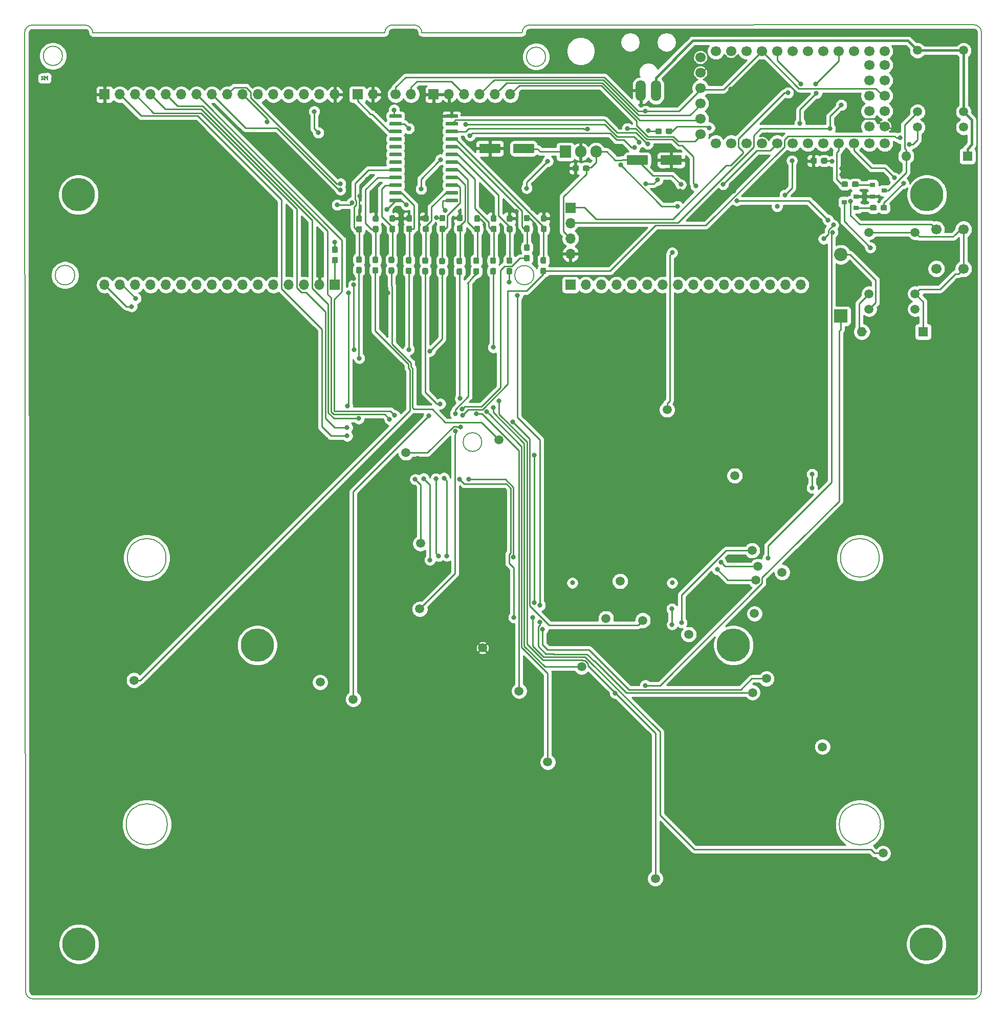
<source format=gtl>
G04 #@! TF.GenerationSoftware,KiCad,Pcbnew,(5.1.5)-3*
G04 #@! TF.CreationDate,2020-08-17T08:43:25+02:00*
G04 #@! TF.ProjectId,carecasetester,63617265-6361-4736-9574-65737465722e,rev?*
G04 #@! TF.SameCoordinates,Original*
G04 #@! TF.FileFunction,Copper,L1,Top*
G04 #@! TF.FilePolarity,Positive*
%FSLAX46Y46*%
G04 Gerber Fmt 4.6, Leading zero omitted, Abs format (unit mm)*
G04 Created by KiCad (PCBNEW (5.1.5)-3) date 2020-08-17 08:43:25*
%MOMM*%
%LPD*%
G04 APERTURE LIST*
G04 #@! TA.AperFunction,Profile*
%ADD10C,0.200000*%
G04 #@! TD*
G04 #@! TA.AperFunction,SMDPad,CuDef*
%ADD11C,0.150000*%
G04 #@! TD*
G04 #@! TA.AperFunction,ComponentPad*
%ADD12C,1.500000*%
G04 #@! TD*
G04 #@! TA.AperFunction,ComponentPad*
%ADD13C,1.700000*%
G04 #@! TD*
G04 #@! TA.AperFunction,ComponentPad*
%ADD14O,2.200000X2.200000*%
G04 #@! TD*
G04 #@! TA.AperFunction,ComponentPad*
%ADD15R,2.200000X2.200000*%
G04 #@! TD*
G04 #@! TA.AperFunction,SMDPad,CuDef*
%ADD16R,0.900000X0.800000*%
G04 #@! TD*
G04 #@! TA.AperFunction,ComponentPad*
%ADD17O,1.600000X1.600000*%
G04 #@! TD*
G04 #@! TA.AperFunction,ComponentPad*
%ADD18R,1.600000X1.600000*%
G04 #@! TD*
G04 #@! TA.AperFunction,ComponentPad*
%ADD19O,1.700000X1.700000*%
G04 #@! TD*
G04 #@! TA.AperFunction,ComponentPad*
%ADD20C,5.500000*%
G04 #@! TD*
G04 #@! TA.AperFunction,ComponentPad*
%ADD21O,1.905000X2.000000*%
G04 #@! TD*
G04 #@! TA.AperFunction,ComponentPad*
%ADD22R,1.905000X2.000000*%
G04 #@! TD*
G04 #@! TA.AperFunction,ComponentPad*
%ADD23R,1.700000X1.700000*%
G04 #@! TD*
G04 #@! TA.AperFunction,ComponentPad*
%ADD24O,1.700000X3.500000*%
G04 #@! TD*
G04 #@! TA.AperFunction,ViaPad*
%ADD25C,0.800000*%
G04 #@! TD*
G04 #@! TA.AperFunction,Conductor*
%ADD26C,0.250000*%
G04 #@! TD*
G04 #@! TA.AperFunction,Conductor*
%ADD27C,0.400000*%
G04 #@! TD*
G04 #@! TA.AperFunction,Conductor*
%ADD28C,0.254000*%
G04 #@! TD*
G04 APERTURE END LIST*
D10*
X234040000Y-9300000D02*
X160610000Y-9330000D01*
X235330000Y-10590000D02*
X235290000Y-169120000D01*
X78440000Y-170400000D02*
X234000000Y-170410000D01*
X77000000Y-10640000D02*
X77150000Y-169110000D01*
X78290000Y-9350000D02*
X87000000Y-9350000D01*
X77000000Y-10640000D02*
G75*
G02X78290000Y-9350000I1290000J0D01*
G01*
X78440000Y-170400000D02*
G75*
G02X77150000Y-169110000I0J1290000D01*
G01*
X235290000Y-169120000D02*
G75*
G02X234000000Y-170410000I-1290000J0D01*
G01*
X234040000Y-9300000D02*
G75*
G02X235330000Y-10590000I0J-1290000D01*
G01*
X137890000Y-9330000D02*
X141450000Y-9330000D01*
X136600000Y-10620000D02*
X88290000Y-10640000D01*
X136600000Y-10620000D02*
G75*
G02X137890000Y-9330000I1290000J0D01*
G01*
X87000000Y-9350000D02*
G75*
G02X88290000Y-10640000I0J-1290000D01*
G01*
X142740000Y-10620000D02*
X159320000Y-10620000D01*
X159320000Y-10620000D02*
G75*
G02X160610000Y-9330000I1290000J0D01*
G01*
X141450000Y-9330000D02*
G75*
G02X142740000Y-10620000I0J-1290000D01*
G01*
X83280000Y-14450000D02*
G75*
G03X83280000Y-14450000I-1591897J0D01*
G01*
X163220000Y-14600000D02*
G75*
G03X163220000Y-14600000I-1590000J0D01*
G01*
X161280283Y-50710000D02*
G75*
G03X161280283Y-50710000I-1592180J0D01*
G01*
X85310123Y-50710000D02*
G75*
G03X85310123Y-50710000I-1622020J0D01*
G01*
X152660000Y-78311679D02*
G75*
G03X152660000Y-78311679I-1550000J0D01*
G01*
X100610000Y-141520000D02*
G75*
G03X100610000Y-141520000I-3400000J0D01*
G01*
X218610000Y-141520000D02*
G75*
G03X218610000Y-141520000I-3400000J0D01*
G01*
X218410000Y-97450000D02*
G75*
G03X218410000Y-97450000I-3200000J0D01*
G01*
X100410000Y-97450000D02*
G75*
G03X100410000Y-97450000I-3200000J0D01*
G01*
G04 #@! TA.AperFunction,SMDPad,CuDef*
D11*
G04 #@! TO.P,REF\002A\002A,1*
G04 #@! TO.N,N/C*
G36*
X80429901Y-18260241D02*
G01*
X80434755Y-18260961D01*
X80439514Y-18262153D01*
X80444134Y-18263806D01*
X80448570Y-18265904D01*
X80452779Y-18268427D01*
X80456720Y-18271349D01*
X80460355Y-18274645D01*
X80463651Y-18278280D01*
X80466573Y-18282221D01*
X80469096Y-18286430D01*
X80471194Y-18290866D01*
X80472847Y-18295486D01*
X80474039Y-18300245D01*
X80474759Y-18305099D01*
X80475000Y-18310000D01*
X80475000Y-18410000D01*
X80474759Y-18414901D01*
X80474039Y-18419755D01*
X80472847Y-18424514D01*
X80471194Y-18429134D01*
X80469096Y-18433570D01*
X80466573Y-18437779D01*
X80463651Y-18441720D01*
X80460355Y-18445355D01*
X80456720Y-18448651D01*
X80452779Y-18451573D01*
X80448570Y-18454096D01*
X80444134Y-18456194D01*
X80439514Y-18457847D01*
X80434755Y-18459039D01*
X80429901Y-18459759D01*
X80425000Y-18460000D01*
X79775000Y-18460000D01*
X79770099Y-18459759D01*
X79765245Y-18459039D01*
X79760486Y-18457847D01*
X79755866Y-18456194D01*
X79751430Y-18454096D01*
X79747221Y-18451573D01*
X79743280Y-18448651D01*
X79739645Y-18445355D01*
X79736349Y-18441720D01*
X79733427Y-18437779D01*
X79730904Y-18433570D01*
X79728806Y-18429134D01*
X79727153Y-18424514D01*
X79725961Y-18419755D01*
X79725241Y-18414901D01*
X79725000Y-18410000D01*
X79725000Y-18310000D01*
X79725241Y-18305099D01*
X79725961Y-18300245D01*
X79727153Y-18295486D01*
X79728806Y-18290866D01*
X79730904Y-18286430D01*
X79733427Y-18282221D01*
X79736349Y-18278280D01*
X79739645Y-18274645D01*
X79743280Y-18271349D01*
X79747221Y-18268427D01*
X79751430Y-18265904D01*
X79755866Y-18263806D01*
X79760486Y-18262153D01*
X79765245Y-18260961D01*
X79770099Y-18260241D01*
X79775000Y-18260000D01*
X80425000Y-18260000D01*
X80429901Y-18260241D01*
G37*
G04 #@! TD.AperFunction*
G04 #@! TA.AperFunction,SMDPad,CuDef*
G04 #@! TO.P,REF\002A\002A,2*
G36*
X80025698Y-18014949D02*
G01*
X80030544Y-18015722D01*
X80035290Y-18016966D01*
X80039892Y-18018669D01*
X80044304Y-18020816D01*
X80048485Y-18023384D01*
X80052394Y-18026349D01*
X80128999Y-18090627D01*
X80132599Y-18093962D01*
X80135854Y-18097633D01*
X80138734Y-18101606D01*
X80141210Y-18105842D01*
X80143260Y-18110300D01*
X80144862Y-18114938D01*
X80146003Y-18119711D01*
X80146670Y-18124572D01*
X80146857Y-18129475D01*
X80146563Y-18134373D01*
X80145790Y-18139218D01*
X80144546Y-18143965D01*
X80142843Y-18148566D01*
X80140697Y-18152979D01*
X80138128Y-18157160D01*
X80135162Y-18161069D01*
X79878047Y-18467487D01*
X79874713Y-18471087D01*
X79871041Y-18474342D01*
X79867068Y-18477222D01*
X79862832Y-18479699D01*
X79858374Y-18481748D01*
X79853736Y-18483350D01*
X79848964Y-18484491D01*
X79844103Y-18485158D01*
X79839200Y-18485345D01*
X79834302Y-18485051D01*
X79829456Y-18484278D01*
X79824710Y-18483034D01*
X79820108Y-18481331D01*
X79815696Y-18479184D01*
X79811515Y-18476616D01*
X79807606Y-18473651D01*
X79731001Y-18409373D01*
X79727401Y-18406038D01*
X79724146Y-18402367D01*
X79721266Y-18398394D01*
X79718790Y-18394158D01*
X79716740Y-18389700D01*
X79715138Y-18385062D01*
X79713997Y-18380289D01*
X79713330Y-18375428D01*
X79713143Y-18370525D01*
X79713437Y-18365627D01*
X79714210Y-18360782D01*
X79715454Y-18356035D01*
X79717157Y-18351434D01*
X79719303Y-18347021D01*
X79721872Y-18342840D01*
X79724838Y-18338931D01*
X79981953Y-18032513D01*
X79985287Y-18028913D01*
X79988959Y-18025658D01*
X79992932Y-18022778D01*
X79997168Y-18020301D01*
X80001626Y-18018252D01*
X80006264Y-18016650D01*
X80011036Y-18015509D01*
X80015897Y-18014842D01*
X80020800Y-18014655D01*
X80025698Y-18014949D01*
G37*
G04 #@! TD.AperFunction*
G04 #@! TA.AperFunction,SMDPad,CuDef*
G04 #@! TO.P,REF\002A\002A,1*
G36*
X80419901Y-17830241D02*
G01*
X80424755Y-17830961D01*
X80429514Y-17832153D01*
X80434134Y-17833806D01*
X80438570Y-17835904D01*
X80442779Y-17838427D01*
X80446720Y-17841349D01*
X80450355Y-17844645D01*
X80453651Y-17848280D01*
X80456573Y-17852221D01*
X80459096Y-17856430D01*
X80461194Y-17860866D01*
X80462847Y-17865486D01*
X80464039Y-17870245D01*
X80464759Y-17875099D01*
X80465000Y-17880000D01*
X80465000Y-17980000D01*
X80464759Y-17984901D01*
X80464039Y-17989755D01*
X80462847Y-17994514D01*
X80461194Y-17999134D01*
X80459096Y-18003570D01*
X80456573Y-18007779D01*
X80453651Y-18011720D01*
X80450355Y-18015355D01*
X80446720Y-18018651D01*
X80442779Y-18021573D01*
X80438570Y-18024096D01*
X80434134Y-18026194D01*
X80429514Y-18027847D01*
X80424755Y-18029039D01*
X80419901Y-18029759D01*
X80415000Y-18030000D01*
X79765000Y-18030000D01*
X79760099Y-18029759D01*
X79755245Y-18029039D01*
X79750486Y-18027847D01*
X79745866Y-18026194D01*
X79741430Y-18024096D01*
X79737221Y-18021573D01*
X79733280Y-18018651D01*
X79729645Y-18015355D01*
X79726349Y-18011720D01*
X79723427Y-18007779D01*
X79720904Y-18003570D01*
X79718806Y-17999134D01*
X79717153Y-17994514D01*
X79715961Y-17989755D01*
X79715241Y-17984901D01*
X79715000Y-17980000D01*
X79715000Y-17880000D01*
X79715241Y-17875099D01*
X79715961Y-17870245D01*
X79717153Y-17865486D01*
X79718806Y-17860866D01*
X79720904Y-17856430D01*
X79723427Y-17852221D01*
X79726349Y-17848280D01*
X79729645Y-17844645D01*
X79733280Y-17841349D01*
X79737221Y-17838427D01*
X79741430Y-17835904D01*
X79745866Y-17833806D01*
X79750486Y-17832153D01*
X79755245Y-17830961D01*
X79760099Y-17830241D01*
X79765000Y-17830000D01*
X80415000Y-17830000D01*
X80419901Y-17830241D01*
G37*
G04 #@! TD.AperFunction*
G04 #@! TA.AperFunction,SMDPad,CuDef*
G04 #@! TO.P,REF\002A\002A,2*
G36*
X79844103Y-17804842D02*
G01*
X79848964Y-17805509D01*
X79853737Y-17806650D01*
X79858375Y-17808252D01*
X79862833Y-17810302D01*
X79867069Y-17812778D01*
X79871042Y-17815658D01*
X79874713Y-17818913D01*
X79878047Y-17822513D01*
X80135162Y-18128931D01*
X80138128Y-18132840D01*
X80140696Y-18137021D01*
X80142843Y-18141433D01*
X80144546Y-18146035D01*
X80145790Y-18150781D01*
X80146563Y-18155627D01*
X80146857Y-18160525D01*
X80146670Y-18165428D01*
X80146003Y-18170289D01*
X80144862Y-18175061D01*
X80143260Y-18179699D01*
X80141211Y-18184157D01*
X80138734Y-18188393D01*
X80135854Y-18192366D01*
X80132599Y-18196038D01*
X80128999Y-18199373D01*
X80052394Y-18263651D01*
X80048485Y-18266616D01*
X80044304Y-18269185D01*
X80039891Y-18271331D01*
X80035290Y-18273034D01*
X80030543Y-18274278D01*
X80025698Y-18275051D01*
X80020800Y-18275345D01*
X80015897Y-18275158D01*
X80011036Y-18274491D01*
X80006263Y-18273350D01*
X80001625Y-18271748D01*
X79997167Y-18269698D01*
X79992931Y-18267222D01*
X79988958Y-18264342D01*
X79985287Y-18261087D01*
X79981953Y-18257487D01*
X79724838Y-17951069D01*
X79721872Y-17947160D01*
X79719304Y-17942979D01*
X79717157Y-17938567D01*
X79715454Y-17933965D01*
X79714210Y-17929219D01*
X79713437Y-17924373D01*
X79713143Y-17919475D01*
X79713330Y-17914572D01*
X79713997Y-17909711D01*
X79715138Y-17904939D01*
X79716740Y-17900301D01*
X79718789Y-17895843D01*
X79721266Y-17891607D01*
X79724146Y-17887634D01*
X79727401Y-17883962D01*
X79731001Y-17880627D01*
X79807606Y-17816349D01*
X79811515Y-17813384D01*
X79815696Y-17810815D01*
X79820109Y-17808669D01*
X79824710Y-17806966D01*
X79829457Y-17805722D01*
X79834302Y-17804949D01*
X79839200Y-17804655D01*
X79844103Y-17804842D01*
G37*
G04 #@! TD.AperFunction*
G04 #@! TA.AperFunction,SMDPad,CuDef*
G36*
X80795428Y-17723330D02*
G01*
X80800289Y-17723997D01*
X80805061Y-17725138D01*
X80809699Y-17726740D01*
X80814157Y-17728789D01*
X80818393Y-17731266D01*
X80822366Y-17734146D01*
X80826038Y-17737401D01*
X80829373Y-17741001D01*
X80893651Y-17817606D01*
X80896616Y-17821515D01*
X80899185Y-17825696D01*
X80901331Y-17830109D01*
X80903034Y-17834710D01*
X80904278Y-17839457D01*
X80905051Y-17844302D01*
X80905345Y-17849200D01*
X80905158Y-17854103D01*
X80904491Y-17858964D01*
X80903350Y-17863737D01*
X80901748Y-17868375D01*
X80899698Y-17872833D01*
X80897222Y-17877069D01*
X80894342Y-17881042D01*
X80891087Y-17884713D01*
X80887487Y-17888047D01*
X80581069Y-18145162D01*
X80577160Y-18148128D01*
X80572979Y-18150696D01*
X80568567Y-18152843D01*
X80563965Y-18154546D01*
X80559219Y-18155790D01*
X80554373Y-18156563D01*
X80549475Y-18156857D01*
X80544572Y-18156670D01*
X80539711Y-18156003D01*
X80534939Y-18154862D01*
X80530301Y-18153260D01*
X80525843Y-18151211D01*
X80521607Y-18148734D01*
X80517634Y-18145854D01*
X80513962Y-18142599D01*
X80510627Y-18138999D01*
X80446349Y-18062394D01*
X80443384Y-18058485D01*
X80440815Y-18054304D01*
X80438669Y-18049891D01*
X80436966Y-18045290D01*
X80435722Y-18040543D01*
X80434949Y-18035698D01*
X80434655Y-18030800D01*
X80434842Y-18025897D01*
X80435509Y-18021036D01*
X80436650Y-18016263D01*
X80438252Y-18011625D01*
X80440302Y-18007167D01*
X80442778Y-18002931D01*
X80445658Y-17998958D01*
X80448913Y-17995287D01*
X80452513Y-17991953D01*
X80758931Y-17734838D01*
X80762840Y-17731872D01*
X80767021Y-17729304D01*
X80771433Y-17727157D01*
X80776035Y-17725454D01*
X80780781Y-17724210D01*
X80785627Y-17723437D01*
X80790525Y-17723143D01*
X80795428Y-17723330D01*
G37*
G04 #@! TD.AperFunction*
G04 #@! TA.AperFunction,SMDPad,CuDef*
G04 #@! TO.P,REF\002A\002A,1*
G36*
X80834901Y-17725241D02*
G01*
X80839755Y-17725961D01*
X80844514Y-17727153D01*
X80849134Y-17728806D01*
X80853570Y-17730904D01*
X80857779Y-17733427D01*
X80861720Y-17736349D01*
X80865355Y-17739645D01*
X80868651Y-17743280D01*
X80871573Y-17747221D01*
X80874096Y-17751430D01*
X80876194Y-17755866D01*
X80877847Y-17760486D01*
X80879039Y-17765245D01*
X80879759Y-17770099D01*
X80880000Y-17775000D01*
X80880000Y-18425000D01*
X80879759Y-18429901D01*
X80879039Y-18434755D01*
X80877847Y-18439514D01*
X80876194Y-18444134D01*
X80874096Y-18448570D01*
X80871573Y-18452779D01*
X80868651Y-18456720D01*
X80865355Y-18460355D01*
X80861720Y-18463651D01*
X80857779Y-18466573D01*
X80853570Y-18469096D01*
X80849134Y-18471194D01*
X80844514Y-18472847D01*
X80839755Y-18474039D01*
X80834901Y-18474759D01*
X80830000Y-18475000D01*
X80730000Y-18475000D01*
X80725099Y-18474759D01*
X80720245Y-18474039D01*
X80715486Y-18472847D01*
X80710866Y-18471194D01*
X80706430Y-18469096D01*
X80702221Y-18466573D01*
X80698280Y-18463651D01*
X80694645Y-18460355D01*
X80691349Y-18456720D01*
X80688427Y-18452779D01*
X80685904Y-18448570D01*
X80683806Y-18444134D01*
X80682153Y-18439514D01*
X80680961Y-18434755D01*
X80680241Y-18429901D01*
X80680000Y-18425000D01*
X80680000Y-17775000D01*
X80680241Y-17770099D01*
X80680961Y-17765245D01*
X80682153Y-17760486D01*
X80683806Y-17755866D01*
X80685904Y-17751430D01*
X80688427Y-17747221D01*
X80691349Y-17743280D01*
X80694645Y-17739645D01*
X80698280Y-17736349D01*
X80702221Y-17733427D01*
X80706430Y-17730904D01*
X80710866Y-17728806D01*
X80715486Y-17727153D01*
X80720245Y-17725961D01*
X80725099Y-17725241D01*
X80730000Y-17725000D01*
X80830000Y-17725000D01*
X80834901Y-17725241D01*
G37*
G04 #@! TD.AperFunction*
G04 #@! TA.AperFunction,SMDPad,CuDef*
G04 #@! TO.P,REF\002A\002A,2*
G36*
X80344373Y-17723437D02*
G01*
X80349218Y-17724210D01*
X80353965Y-17725454D01*
X80358566Y-17727157D01*
X80362979Y-17729303D01*
X80367160Y-17731872D01*
X80371069Y-17734838D01*
X80677487Y-17991953D01*
X80681087Y-17995287D01*
X80684342Y-17998959D01*
X80687222Y-18002932D01*
X80689699Y-18007168D01*
X80691748Y-18011626D01*
X80693350Y-18016264D01*
X80694491Y-18021036D01*
X80695158Y-18025897D01*
X80695345Y-18030800D01*
X80695051Y-18035698D01*
X80694278Y-18040544D01*
X80693034Y-18045290D01*
X80691331Y-18049892D01*
X80689184Y-18054304D01*
X80686616Y-18058485D01*
X80683651Y-18062394D01*
X80619373Y-18138999D01*
X80616038Y-18142599D01*
X80612367Y-18145854D01*
X80608394Y-18148734D01*
X80604158Y-18151210D01*
X80599700Y-18153260D01*
X80595062Y-18154862D01*
X80590289Y-18156003D01*
X80585428Y-18156670D01*
X80580525Y-18156857D01*
X80575627Y-18156563D01*
X80570782Y-18155790D01*
X80566035Y-18154546D01*
X80561434Y-18152843D01*
X80557021Y-18150697D01*
X80552840Y-18148128D01*
X80548931Y-18145162D01*
X80242513Y-17888047D01*
X80238913Y-17884713D01*
X80235658Y-17881041D01*
X80232778Y-17877068D01*
X80230301Y-17872832D01*
X80228252Y-17868374D01*
X80226650Y-17863736D01*
X80225509Y-17858964D01*
X80224842Y-17854103D01*
X80224655Y-17849200D01*
X80224949Y-17844302D01*
X80225722Y-17839456D01*
X80226966Y-17834710D01*
X80228669Y-17830108D01*
X80230816Y-17825696D01*
X80233384Y-17821515D01*
X80236349Y-17817606D01*
X80300627Y-17741001D01*
X80303962Y-17737401D01*
X80307633Y-17734146D01*
X80311606Y-17731266D01*
X80315842Y-17728790D01*
X80320300Y-17726740D01*
X80324938Y-17725138D01*
X80329711Y-17723997D01*
X80334572Y-17723330D01*
X80339475Y-17723143D01*
X80344373Y-17723437D01*
G37*
G04 #@! TD.AperFunction*
G04 #@! TA.AperFunction,SMDPad,CuDef*
G04 #@! TO.P,REF\002A\002A,1*
G36*
X80404901Y-17735241D02*
G01*
X80409755Y-17735961D01*
X80414514Y-17737153D01*
X80419134Y-17738806D01*
X80423570Y-17740904D01*
X80427779Y-17743427D01*
X80431720Y-17746349D01*
X80435355Y-17749645D01*
X80438651Y-17753280D01*
X80441573Y-17757221D01*
X80444096Y-17761430D01*
X80446194Y-17765866D01*
X80447847Y-17770486D01*
X80449039Y-17775245D01*
X80449759Y-17780099D01*
X80450000Y-17785000D01*
X80450000Y-18435000D01*
X80449759Y-18439901D01*
X80449039Y-18444755D01*
X80447847Y-18449514D01*
X80446194Y-18454134D01*
X80444096Y-18458570D01*
X80441573Y-18462779D01*
X80438651Y-18466720D01*
X80435355Y-18470355D01*
X80431720Y-18473651D01*
X80427779Y-18476573D01*
X80423570Y-18479096D01*
X80419134Y-18481194D01*
X80414514Y-18482847D01*
X80409755Y-18484039D01*
X80404901Y-18484759D01*
X80400000Y-18485000D01*
X80300000Y-18485000D01*
X80295099Y-18484759D01*
X80290245Y-18484039D01*
X80285486Y-18482847D01*
X80280866Y-18481194D01*
X80276430Y-18479096D01*
X80272221Y-18476573D01*
X80268280Y-18473651D01*
X80264645Y-18470355D01*
X80261349Y-18466720D01*
X80258427Y-18462779D01*
X80255904Y-18458570D01*
X80253806Y-18454134D01*
X80252153Y-18449514D01*
X80250961Y-18444755D01*
X80250241Y-18439901D01*
X80250000Y-18435000D01*
X80250000Y-17785000D01*
X80250241Y-17780099D01*
X80250961Y-17775245D01*
X80252153Y-17770486D01*
X80253806Y-17765866D01*
X80255904Y-17761430D01*
X80258427Y-17757221D01*
X80261349Y-17753280D01*
X80264645Y-17749645D01*
X80268280Y-17746349D01*
X80272221Y-17743427D01*
X80276430Y-17740904D01*
X80280866Y-17738806D01*
X80285486Y-17737153D01*
X80290245Y-17735961D01*
X80295099Y-17735241D01*
X80300000Y-17735000D01*
X80400000Y-17735000D01*
X80404901Y-17735241D01*
G37*
G04 #@! TD.AperFunction*
G04 #@! TD*
D12*
G04 #@! TO.P,J28-TP25,1*
G04 #@! TO.N,/testpoints/TP25*
X194500000Y-83860000D03*
G04 #@! TD*
D13*
G04 #@! TO.P,A1,2*
G04 #@! TO.N,N/C*
X191370000Y-28910000D03*
G04 #@! TO.P,A1,11*
X193910000Y-28910000D03*
G04 #@! TO.P,A1,13*
X196450000Y-28910000D03*
G04 #@! TO.P,A1,4*
G04 #@! TO.N,GND*
X198990000Y-28910000D03*
G04 #@! TO.P,A1,25*
G04 #@! TO.N,/4067/D2*
X201530000Y-28910000D03*
G04 #@! TO.P,A1,26*
G04 #@! TO.N,/4067/D3*
X204070000Y-28910000D03*
G04 #@! TO.P,A1,27*
G04 #@! TO.N,/4067/D4*
X206610000Y-28910000D03*
G04 #@! TO.P,A1,28*
G04 #@! TO.N,/4067/D5*
X209150000Y-28910000D03*
G04 #@! TO.P,A1,29*
G04 #@! TO.N,/RELAY/Relay_driver1*
X211690000Y-28910000D03*
G04 #@! TO.P,A1,30*
G04 #@! TO.N,/testpoints/TP4*
X214230000Y-28910000D03*
G04 #@! TO.P,A1,21*
G04 #@! TO.N,/testpoints/TP5*
X216770000Y-28910000D03*
G04 #@! TO.P,A1,32*
G04 #@! TO.N,/RELAY/Relay_driver2*
X219310000Y-28910000D03*
G04 #@! TO.P,A1,31*
G04 #@! TO.N,N/C*
X219310000Y-13670000D03*
G04 #@! TO.P,A1,22*
X216770000Y-13670000D03*
G04 #@! TO.P,A1,23*
X214230000Y-13670000D03*
G04 #@! TO.P,A1,24*
G04 #@! TO.N,/testpoints/TP25*
X211690000Y-13670000D03*
G04 #@! TO.P,A1,33*
G04 #@! TO.N,/4067/A0(Vref)*
X209150000Y-13670000D03*
G04 #@! TO.P,A1,34*
G04 #@! TO.N,N/C*
X206610000Y-13670000D03*
G04 #@! TO.P,A1,35*
X204070000Y-13670000D03*
G04 #@! TO.P,A1,36*
G04 #@! TO.N,Net-(A1-Pad36)*
X201530000Y-13670000D03*
G04 #@! TO.P,A1,20*
G04 #@! TO.N,+5V*
X198990000Y-13670000D03*
G04 #@! TO.P,A1,14*
G04 #@! TO.N,N/C*
X196450000Y-13670000D03*
G04 #@! TO.P,A1,8*
G04 #@! TO.N,GND*
X193910000Y-13670000D03*
G04 #@! TO.P,A1,1*
G04 #@! TO.N,N/C*
X191370000Y-13670000D03*
G04 #@! TO.P,A1,5*
G04 #@! TO.N,GND*
X219310000Y-26116000D03*
G04 #@! TO.P,A1,10*
G04 #@! TO.N,N/C*
X219310000Y-23576000D03*
G04 #@! TO.P,A1,18*
G04 #@! TO.N,+5V*
X219310000Y-21036000D03*
G04 #@! TO.P,A1,37*
G04 #@! TO.N,/display/SDA*
X219310000Y-18496000D03*
G04 #@! TO.P,A1,38*
G04 #@! TO.N,/display/SCL*
X219310000Y-15956000D03*
G04 #@! TO.P,A1,12*
G04 #@! TO.N,N/C*
X216770000Y-26116000D03*
G04 #@! TO.P,A1,16*
X216770000Y-23576000D03*
G04 #@! TO.P,A1,9*
X216770000Y-21036000D03*
G04 #@! TO.P,A1,39*
X216770000Y-18496000D03*
G04 #@! TO.P,A1,40*
X216770000Y-15956000D03*
G04 #@! TO.P,A1,3*
G04 #@! TO.N,Net-(A1-Pad3)*
X188830000Y-27386000D03*
G04 #@! TO.P,A1,17*
G04 #@! TO.N,Net-(A1-Pad17)*
X188830000Y-24846000D03*
G04 #@! TO.P,A1,15*
G04 #@! TO.N,Net-(A1-Pad15)*
X188830000Y-22306000D03*
G04 #@! TO.P,A1,19*
G04 #@! TO.N,+5V*
X188830000Y-19766000D03*
G04 #@! TO.P,A1,6*
G04 #@! TO.N,GND*
X188830000Y-17226000D03*
G04 #@! TO.P,A1,7*
X188830000Y-14686000D03*
G04 #@! TD*
D14*
G04 #@! TO.P,D1,2*
G04 #@! TO.N,/4067/RELAYBAT*
X212050000Y-47300000D03*
D15*
G04 #@! TO.P,D1,1*
G04 #@! TO.N,Net-(D1-Pad1)*
X212050000Y-57460000D03*
G04 #@! TD*
D12*
G04 #@! TO.P,K2,11*
G04 #@! TO.N,Net-(D3-Pad2)*
X216740000Y-53770000D03*
G04 #@! TO.P,K2,2*
G04 #@! TO.N,+5V*
X224360000Y-53770000D03*
G04 #@! TO.P,K2,1*
G04 #@! TO.N,N/C*
X224360000Y-56310000D03*
G04 #@! TO.P,K2,12*
G04 #@! TO.N,/4067/RELAYBAT*
X216740000Y-56310000D03*
G04 #@! TO.P,K2,7*
G04 #@! TO.N,+5V*
X216740000Y-43610000D03*
G04 #@! TO.P,K2,6*
X224360000Y-43610000D03*
G04 #@! TD*
G04 #@! TA.AperFunction,SMDPad,CuDef*
D11*
G04 #@! TO.P,R29,2*
G04 #@! TO.N,/RELAY/Relay_driver2*
G36*
X219490779Y-39096144D02*
G01*
X219513834Y-39099563D01*
X219536443Y-39105227D01*
X219558387Y-39113079D01*
X219579457Y-39123044D01*
X219599448Y-39135026D01*
X219618168Y-39148910D01*
X219635438Y-39164562D01*
X219651090Y-39181832D01*
X219664974Y-39200552D01*
X219676956Y-39220543D01*
X219686921Y-39241613D01*
X219694773Y-39263557D01*
X219700437Y-39286166D01*
X219703856Y-39309221D01*
X219705000Y-39332500D01*
X219705000Y-39807500D01*
X219703856Y-39830779D01*
X219700437Y-39853834D01*
X219694773Y-39876443D01*
X219686921Y-39898387D01*
X219676956Y-39919457D01*
X219664974Y-39939448D01*
X219651090Y-39958168D01*
X219635438Y-39975438D01*
X219618168Y-39991090D01*
X219599448Y-40004974D01*
X219579457Y-40016956D01*
X219558387Y-40026921D01*
X219536443Y-40034773D01*
X219513834Y-40040437D01*
X219490779Y-40043856D01*
X219467500Y-40045000D01*
X218892500Y-40045000D01*
X218869221Y-40043856D01*
X218846166Y-40040437D01*
X218823557Y-40034773D01*
X218801613Y-40026921D01*
X218780543Y-40016956D01*
X218760552Y-40004974D01*
X218741832Y-39991090D01*
X218724562Y-39975438D01*
X218708910Y-39958168D01*
X218695026Y-39939448D01*
X218683044Y-39919457D01*
X218673079Y-39898387D01*
X218665227Y-39876443D01*
X218659563Y-39853834D01*
X218656144Y-39830779D01*
X218655000Y-39807500D01*
X218655000Y-39332500D01*
X218656144Y-39309221D01*
X218659563Y-39286166D01*
X218665227Y-39263557D01*
X218673079Y-39241613D01*
X218683044Y-39220543D01*
X218695026Y-39200552D01*
X218708910Y-39181832D01*
X218724562Y-39164562D01*
X218741832Y-39148910D01*
X218760552Y-39135026D01*
X218780543Y-39123044D01*
X218801613Y-39113079D01*
X218823557Y-39105227D01*
X218846166Y-39099563D01*
X218869221Y-39096144D01*
X218892500Y-39095000D01*
X219467500Y-39095000D01*
X219490779Y-39096144D01*
G37*
G04 #@! TD.AperFunction*
G04 #@! TA.AperFunction,SMDPad,CuDef*
G04 #@! TO.P,R29,1*
G04 #@! TO.N,Net-(Q2-Pad1)*
G36*
X217740779Y-39096144D02*
G01*
X217763834Y-39099563D01*
X217786443Y-39105227D01*
X217808387Y-39113079D01*
X217829457Y-39123044D01*
X217849448Y-39135026D01*
X217868168Y-39148910D01*
X217885438Y-39164562D01*
X217901090Y-39181832D01*
X217914974Y-39200552D01*
X217926956Y-39220543D01*
X217936921Y-39241613D01*
X217944773Y-39263557D01*
X217950437Y-39286166D01*
X217953856Y-39309221D01*
X217955000Y-39332500D01*
X217955000Y-39807500D01*
X217953856Y-39830779D01*
X217950437Y-39853834D01*
X217944773Y-39876443D01*
X217936921Y-39898387D01*
X217926956Y-39919457D01*
X217914974Y-39939448D01*
X217901090Y-39958168D01*
X217885438Y-39975438D01*
X217868168Y-39991090D01*
X217849448Y-40004974D01*
X217829457Y-40016956D01*
X217808387Y-40026921D01*
X217786443Y-40034773D01*
X217763834Y-40040437D01*
X217740779Y-40043856D01*
X217717500Y-40045000D01*
X217142500Y-40045000D01*
X217119221Y-40043856D01*
X217096166Y-40040437D01*
X217073557Y-40034773D01*
X217051613Y-40026921D01*
X217030543Y-40016956D01*
X217010552Y-40004974D01*
X216991832Y-39991090D01*
X216974562Y-39975438D01*
X216958910Y-39958168D01*
X216945026Y-39939448D01*
X216933044Y-39919457D01*
X216923079Y-39898387D01*
X216915227Y-39876443D01*
X216909563Y-39853834D01*
X216906144Y-39830779D01*
X216905000Y-39807500D01*
X216905000Y-39332500D01*
X216906144Y-39309221D01*
X216909563Y-39286166D01*
X216915227Y-39263557D01*
X216923079Y-39241613D01*
X216933044Y-39220543D01*
X216945026Y-39200552D01*
X216958910Y-39181832D01*
X216974562Y-39164562D01*
X216991832Y-39148910D01*
X217010552Y-39135026D01*
X217030543Y-39123044D01*
X217051613Y-39113079D01*
X217073557Y-39105227D01*
X217096166Y-39099563D01*
X217119221Y-39096144D01*
X217142500Y-39095000D01*
X217717500Y-39095000D01*
X217740779Y-39096144D01*
G37*
G04 #@! TD.AperFunction*
G04 #@! TD*
D16*
G04 #@! TO.P,Q2,3*
G04 #@! TO.N,Net-(D3-Pad2)*
X212610000Y-38630000D03*
G04 #@! TO.P,Q2,2*
G04 #@! TO.N,GND*
X214610000Y-37680000D03*
G04 #@! TO.P,Q2,1*
G04 #@! TO.N,Net-(Q2-Pad1)*
X214610000Y-39580000D03*
G04 #@! TD*
D17*
G04 #@! TO.P,D3,2*
G04 #@! TO.N,Net-(D3-Pad2)*
X215520000Y-60070000D03*
D18*
G04 #@! TO.P,D3,1*
G04 #@! TO.N,+5V*
X225680000Y-60070000D03*
G04 #@! TD*
D13*
G04 #@! TO.P,SW1,1*
G04 #@! TO.N,Net-(A1-Pad36)*
X227850000Y-49640000D03*
G04 #@! TO.P,SW1,2*
X227850000Y-43140000D03*
G04 #@! TO.P,SW1,3*
G04 #@! TO.N,+5V*
X232350000Y-49640000D03*
G04 #@! TO.P,SW1,4*
X232350000Y-43140000D03*
G04 #@! TD*
G04 #@! TO.P,JP1,1*
G04 #@! TO.N,+5V*
X138410000Y-20820000D03*
D19*
G04 #@! TO.P,JP1,2*
G04 #@! TO.N,Net-(J4-Pad3)*
X140950000Y-20820000D03*
G04 #@! TD*
D20*
G04 #@! TO.P,H6,1*
G04 #@! TO.N,N/C*
X115500000Y-111900000D03*
G04 #@! TD*
G04 #@! TO.P,H5,1*
G04 #@! TO.N,N/C*
X194300000Y-111900000D03*
G04 #@! TD*
G04 #@! TO.P,H4,1*
G04 #@! TO.N,N/C*
X86000000Y-161300000D03*
G04 #@! TD*
G04 #@! TO.P,H3,1*
G04 #@! TO.N,N/C*
X226200000Y-161300000D03*
G04 #@! TD*
G04 #@! TO.P,H2,1*
G04 #@! TO.N,N/C*
X226300000Y-37400000D03*
G04 #@! TD*
G04 #@! TO.P,H1,1*
G04 #@! TO.N,N/C*
X85900000Y-37400000D03*
G04 #@! TD*
D21*
G04 #@! TO.P,U2,3*
G04 #@! TO.N,+5V*
X171550000Y-30310000D03*
G04 #@! TO.P,U2,2*
G04 #@! TO.N,GND*
X169010000Y-30310000D03*
D22*
G04 #@! TO.P,U2,1*
G04 #@! TO.N,+12V*
X166470000Y-30310000D03*
G04 #@! TD*
D16*
G04 #@! TO.P,Q1,3*
G04 #@! TO.N,Net-(D2-Pad2)*
X219270000Y-36730000D03*
G04 #@! TO.P,Q1,2*
G04 #@! TO.N,GND*
X217270000Y-37680000D03*
G04 #@! TO.P,Q1,1*
G04 #@! TO.N,Net-(Q1-Pad1)*
X217270000Y-35780000D03*
G04 #@! TD*
G04 #@! TA.AperFunction,SMDPad,CuDef*
D11*
G04 #@! TO.P,R28,2*
G04 #@! TO.N,GND*
G36*
X207865779Y-31326144D02*
G01*
X207888834Y-31329563D01*
X207911443Y-31335227D01*
X207933387Y-31343079D01*
X207954457Y-31353044D01*
X207974448Y-31365026D01*
X207993168Y-31378910D01*
X208010438Y-31394562D01*
X208026090Y-31411832D01*
X208039974Y-31430552D01*
X208051956Y-31450543D01*
X208061921Y-31471613D01*
X208069773Y-31493557D01*
X208075437Y-31516166D01*
X208078856Y-31539221D01*
X208080000Y-31562500D01*
X208080000Y-32037500D01*
X208078856Y-32060779D01*
X208075437Y-32083834D01*
X208069773Y-32106443D01*
X208061921Y-32128387D01*
X208051956Y-32149457D01*
X208039974Y-32169448D01*
X208026090Y-32188168D01*
X208010438Y-32205438D01*
X207993168Y-32221090D01*
X207974448Y-32234974D01*
X207954457Y-32246956D01*
X207933387Y-32256921D01*
X207911443Y-32264773D01*
X207888834Y-32270437D01*
X207865779Y-32273856D01*
X207842500Y-32275000D01*
X207267500Y-32275000D01*
X207244221Y-32273856D01*
X207221166Y-32270437D01*
X207198557Y-32264773D01*
X207176613Y-32256921D01*
X207155543Y-32246956D01*
X207135552Y-32234974D01*
X207116832Y-32221090D01*
X207099562Y-32205438D01*
X207083910Y-32188168D01*
X207070026Y-32169448D01*
X207058044Y-32149457D01*
X207048079Y-32128387D01*
X207040227Y-32106443D01*
X207034563Y-32083834D01*
X207031144Y-32060779D01*
X207030000Y-32037500D01*
X207030000Y-31562500D01*
X207031144Y-31539221D01*
X207034563Y-31516166D01*
X207040227Y-31493557D01*
X207048079Y-31471613D01*
X207058044Y-31450543D01*
X207070026Y-31430552D01*
X207083910Y-31411832D01*
X207099562Y-31394562D01*
X207116832Y-31378910D01*
X207135552Y-31365026D01*
X207155543Y-31353044D01*
X207176613Y-31343079D01*
X207198557Y-31335227D01*
X207221166Y-31329563D01*
X207244221Y-31326144D01*
X207267500Y-31325000D01*
X207842500Y-31325000D01*
X207865779Y-31326144D01*
G37*
G04 #@! TD.AperFunction*
G04 #@! TA.AperFunction,SMDPad,CuDef*
G04 #@! TO.P,R28,1*
G04 #@! TO.N,Net-(A1-Pad36)*
G36*
X209615779Y-31326144D02*
G01*
X209638834Y-31329563D01*
X209661443Y-31335227D01*
X209683387Y-31343079D01*
X209704457Y-31353044D01*
X209724448Y-31365026D01*
X209743168Y-31378910D01*
X209760438Y-31394562D01*
X209776090Y-31411832D01*
X209789974Y-31430552D01*
X209801956Y-31450543D01*
X209811921Y-31471613D01*
X209819773Y-31493557D01*
X209825437Y-31516166D01*
X209828856Y-31539221D01*
X209830000Y-31562500D01*
X209830000Y-32037500D01*
X209828856Y-32060779D01*
X209825437Y-32083834D01*
X209819773Y-32106443D01*
X209811921Y-32128387D01*
X209801956Y-32149457D01*
X209789974Y-32169448D01*
X209776090Y-32188168D01*
X209760438Y-32205438D01*
X209743168Y-32221090D01*
X209724448Y-32234974D01*
X209704457Y-32246956D01*
X209683387Y-32256921D01*
X209661443Y-32264773D01*
X209638834Y-32270437D01*
X209615779Y-32273856D01*
X209592500Y-32275000D01*
X209017500Y-32275000D01*
X208994221Y-32273856D01*
X208971166Y-32270437D01*
X208948557Y-32264773D01*
X208926613Y-32256921D01*
X208905543Y-32246956D01*
X208885552Y-32234974D01*
X208866832Y-32221090D01*
X208849562Y-32205438D01*
X208833910Y-32188168D01*
X208820026Y-32169448D01*
X208808044Y-32149457D01*
X208798079Y-32128387D01*
X208790227Y-32106443D01*
X208784563Y-32083834D01*
X208781144Y-32060779D01*
X208780000Y-32037500D01*
X208780000Y-31562500D01*
X208781144Y-31539221D01*
X208784563Y-31516166D01*
X208790227Y-31493557D01*
X208798079Y-31471613D01*
X208808044Y-31450543D01*
X208820026Y-31430552D01*
X208833910Y-31411832D01*
X208849562Y-31394562D01*
X208866832Y-31378910D01*
X208885552Y-31365026D01*
X208905543Y-31353044D01*
X208926613Y-31343079D01*
X208948557Y-31335227D01*
X208971166Y-31329563D01*
X208994221Y-31326144D01*
X209017500Y-31325000D01*
X209592500Y-31325000D01*
X209615779Y-31326144D01*
G37*
G04 #@! TD.AperFunction*
G04 #@! TD*
G04 #@! TA.AperFunction,SMDPad,CuDef*
G04 #@! TO.P,R27,2*
G04 #@! TO.N,/RELAY/Relay_driver1*
G36*
X213015779Y-35206144D02*
G01*
X213038834Y-35209563D01*
X213061443Y-35215227D01*
X213083387Y-35223079D01*
X213104457Y-35233044D01*
X213124448Y-35245026D01*
X213143168Y-35258910D01*
X213160438Y-35274562D01*
X213176090Y-35291832D01*
X213189974Y-35310552D01*
X213201956Y-35330543D01*
X213211921Y-35351613D01*
X213219773Y-35373557D01*
X213225437Y-35396166D01*
X213228856Y-35419221D01*
X213230000Y-35442500D01*
X213230000Y-35917500D01*
X213228856Y-35940779D01*
X213225437Y-35963834D01*
X213219773Y-35986443D01*
X213211921Y-36008387D01*
X213201956Y-36029457D01*
X213189974Y-36049448D01*
X213176090Y-36068168D01*
X213160438Y-36085438D01*
X213143168Y-36101090D01*
X213124448Y-36114974D01*
X213104457Y-36126956D01*
X213083387Y-36136921D01*
X213061443Y-36144773D01*
X213038834Y-36150437D01*
X213015779Y-36153856D01*
X212992500Y-36155000D01*
X212417500Y-36155000D01*
X212394221Y-36153856D01*
X212371166Y-36150437D01*
X212348557Y-36144773D01*
X212326613Y-36136921D01*
X212305543Y-36126956D01*
X212285552Y-36114974D01*
X212266832Y-36101090D01*
X212249562Y-36085438D01*
X212233910Y-36068168D01*
X212220026Y-36049448D01*
X212208044Y-36029457D01*
X212198079Y-36008387D01*
X212190227Y-35986443D01*
X212184563Y-35963834D01*
X212181144Y-35940779D01*
X212180000Y-35917500D01*
X212180000Y-35442500D01*
X212181144Y-35419221D01*
X212184563Y-35396166D01*
X212190227Y-35373557D01*
X212198079Y-35351613D01*
X212208044Y-35330543D01*
X212220026Y-35310552D01*
X212233910Y-35291832D01*
X212249562Y-35274562D01*
X212266832Y-35258910D01*
X212285552Y-35245026D01*
X212305543Y-35233044D01*
X212326613Y-35223079D01*
X212348557Y-35215227D01*
X212371166Y-35209563D01*
X212394221Y-35206144D01*
X212417500Y-35205000D01*
X212992500Y-35205000D01*
X213015779Y-35206144D01*
G37*
G04 #@! TD.AperFunction*
G04 #@! TA.AperFunction,SMDPad,CuDef*
G04 #@! TO.P,R27,1*
G04 #@! TO.N,Net-(Q1-Pad1)*
G36*
X214765779Y-35206144D02*
G01*
X214788834Y-35209563D01*
X214811443Y-35215227D01*
X214833387Y-35223079D01*
X214854457Y-35233044D01*
X214874448Y-35245026D01*
X214893168Y-35258910D01*
X214910438Y-35274562D01*
X214926090Y-35291832D01*
X214939974Y-35310552D01*
X214951956Y-35330543D01*
X214961921Y-35351613D01*
X214969773Y-35373557D01*
X214975437Y-35396166D01*
X214978856Y-35419221D01*
X214980000Y-35442500D01*
X214980000Y-35917500D01*
X214978856Y-35940779D01*
X214975437Y-35963834D01*
X214969773Y-35986443D01*
X214961921Y-36008387D01*
X214951956Y-36029457D01*
X214939974Y-36049448D01*
X214926090Y-36068168D01*
X214910438Y-36085438D01*
X214893168Y-36101090D01*
X214874448Y-36114974D01*
X214854457Y-36126956D01*
X214833387Y-36136921D01*
X214811443Y-36144773D01*
X214788834Y-36150437D01*
X214765779Y-36153856D01*
X214742500Y-36155000D01*
X214167500Y-36155000D01*
X214144221Y-36153856D01*
X214121166Y-36150437D01*
X214098557Y-36144773D01*
X214076613Y-36136921D01*
X214055543Y-36126956D01*
X214035552Y-36114974D01*
X214016832Y-36101090D01*
X213999562Y-36085438D01*
X213983910Y-36068168D01*
X213970026Y-36049448D01*
X213958044Y-36029457D01*
X213948079Y-36008387D01*
X213940227Y-35986443D01*
X213934563Y-35963834D01*
X213931144Y-35940779D01*
X213930000Y-35917500D01*
X213930000Y-35442500D01*
X213931144Y-35419221D01*
X213934563Y-35396166D01*
X213940227Y-35373557D01*
X213948079Y-35351613D01*
X213958044Y-35330543D01*
X213970026Y-35310552D01*
X213983910Y-35291832D01*
X213999562Y-35274562D01*
X214016832Y-35258910D01*
X214035552Y-35245026D01*
X214055543Y-35233044D01*
X214076613Y-35223079D01*
X214098557Y-35215227D01*
X214121166Y-35209563D01*
X214144221Y-35206144D01*
X214167500Y-35205000D01*
X214742500Y-35205000D01*
X214765779Y-35206144D01*
G37*
G04 #@! TD.AperFunction*
G04 #@! TD*
D12*
G04 #@! TO.P,K1,11*
G04 #@! TO.N,Net-(D2-Pad2)*
X224740000Y-23700000D03*
G04 #@! TO.P,K1,2*
G04 #@! TO.N,+12V*
X232360000Y-23700000D03*
G04 #@! TO.P,K1,1*
G04 #@! TO.N,N/C*
X232360000Y-26240000D03*
G04 #@! TO.P,K1,12*
G04 #@! TO.N,/4067/RELAY12V*
X224740000Y-26240000D03*
G04 #@! TO.P,K1,7*
G04 #@! TO.N,+12V*
X224740000Y-13540000D03*
G04 #@! TO.P,K1,6*
X232360000Y-13540000D03*
G04 #@! TD*
D17*
G04 #@! TO.P,D2,2*
G04 #@! TO.N,Net-(D2-Pad2)*
X222840000Y-31030000D03*
D18*
G04 #@! TO.P,D2,1*
G04 #@! TO.N,+12V*
X233000000Y-31030000D03*
G04 #@! TD*
G04 #@! TA.AperFunction,SMDPad,CuDef*
D11*
G04 #@! TO.P,C3,2*
G04 #@! TO.N,GND*
G36*
X185504504Y-30871204D02*
G01*
X185528773Y-30874804D01*
X185552571Y-30880765D01*
X185575671Y-30889030D01*
X185597849Y-30899520D01*
X185618893Y-30912133D01*
X185638598Y-30926747D01*
X185656777Y-30943223D01*
X185673253Y-30961402D01*
X185687867Y-30981107D01*
X185700480Y-31002151D01*
X185710970Y-31024329D01*
X185719235Y-31047429D01*
X185725196Y-31071227D01*
X185728796Y-31095496D01*
X185730000Y-31120000D01*
X185730000Y-32220000D01*
X185728796Y-32244504D01*
X185725196Y-32268773D01*
X185719235Y-32292571D01*
X185710970Y-32315671D01*
X185700480Y-32337849D01*
X185687867Y-32358893D01*
X185673253Y-32378598D01*
X185656777Y-32396777D01*
X185638598Y-32413253D01*
X185618893Y-32427867D01*
X185597849Y-32440480D01*
X185575671Y-32450970D01*
X185552571Y-32459235D01*
X185528773Y-32465196D01*
X185504504Y-32468796D01*
X185480000Y-32470000D01*
X182480000Y-32470000D01*
X182455496Y-32468796D01*
X182431227Y-32465196D01*
X182407429Y-32459235D01*
X182384329Y-32450970D01*
X182362151Y-32440480D01*
X182341107Y-32427867D01*
X182321402Y-32413253D01*
X182303223Y-32396777D01*
X182286747Y-32378598D01*
X182272133Y-32358893D01*
X182259520Y-32337849D01*
X182249030Y-32315671D01*
X182240765Y-32292571D01*
X182234804Y-32268773D01*
X182231204Y-32244504D01*
X182230000Y-32220000D01*
X182230000Y-31120000D01*
X182231204Y-31095496D01*
X182234804Y-31071227D01*
X182240765Y-31047429D01*
X182249030Y-31024329D01*
X182259520Y-31002151D01*
X182272133Y-30981107D01*
X182286747Y-30961402D01*
X182303223Y-30943223D01*
X182321402Y-30926747D01*
X182341107Y-30912133D01*
X182362151Y-30899520D01*
X182384329Y-30889030D01*
X182407429Y-30880765D01*
X182431227Y-30874804D01*
X182455496Y-30871204D01*
X182480000Y-30870000D01*
X185480000Y-30870000D01*
X185504504Y-30871204D01*
G37*
G04 #@! TD.AperFunction*
G04 #@! TA.AperFunction,SMDPad,CuDef*
G04 #@! TO.P,C3,1*
G04 #@! TO.N,+5V*
G36*
X179904504Y-30871204D02*
G01*
X179928773Y-30874804D01*
X179952571Y-30880765D01*
X179975671Y-30889030D01*
X179997849Y-30899520D01*
X180018893Y-30912133D01*
X180038598Y-30926747D01*
X180056777Y-30943223D01*
X180073253Y-30961402D01*
X180087867Y-30981107D01*
X180100480Y-31002151D01*
X180110970Y-31024329D01*
X180119235Y-31047429D01*
X180125196Y-31071227D01*
X180128796Y-31095496D01*
X180130000Y-31120000D01*
X180130000Y-32220000D01*
X180128796Y-32244504D01*
X180125196Y-32268773D01*
X180119235Y-32292571D01*
X180110970Y-32315671D01*
X180100480Y-32337849D01*
X180087867Y-32358893D01*
X180073253Y-32378598D01*
X180056777Y-32396777D01*
X180038598Y-32413253D01*
X180018893Y-32427867D01*
X179997849Y-32440480D01*
X179975671Y-32450970D01*
X179952571Y-32459235D01*
X179928773Y-32465196D01*
X179904504Y-32468796D01*
X179880000Y-32470000D01*
X176880000Y-32470000D01*
X176855496Y-32468796D01*
X176831227Y-32465196D01*
X176807429Y-32459235D01*
X176784329Y-32450970D01*
X176762151Y-32440480D01*
X176741107Y-32427867D01*
X176721402Y-32413253D01*
X176703223Y-32396777D01*
X176686747Y-32378598D01*
X176672133Y-32358893D01*
X176659520Y-32337849D01*
X176649030Y-32315671D01*
X176640765Y-32292571D01*
X176634804Y-32268773D01*
X176631204Y-32244504D01*
X176630000Y-32220000D01*
X176630000Y-31120000D01*
X176631204Y-31095496D01*
X176634804Y-31071227D01*
X176640765Y-31047429D01*
X176649030Y-31024329D01*
X176659520Y-31002151D01*
X176672133Y-30981107D01*
X176686747Y-30961402D01*
X176703223Y-30943223D01*
X176721402Y-30926747D01*
X176741107Y-30912133D01*
X176762151Y-30899520D01*
X176784329Y-30889030D01*
X176807429Y-30880765D01*
X176831227Y-30874804D01*
X176855496Y-30871204D01*
X176880000Y-30870000D01*
X179880000Y-30870000D01*
X179904504Y-30871204D01*
G37*
G04 #@! TD.AperFunction*
G04 #@! TD*
G04 #@! TA.AperFunction,SMDPad,CuDef*
G04 #@! TO.P,C1,2*
G04 #@! TO.N,GND*
G36*
X155504504Y-28961204D02*
G01*
X155528773Y-28964804D01*
X155552571Y-28970765D01*
X155575671Y-28979030D01*
X155597849Y-28989520D01*
X155618893Y-29002133D01*
X155638598Y-29016747D01*
X155656777Y-29033223D01*
X155673253Y-29051402D01*
X155687867Y-29071107D01*
X155700480Y-29092151D01*
X155710970Y-29114329D01*
X155719235Y-29137429D01*
X155725196Y-29161227D01*
X155728796Y-29185496D01*
X155730000Y-29210000D01*
X155730000Y-30310000D01*
X155728796Y-30334504D01*
X155725196Y-30358773D01*
X155719235Y-30382571D01*
X155710970Y-30405671D01*
X155700480Y-30427849D01*
X155687867Y-30448893D01*
X155673253Y-30468598D01*
X155656777Y-30486777D01*
X155638598Y-30503253D01*
X155618893Y-30517867D01*
X155597849Y-30530480D01*
X155575671Y-30540970D01*
X155552571Y-30549235D01*
X155528773Y-30555196D01*
X155504504Y-30558796D01*
X155480000Y-30560000D01*
X152480000Y-30560000D01*
X152455496Y-30558796D01*
X152431227Y-30555196D01*
X152407429Y-30549235D01*
X152384329Y-30540970D01*
X152362151Y-30530480D01*
X152341107Y-30517867D01*
X152321402Y-30503253D01*
X152303223Y-30486777D01*
X152286747Y-30468598D01*
X152272133Y-30448893D01*
X152259520Y-30427849D01*
X152249030Y-30405671D01*
X152240765Y-30382571D01*
X152234804Y-30358773D01*
X152231204Y-30334504D01*
X152230000Y-30310000D01*
X152230000Y-29210000D01*
X152231204Y-29185496D01*
X152234804Y-29161227D01*
X152240765Y-29137429D01*
X152249030Y-29114329D01*
X152259520Y-29092151D01*
X152272133Y-29071107D01*
X152286747Y-29051402D01*
X152303223Y-29033223D01*
X152321402Y-29016747D01*
X152341107Y-29002133D01*
X152362151Y-28989520D01*
X152384329Y-28979030D01*
X152407429Y-28970765D01*
X152431227Y-28964804D01*
X152455496Y-28961204D01*
X152480000Y-28960000D01*
X155480000Y-28960000D01*
X155504504Y-28961204D01*
G37*
G04 #@! TD.AperFunction*
G04 #@! TA.AperFunction,SMDPad,CuDef*
G04 #@! TO.P,C1,1*
G04 #@! TO.N,+12V*
G36*
X161104504Y-28961204D02*
G01*
X161128773Y-28964804D01*
X161152571Y-28970765D01*
X161175671Y-28979030D01*
X161197849Y-28989520D01*
X161218893Y-29002133D01*
X161238598Y-29016747D01*
X161256777Y-29033223D01*
X161273253Y-29051402D01*
X161287867Y-29071107D01*
X161300480Y-29092151D01*
X161310970Y-29114329D01*
X161319235Y-29137429D01*
X161325196Y-29161227D01*
X161328796Y-29185496D01*
X161330000Y-29210000D01*
X161330000Y-30310000D01*
X161328796Y-30334504D01*
X161325196Y-30358773D01*
X161319235Y-30382571D01*
X161310970Y-30405671D01*
X161300480Y-30427849D01*
X161287867Y-30448893D01*
X161273253Y-30468598D01*
X161256777Y-30486777D01*
X161238598Y-30503253D01*
X161218893Y-30517867D01*
X161197849Y-30530480D01*
X161175671Y-30540970D01*
X161152571Y-30549235D01*
X161128773Y-30555196D01*
X161104504Y-30558796D01*
X161080000Y-30560000D01*
X158080000Y-30560000D01*
X158055496Y-30558796D01*
X158031227Y-30555196D01*
X158007429Y-30549235D01*
X157984329Y-30540970D01*
X157962151Y-30530480D01*
X157941107Y-30517867D01*
X157921402Y-30503253D01*
X157903223Y-30486777D01*
X157886747Y-30468598D01*
X157872133Y-30448893D01*
X157859520Y-30427849D01*
X157849030Y-30405671D01*
X157840765Y-30382571D01*
X157834804Y-30358773D01*
X157831204Y-30334504D01*
X157830000Y-30310000D01*
X157830000Y-29210000D01*
X157831204Y-29185496D01*
X157834804Y-29161227D01*
X157840765Y-29137429D01*
X157849030Y-29114329D01*
X157859520Y-29092151D01*
X157872133Y-29071107D01*
X157886747Y-29051402D01*
X157903223Y-29033223D01*
X157921402Y-29016747D01*
X157941107Y-29002133D01*
X157962151Y-28989520D01*
X157984329Y-28979030D01*
X158007429Y-28970765D01*
X158031227Y-28964804D01*
X158055496Y-28961204D01*
X158080000Y-28960000D01*
X161080000Y-28960000D01*
X161104504Y-28961204D01*
G37*
G04 #@! TD.AperFunction*
G04 #@! TD*
D19*
G04 #@! TO.P,J15,16*
G04 #@! TO.N,GND*
X128320000Y-20830000D03*
G04 #@! TO.P,J15,15*
G04 #@! TO.N,/testpoints/TP25*
X125780000Y-20830000D03*
G04 #@! TO.P,J15,14*
G04 #@! TO.N,Net-(J15-Pad14)*
X123240000Y-20830000D03*
G04 #@! TO.P,J15,13*
G04 #@! TO.N,/testpoints/TP5*
X120700000Y-20830000D03*
G04 #@! TO.P,J15,12*
G04 #@! TO.N,Net-(J15-Pad12)*
X118160000Y-20830000D03*
G04 #@! TO.P,J15,11*
G04 #@! TO.N,Net-(J15-Pad11)*
X115620000Y-20830000D03*
G04 #@! TO.P,J15,10*
G04 #@! TO.N,Net-(J15-Pad10)*
X113080000Y-20830000D03*
G04 #@! TO.P,J15,9*
G04 #@! TO.N,Net-(J15-Pad9)*
X110540000Y-20830000D03*
G04 #@! TO.P,J15,8*
G04 #@! TO.N,Net-(J15-Pad8)*
X108000000Y-20830000D03*
G04 #@! TO.P,J15,7*
G04 #@! TO.N,Net-(J15-Pad7)*
X105460000Y-20830000D03*
G04 #@! TO.P,J15,6*
G04 #@! TO.N,Net-(J15-Pad6)*
X102920000Y-20830000D03*
G04 #@! TO.P,J15,5*
G04 #@! TO.N,/testpoints/TP4*
X100380000Y-20830000D03*
G04 #@! TO.P,J15,4*
G04 #@! TO.N,Net-(J15-Pad4)*
X97840000Y-20830000D03*
G04 #@! TO.P,J15,3*
G04 #@! TO.N,Net-(J15-Pad3)*
X95300000Y-20830000D03*
G04 #@! TO.P,J15,2*
G04 #@! TO.N,Net-(J15-Pad2)*
X92760000Y-20830000D03*
D23*
G04 #@! TO.P,J15,1*
G04 #@! TO.N,GND*
X90220000Y-20830000D03*
G04 #@! TD*
G04 #@! TA.AperFunction,SMDPad,CuDef*
D11*
G04 #@! TO.P,U1,24*
G04 #@! TO.N,+5V*
G36*
X139259703Y-38085722D02*
G01*
X139274264Y-38087882D01*
X139288543Y-38091459D01*
X139302403Y-38096418D01*
X139315710Y-38102712D01*
X139328336Y-38110280D01*
X139340159Y-38119048D01*
X139351066Y-38128934D01*
X139360952Y-38139841D01*
X139369720Y-38151664D01*
X139377288Y-38164290D01*
X139383582Y-38177597D01*
X139388541Y-38191457D01*
X139392118Y-38205736D01*
X139394278Y-38220297D01*
X139395000Y-38235000D01*
X139395000Y-38535000D01*
X139394278Y-38549703D01*
X139392118Y-38564264D01*
X139388541Y-38578543D01*
X139383582Y-38592403D01*
X139377288Y-38605710D01*
X139369720Y-38618336D01*
X139360952Y-38630159D01*
X139351066Y-38641066D01*
X139340159Y-38650952D01*
X139328336Y-38659720D01*
X139315710Y-38667288D01*
X139302403Y-38673582D01*
X139288543Y-38678541D01*
X139274264Y-38682118D01*
X139259703Y-38684278D01*
X139245000Y-38685000D01*
X137495000Y-38685000D01*
X137480297Y-38684278D01*
X137465736Y-38682118D01*
X137451457Y-38678541D01*
X137437597Y-38673582D01*
X137424290Y-38667288D01*
X137411664Y-38659720D01*
X137399841Y-38650952D01*
X137388934Y-38641066D01*
X137379048Y-38630159D01*
X137370280Y-38618336D01*
X137362712Y-38605710D01*
X137356418Y-38592403D01*
X137351459Y-38578543D01*
X137347882Y-38564264D01*
X137345722Y-38549703D01*
X137345000Y-38535000D01*
X137345000Y-38235000D01*
X137345722Y-38220297D01*
X137347882Y-38205736D01*
X137351459Y-38191457D01*
X137356418Y-38177597D01*
X137362712Y-38164290D01*
X137370280Y-38151664D01*
X137379048Y-38139841D01*
X137388934Y-38128934D01*
X137399841Y-38119048D01*
X137411664Y-38110280D01*
X137424290Y-38102712D01*
X137437597Y-38096418D01*
X137451457Y-38091459D01*
X137465736Y-38087882D01*
X137480297Y-38085722D01*
X137495000Y-38085000D01*
X139245000Y-38085000D01*
X139259703Y-38085722D01*
G37*
G04 #@! TD.AperFunction*
G04 #@! TA.AperFunction,SMDPad,CuDef*
G04 #@! TO.P,U1,23*
G04 #@! TO.N,Net-(R10-Pad1)*
G36*
X139259703Y-36815722D02*
G01*
X139274264Y-36817882D01*
X139288543Y-36821459D01*
X139302403Y-36826418D01*
X139315710Y-36832712D01*
X139328336Y-36840280D01*
X139340159Y-36849048D01*
X139351066Y-36858934D01*
X139360952Y-36869841D01*
X139369720Y-36881664D01*
X139377288Y-36894290D01*
X139383582Y-36907597D01*
X139388541Y-36921457D01*
X139392118Y-36935736D01*
X139394278Y-36950297D01*
X139395000Y-36965000D01*
X139395000Y-37265000D01*
X139394278Y-37279703D01*
X139392118Y-37294264D01*
X139388541Y-37308543D01*
X139383582Y-37322403D01*
X139377288Y-37335710D01*
X139369720Y-37348336D01*
X139360952Y-37360159D01*
X139351066Y-37371066D01*
X139340159Y-37380952D01*
X139328336Y-37389720D01*
X139315710Y-37397288D01*
X139302403Y-37403582D01*
X139288543Y-37408541D01*
X139274264Y-37412118D01*
X139259703Y-37414278D01*
X139245000Y-37415000D01*
X137495000Y-37415000D01*
X137480297Y-37414278D01*
X137465736Y-37412118D01*
X137451457Y-37408541D01*
X137437597Y-37403582D01*
X137424290Y-37397288D01*
X137411664Y-37389720D01*
X137399841Y-37380952D01*
X137388934Y-37371066D01*
X137379048Y-37360159D01*
X137370280Y-37348336D01*
X137362712Y-37335710D01*
X137356418Y-37322403D01*
X137351459Y-37308543D01*
X137347882Y-37294264D01*
X137345722Y-37279703D01*
X137345000Y-37265000D01*
X137345000Y-36965000D01*
X137345722Y-36950297D01*
X137347882Y-36935736D01*
X137351459Y-36921457D01*
X137356418Y-36907597D01*
X137362712Y-36894290D01*
X137370280Y-36881664D01*
X137379048Y-36869841D01*
X137388934Y-36858934D01*
X137399841Y-36849048D01*
X137411664Y-36840280D01*
X137424290Y-36832712D01*
X137437597Y-36826418D01*
X137451457Y-36821459D01*
X137465736Y-36817882D01*
X137480297Y-36815722D01*
X137495000Y-36815000D01*
X139245000Y-36815000D01*
X139259703Y-36815722D01*
G37*
G04 #@! TD.AperFunction*
G04 #@! TA.AperFunction,SMDPad,CuDef*
G04 #@! TO.P,U1,22*
G04 #@! TO.N,Net-(R11-Pad1)*
G36*
X139259703Y-35545722D02*
G01*
X139274264Y-35547882D01*
X139288543Y-35551459D01*
X139302403Y-35556418D01*
X139315710Y-35562712D01*
X139328336Y-35570280D01*
X139340159Y-35579048D01*
X139351066Y-35588934D01*
X139360952Y-35599841D01*
X139369720Y-35611664D01*
X139377288Y-35624290D01*
X139383582Y-35637597D01*
X139388541Y-35651457D01*
X139392118Y-35665736D01*
X139394278Y-35680297D01*
X139395000Y-35695000D01*
X139395000Y-35995000D01*
X139394278Y-36009703D01*
X139392118Y-36024264D01*
X139388541Y-36038543D01*
X139383582Y-36052403D01*
X139377288Y-36065710D01*
X139369720Y-36078336D01*
X139360952Y-36090159D01*
X139351066Y-36101066D01*
X139340159Y-36110952D01*
X139328336Y-36119720D01*
X139315710Y-36127288D01*
X139302403Y-36133582D01*
X139288543Y-36138541D01*
X139274264Y-36142118D01*
X139259703Y-36144278D01*
X139245000Y-36145000D01*
X137495000Y-36145000D01*
X137480297Y-36144278D01*
X137465736Y-36142118D01*
X137451457Y-36138541D01*
X137437597Y-36133582D01*
X137424290Y-36127288D01*
X137411664Y-36119720D01*
X137399841Y-36110952D01*
X137388934Y-36101066D01*
X137379048Y-36090159D01*
X137370280Y-36078336D01*
X137362712Y-36065710D01*
X137356418Y-36052403D01*
X137351459Y-36038543D01*
X137347882Y-36024264D01*
X137345722Y-36009703D01*
X137345000Y-35995000D01*
X137345000Y-35695000D01*
X137345722Y-35680297D01*
X137347882Y-35665736D01*
X137351459Y-35651457D01*
X137356418Y-35637597D01*
X137362712Y-35624290D01*
X137370280Y-35611664D01*
X137379048Y-35599841D01*
X137388934Y-35588934D01*
X137399841Y-35579048D01*
X137411664Y-35570280D01*
X137424290Y-35562712D01*
X137437597Y-35556418D01*
X137451457Y-35551459D01*
X137465736Y-35547882D01*
X137480297Y-35545722D01*
X137495000Y-35545000D01*
X139245000Y-35545000D01*
X139259703Y-35545722D01*
G37*
G04 #@! TD.AperFunction*
G04 #@! TA.AperFunction,SMDPad,CuDef*
G04 #@! TO.P,U1,21*
G04 #@! TO.N,Net-(R12-Pad1)*
G36*
X139259703Y-34275722D02*
G01*
X139274264Y-34277882D01*
X139288543Y-34281459D01*
X139302403Y-34286418D01*
X139315710Y-34292712D01*
X139328336Y-34300280D01*
X139340159Y-34309048D01*
X139351066Y-34318934D01*
X139360952Y-34329841D01*
X139369720Y-34341664D01*
X139377288Y-34354290D01*
X139383582Y-34367597D01*
X139388541Y-34381457D01*
X139392118Y-34395736D01*
X139394278Y-34410297D01*
X139395000Y-34425000D01*
X139395000Y-34725000D01*
X139394278Y-34739703D01*
X139392118Y-34754264D01*
X139388541Y-34768543D01*
X139383582Y-34782403D01*
X139377288Y-34795710D01*
X139369720Y-34808336D01*
X139360952Y-34820159D01*
X139351066Y-34831066D01*
X139340159Y-34840952D01*
X139328336Y-34849720D01*
X139315710Y-34857288D01*
X139302403Y-34863582D01*
X139288543Y-34868541D01*
X139274264Y-34872118D01*
X139259703Y-34874278D01*
X139245000Y-34875000D01*
X137495000Y-34875000D01*
X137480297Y-34874278D01*
X137465736Y-34872118D01*
X137451457Y-34868541D01*
X137437597Y-34863582D01*
X137424290Y-34857288D01*
X137411664Y-34849720D01*
X137399841Y-34840952D01*
X137388934Y-34831066D01*
X137379048Y-34820159D01*
X137370280Y-34808336D01*
X137362712Y-34795710D01*
X137356418Y-34782403D01*
X137351459Y-34768543D01*
X137347882Y-34754264D01*
X137345722Y-34739703D01*
X137345000Y-34725000D01*
X137345000Y-34425000D01*
X137345722Y-34410297D01*
X137347882Y-34395736D01*
X137351459Y-34381457D01*
X137356418Y-34367597D01*
X137362712Y-34354290D01*
X137370280Y-34341664D01*
X137379048Y-34329841D01*
X137388934Y-34318934D01*
X137399841Y-34309048D01*
X137411664Y-34300280D01*
X137424290Y-34292712D01*
X137437597Y-34286418D01*
X137451457Y-34281459D01*
X137465736Y-34277882D01*
X137480297Y-34275722D01*
X137495000Y-34275000D01*
X139245000Y-34275000D01*
X139259703Y-34275722D01*
G37*
G04 #@! TD.AperFunction*
G04 #@! TA.AperFunction,SMDPad,CuDef*
G04 #@! TO.P,U1,20*
G04 #@! TO.N,Net-(R13-Pad1)*
G36*
X139259703Y-33005722D02*
G01*
X139274264Y-33007882D01*
X139288543Y-33011459D01*
X139302403Y-33016418D01*
X139315710Y-33022712D01*
X139328336Y-33030280D01*
X139340159Y-33039048D01*
X139351066Y-33048934D01*
X139360952Y-33059841D01*
X139369720Y-33071664D01*
X139377288Y-33084290D01*
X139383582Y-33097597D01*
X139388541Y-33111457D01*
X139392118Y-33125736D01*
X139394278Y-33140297D01*
X139395000Y-33155000D01*
X139395000Y-33455000D01*
X139394278Y-33469703D01*
X139392118Y-33484264D01*
X139388541Y-33498543D01*
X139383582Y-33512403D01*
X139377288Y-33525710D01*
X139369720Y-33538336D01*
X139360952Y-33550159D01*
X139351066Y-33561066D01*
X139340159Y-33570952D01*
X139328336Y-33579720D01*
X139315710Y-33587288D01*
X139302403Y-33593582D01*
X139288543Y-33598541D01*
X139274264Y-33602118D01*
X139259703Y-33604278D01*
X139245000Y-33605000D01*
X137495000Y-33605000D01*
X137480297Y-33604278D01*
X137465736Y-33602118D01*
X137451457Y-33598541D01*
X137437597Y-33593582D01*
X137424290Y-33587288D01*
X137411664Y-33579720D01*
X137399841Y-33570952D01*
X137388934Y-33561066D01*
X137379048Y-33550159D01*
X137370280Y-33538336D01*
X137362712Y-33525710D01*
X137356418Y-33512403D01*
X137351459Y-33498543D01*
X137347882Y-33484264D01*
X137345722Y-33469703D01*
X137345000Y-33455000D01*
X137345000Y-33155000D01*
X137345722Y-33140297D01*
X137347882Y-33125736D01*
X137351459Y-33111457D01*
X137356418Y-33097597D01*
X137362712Y-33084290D01*
X137370280Y-33071664D01*
X137379048Y-33059841D01*
X137388934Y-33048934D01*
X137399841Y-33039048D01*
X137411664Y-33030280D01*
X137424290Y-33022712D01*
X137437597Y-33016418D01*
X137451457Y-33011459D01*
X137465736Y-33007882D01*
X137480297Y-33005722D01*
X137495000Y-33005000D01*
X139245000Y-33005000D01*
X139259703Y-33005722D01*
G37*
G04 #@! TD.AperFunction*
G04 #@! TA.AperFunction,SMDPad,CuDef*
G04 #@! TO.P,U1,19*
G04 #@! TO.N,N/C*
G36*
X139259703Y-31735722D02*
G01*
X139274264Y-31737882D01*
X139288543Y-31741459D01*
X139302403Y-31746418D01*
X139315710Y-31752712D01*
X139328336Y-31760280D01*
X139340159Y-31769048D01*
X139351066Y-31778934D01*
X139360952Y-31789841D01*
X139369720Y-31801664D01*
X139377288Y-31814290D01*
X139383582Y-31827597D01*
X139388541Y-31841457D01*
X139392118Y-31855736D01*
X139394278Y-31870297D01*
X139395000Y-31885000D01*
X139395000Y-32185000D01*
X139394278Y-32199703D01*
X139392118Y-32214264D01*
X139388541Y-32228543D01*
X139383582Y-32242403D01*
X139377288Y-32255710D01*
X139369720Y-32268336D01*
X139360952Y-32280159D01*
X139351066Y-32291066D01*
X139340159Y-32300952D01*
X139328336Y-32309720D01*
X139315710Y-32317288D01*
X139302403Y-32323582D01*
X139288543Y-32328541D01*
X139274264Y-32332118D01*
X139259703Y-32334278D01*
X139245000Y-32335000D01*
X137495000Y-32335000D01*
X137480297Y-32334278D01*
X137465736Y-32332118D01*
X137451457Y-32328541D01*
X137437597Y-32323582D01*
X137424290Y-32317288D01*
X137411664Y-32309720D01*
X137399841Y-32300952D01*
X137388934Y-32291066D01*
X137379048Y-32280159D01*
X137370280Y-32268336D01*
X137362712Y-32255710D01*
X137356418Y-32242403D01*
X137351459Y-32228543D01*
X137347882Y-32214264D01*
X137345722Y-32199703D01*
X137345000Y-32185000D01*
X137345000Y-31885000D01*
X137345722Y-31870297D01*
X137347882Y-31855736D01*
X137351459Y-31841457D01*
X137356418Y-31827597D01*
X137362712Y-31814290D01*
X137370280Y-31801664D01*
X137379048Y-31789841D01*
X137388934Y-31778934D01*
X137399841Y-31769048D01*
X137411664Y-31760280D01*
X137424290Y-31752712D01*
X137437597Y-31746418D01*
X137451457Y-31741459D01*
X137465736Y-31737882D01*
X137480297Y-31735722D01*
X137495000Y-31735000D01*
X139245000Y-31735000D01*
X139259703Y-31735722D01*
G37*
G04 #@! TD.AperFunction*
G04 #@! TA.AperFunction,SMDPad,CuDef*
G04 #@! TO.P,U1,18*
G36*
X139259703Y-30465722D02*
G01*
X139274264Y-30467882D01*
X139288543Y-30471459D01*
X139302403Y-30476418D01*
X139315710Y-30482712D01*
X139328336Y-30490280D01*
X139340159Y-30499048D01*
X139351066Y-30508934D01*
X139360952Y-30519841D01*
X139369720Y-30531664D01*
X139377288Y-30544290D01*
X139383582Y-30557597D01*
X139388541Y-30571457D01*
X139392118Y-30585736D01*
X139394278Y-30600297D01*
X139395000Y-30615000D01*
X139395000Y-30915000D01*
X139394278Y-30929703D01*
X139392118Y-30944264D01*
X139388541Y-30958543D01*
X139383582Y-30972403D01*
X139377288Y-30985710D01*
X139369720Y-30998336D01*
X139360952Y-31010159D01*
X139351066Y-31021066D01*
X139340159Y-31030952D01*
X139328336Y-31039720D01*
X139315710Y-31047288D01*
X139302403Y-31053582D01*
X139288543Y-31058541D01*
X139274264Y-31062118D01*
X139259703Y-31064278D01*
X139245000Y-31065000D01*
X137495000Y-31065000D01*
X137480297Y-31064278D01*
X137465736Y-31062118D01*
X137451457Y-31058541D01*
X137437597Y-31053582D01*
X137424290Y-31047288D01*
X137411664Y-31039720D01*
X137399841Y-31030952D01*
X137388934Y-31021066D01*
X137379048Y-31010159D01*
X137370280Y-30998336D01*
X137362712Y-30985710D01*
X137356418Y-30972403D01*
X137351459Y-30958543D01*
X137347882Y-30944264D01*
X137345722Y-30929703D01*
X137345000Y-30915000D01*
X137345000Y-30615000D01*
X137345722Y-30600297D01*
X137347882Y-30585736D01*
X137351459Y-30571457D01*
X137356418Y-30557597D01*
X137362712Y-30544290D01*
X137370280Y-30531664D01*
X137379048Y-30519841D01*
X137388934Y-30508934D01*
X137399841Y-30499048D01*
X137411664Y-30490280D01*
X137424290Y-30482712D01*
X137437597Y-30476418D01*
X137451457Y-30471459D01*
X137465736Y-30467882D01*
X137480297Y-30465722D01*
X137495000Y-30465000D01*
X139245000Y-30465000D01*
X139259703Y-30465722D01*
G37*
G04 #@! TD.AperFunction*
G04 #@! TA.AperFunction,SMDPad,CuDef*
G04 #@! TO.P,U1,17*
G36*
X139259703Y-29195722D02*
G01*
X139274264Y-29197882D01*
X139288543Y-29201459D01*
X139302403Y-29206418D01*
X139315710Y-29212712D01*
X139328336Y-29220280D01*
X139340159Y-29229048D01*
X139351066Y-29238934D01*
X139360952Y-29249841D01*
X139369720Y-29261664D01*
X139377288Y-29274290D01*
X139383582Y-29287597D01*
X139388541Y-29301457D01*
X139392118Y-29315736D01*
X139394278Y-29330297D01*
X139395000Y-29345000D01*
X139395000Y-29645000D01*
X139394278Y-29659703D01*
X139392118Y-29674264D01*
X139388541Y-29688543D01*
X139383582Y-29702403D01*
X139377288Y-29715710D01*
X139369720Y-29728336D01*
X139360952Y-29740159D01*
X139351066Y-29751066D01*
X139340159Y-29760952D01*
X139328336Y-29769720D01*
X139315710Y-29777288D01*
X139302403Y-29783582D01*
X139288543Y-29788541D01*
X139274264Y-29792118D01*
X139259703Y-29794278D01*
X139245000Y-29795000D01*
X137495000Y-29795000D01*
X137480297Y-29794278D01*
X137465736Y-29792118D01*
X137451457Y-29788541D01*
X137437597Y-29783582D01*
X137424290Y-29777288D01*
X137411664Y-29769720D01*
X137399841Y-29760952D01*
X137388934Y-29751066D01*
X137379048Y-29740159D01*
X137370280Y-29728336D01*
X137362712Y-29715710D01*
X137356418Y-29702403D01*
X137351459Y-29688543D01*
X137347882Y-29674264D01*
X137345722Y-29659703D01*
X137345000Y-29645000D01*
X137345000Y-29345000D01*
X137345722Y-29330297D01*
X137347882Y-29315736D01*
X137351459Y-29301457D01*
X137356418Y-29287597D01*
X137362712Y-29274290D01*
X137370280Y-29261664D01*
X137379048Y-29249841D01*
X137388934Y-29238934D01*
X137399841Y-29229048D01*
X137411664Y-29220280D01*
X137424290Y-29212712D01*
X137437597Y-29206418D01*
X137451457Y-29201459D01*
X137465736Y-29197882D01*
X137480297Y-29195722D01*
X137495000Y-29195000D01*
X139245000Y-29195000D01*
X139259703Y-29195722D01*
G37*
G04 #@! TD.AperFunction*
G04 #@! TA.AperFunction,SMDPad,CuDef*
G04 #@! TO.P,U1,16*
G36*
X139259703Y-27925722D02*
G01*
X139274264Y-27927882D01*
X139288543Y-27931459D01*
X139302403Y-27936418D01*
X139315710Y-27942712D01*
X139328336Y-27950280D01*
X139340159Y-27959048D01*
X139351066Y-27968934D01*
X139360952Y-27979841D01*
X139369720Y-27991664D01*
X139377288Y-28004290D01*
X139383582Y-28017597D01*
X139388541Y-28031457D01*
X139392118Y-28045736D01*
X139394278Y-28060297D01*
X139395000Y-28075000D01*
X139395000Y-28375000D01*
X139394278Y-28389703D01*
X139392118Y-28404264D01*
X139388541Y-28418543D01*
X139383582Y-28432403D01*
X139377288Y-28445710D01*
X139369720Y-28458336D01*
X139360952Y-28470159D01*
X139351066Y-28481066D01*
X139340159Y-28490952D01*
X139328336Y-28499720D01*
X139315710Y-28507288D01*
X139302403Y-28513582D01*
X139288543Y-28518541D01*
X139274264Y-28522118D01*
X139259703Y-28524278D01*
X139245000Y-28525000D01*
X137495000Y-28525000D01*
X137480297Y-28524278D01*
X137465736Y-28522118D01*
X137451457Y-28518541D01*
X137437597Y-28513582D01*
X137424290Y-28507288D01*
X137411664Y-28499720D01*
X137399841Y-28490952D01*
X137388934Y-28481066D01*
X137379048Y-28470159D01*
X137370280Y-28458336D01*
X137362712Y-28445710D01*
X137356418Y-28432403D01*
X137351459Y-28418543D01*
X137347882Y-28404264D01*
X137345722Y-28389703D01*
X137345000Y-28375000D01*
X137345000Y-28075000D01*
X137345722Y-28060297D01*
X137347882Y-28045736D01*
X137351459Y-28031457D01*
X137356418Y-28017597D01*
X137362712Y-28004290D01*
X137370280Y-27991664D01*
X137379048Y-27979841D01*
X137388934Y-27968934D01*
X137399841Y-27959048D01*
X137411664Y-27950280D01*
X137424290Y-27942712D01*
X137437597Y-27936418D01*
X137451457Y-27931459D01*
X137465736Y-27927882D01*
X137480297Y-27925722D01*
X137495000Y-27925000D01*
X139245000Y-27925000D01*
X139259703Y-27925722D01*
G37*
G04 #@! TD.AperFunction*
G04 #@! TA.AperFunction,SMDPad,CuDef*
G04 #@! TO.P,U1,15*
G04 #@! TO.N,Net-(J5-~E1-Pad1)*
G36*
X139259703Y-26655722D02*
G01*
X139274264Y-26657882D01*
X139288543Y-26661459D01*
X139302403Y-26666418D01*
X139315710Y-26672712D01*
X139328336Y-26680280D01*
X139340159Y-26689048D01*
X139351066Y-26698934D01*
X139360952Y-26709841D01*
X139369720Y-26721664D01*
X139377288Y-26734290D01*
X139383582Y-26747597D01*
X139388541Y-26761457D01*
X139392118Y-26775736D01*
X139394278Y-26790297D01*
X139395000Y-26805000D01*
X139395000Y-27105000D01*
X139394278Y-27119703D01*
X139392118Y-27134264D01*
X139388541Y-27148543D01*
X139383582Y-27162403D01*
X139377288Y-27175710D01*
X139369720Y-27188336D01*
X139360952Y-27200159D01*
X139351066Y-27211066D01*
X139340159Y-27220952D01*
X139328336Y-27229720D01*
X139315710Y-27237288D01*
X139302403Y-27243582D01*
X139288543Y-27248541D01*
X139274264Y-27252118D01*
X139259703Y-27254278D01*
X139245000Y-27255000D01*
X137495000Y-27255000D01*
X137480297Y-27254278D01*
X137465736Y-27252118D01*
X137451457Y-27248541D01*
X137437597Y-27243582D01*
X137424290Y-27237288D01*
X137411664Y-27229720D01*
X137399841Y-27220952D01*
X137388934Y-27211066D01*
X137379048Y-27200159D01*
X137370280Y-27188336D01*
X137362712Y-27175710D01*
X137356418Y-27162403D01*
X137351459Y-27148543D01*
X137347882Y-27134264D01*
X137345722Y-27119703D01*
X137345000Y-27105000D01*
X137345000Y-26805000D01*
X137345722Y-26790297D01*
X137347882Y-26775736D01*
X137351459Y-26761457D01*
X137356418Y-26747597D01*
X137362712Y-26734290D01*
X137370280Y-26721664D01*
X137379048Y-26709841D01*
X137388934Y-26698934D01*
X137399841Y-26689048D01*
X137411664Y-26680280D01*
X137424290Y-26672712D01*
X137437597Y-26666418D01*
X137451457Y-26661459D01*
X137465736Y-26657882D01*
X137480297Y-26655722D01*
X137495000Y-26655000D01*
X139245000Y-26655000D01*
X139259703Y-26655722D01*
G37*
G04 #@! TD.AperFunction*
G04 #@! TA.AperFunction,SMDPad,CuDef*
G04 #@! TO.P,U1,14*
G04 #@! TO.N,/4067/D4*
G36*
X139259703Y-25385722D02*
G01*
X139274264Y-25387882D01*
X139288543Y-25391459D01*
X139302403Y-25396418D01*
X139315710Y-25402712D01*
X139328336Y-25410280D01*
X139340159Y-25419048D01*
X139351066Y-25428934D01*
X139360952Y-25439841D01*
X139369720Y-25451664D01*
X139377288Y-25464290D01*
X139383582Y-25477597D01*
X139388541Y-25491457D01*
X139392118Y-25505736D01*
X139394278Y-25520297D01*
X139395000Y-25535000D01*
X139395000Y-25835000D01*
X139394278Y-25849703D01*
X139392118Y-25864264D01*
X139388541Y-25878543D01*
X139383582Y-25892403D01*
X139377288Y-25905710D01*
X139369720Y-25918336D01*
X139360952Y-25930159D01*
X139351066Y-25941066D01*
X139340159Y-25950952D01*
X139328336Y-25959720D01*
X139315710Y-25967288D01*
X139302403Y-25973582D01*
X139288543Y-25978541D01*
X139274264Y-25982118D01*
X139259703Y-25984278D01*
X139245000Y-25985000D01*
X137495000Y-25985000D01*
X137480297Y-25984278D01*
X137465736Y-25982118D01*
X137451457Y-25978541D01*
X137437597Y-25973582D01*
X137424290Y-25967288D01*
X137411664Y-25959720D01*
X137399841Y-25950952D01*
X137388934Y-25941066D01*
X137379048Y-25930159D01*
X137370280Y-25918336D01*
X137362712Y-25905710D01*
X137356418Y-25892403D01*
X137351459Y-25878543D01*
X137347882Y-25864264D01*
X137345722Y-25849703D01*
X137345000Y-25835000D01*
X137345000Y-25535000D01*
X137345722Y-25520297D01*
X137347882Y-25505736D01*
X137351459Y-25491457D01*
X137356418Y-25477597D01*
X137362712Y-25464290D01*
X137370280Y-25451664D01*
X137379048Y-25439841D01*
X137388934Y-25428934D01*
X137399841Y-25419048D01*
X137411664Y-25410280D01*
X137424290Y-25402712D01*
X137437597Y-25396418D01*
X137451457Y-25391459D01*
X137465736Y-25387882D01*
X137480297Y-25385722D01*
X137495000Y-25385000D01*
X139245000Y-25385000D01*
X139259703Y-25385722D01*
G37*
G04 #@! TD.AperFunction*
G04 #@! TA.AperFunction,SMDPad,CuDef*
G04 #@! TO.P,U1,13*
G04 #@! TO.N,/4067/D5*
G36*
X139259703Y-24115722D02*
G01*
X139274264Y-24117882D01*
X139288543Y-24121459D01*
X139302403Y-24126418D01*
X139315710Y-24132712D01*
X139328336Y-24140280D01*
X139340159Y-24149048D01*
X139351066Y-24158934D01*
X139360952Y-24169841D01*
X139369720Y-24181664D01*
X139377288Y-24194290D01*
X139383582Y-24207597D01*
X139388541Y-24221457D01*
X139392118Y-24235736D01*
X139394278Y-24250297D01*
X139395000Y-24265000D01*
X139395000Y-24565000D01*
X139394278Y-24579703D01*
X139392118Y-24594264D01*
X139388541Y-24608543D01*
X139383582Y-24622403D01*
X139377288Y-24635710D01*
X139369720Y-24648336D01*
X139360952Y-24660159D01*
X139351066Y-24671066D01*
X139340159Y-24680952D01*
X139328336Y-24689720D01*
X139315710Y-24697288D01*
X139302403Y-24703582D01*
X139288543Y-24708541D01*
X139274264Y-24712118D01*
X139259703Y-24714278D01*
X139245000Y-24715000D01*
X137495000Y-24715000D01*
X137480297Y-24714278D01*
X137465736Y-24712118D01*
X137451457Y-24708541D01*
X137437597Y-24703582D01*
X137424290Y-24697288D01*
X137411664Y-24689720D01*
X137399841Y-24680952D01*
X137388934Y-24671066D01*
X137379048Y-24660159D01*
X137370280Y-24648336D01*
X137362712Y-24635710D01*
X137356418Y-24622403D01*
X137351459Y-24608543D01*
X137347882Y-24594264D01*
X137345722Y-24579703D01*
X137345000Y-24565000D01*
X137345000Y-24265000D01*
X137345722Y-24250297D01*
X137347882Y-24235736D01*
X137351459Y-24221457D01*
X137356418Y-24207597D01*
X137362712Y-24194290D01*
X137370280Y-24181664D01*
X137379048Y-24169841D01*
X137388934Y-24158934D01*
X137399841Y-24149048D01*
X137411664Y-24140280D01*
X137424290Y-24132712D01*
X137437597Y-24126418D01*
X137451457Y-24121459D01*
X137465736Y-24117882D01*
X137480297Y-24115722D01*
X137495000Y-24115000D01*
X139245000Y-24115000D01*
X139259703Y-24115722D01*
G37*
G04 #@! TD.AperFunction*
G04 #@! TA.AperFunction,SMDPad,CuDef*
G04 #@! TO.P,U1,12*
G04 #@! TO.N,GND*
G36*
X148559703Y-24115722D02*
G01*
X148574264Y-24117882D01*
X148588543Y-24121459D01*
X148602403Y-24126418D01*
X148615710Y-24132712D01*
X148628336Y-24140280D01*
X148640159Y-24149048D01*
X148651066Y-24158934D01*
X148660952Y-24169841D01*
X148669720Y-24181664D01*
X148677288Y-24194290D01*
X148683582Y-24207597D01*
X148688541Y-24221457D01*
X148692118Y-24235736D01*
X148694278Y-24250297D01*
X148695000Y-24265000D01*
X148695000Y-24565000D01*
X148694278Y-24579703D01*
X148692118Y-24594264D01*
X148688541Y-24608543D01*
X148683582Y-24622403D01*
X148677288Y-24635710D01*
X148669720Y-24648336D01*
X148660952Y-24660159D01*
X148651066Y-24671066D01*
X148640159Y-24680952D01*
X148628336Y-24689720D01*
X148615710Y-24697288D01*
X148602403Y-24703582D01*
X148588543Y-24708541D01*
X148574264Y-24712118D01*
X148559703Y-24714278D01*
X148545000Y-24715000D01*
X146795000Y-24715000D01*
X146780297Y-24714278D01*
X146765736Y-24712118D01*
X146751457Y-24708541D01*
X146737597Y-24703582D01*
X146724290Y-24697288D01*
X146711664Y-24689720D01*
X146699841Y-24680952D01*
X146688934Y-24671066D01*
X146679048Y-24660159D01*
X146670280Y-24648336D01*
X146662712Y-24635710D01*
X146656418Y-24622403D01*
X146651459Y-24608543D01*
X146647882Y-24594264D01*
X146645722Y-24579703D01*
X146645000Y-24565000D01*
X146645000Y-24265000D01*
X146645722Y-24250297D01*
X146647882Y-24235736D01*
X146651459Y-24221457D01*
X146656418Y-24207597D01*
X146662712Y-24194290D01*
X146670280Y-24181664D01*
X146679048Y-24169841D01*
X146688934Y-24158934D01*
X146699841Y-24149048D01*
X146711664Y-24140280D01*
X146724290Y-24132712D01*
X146737597Y-24126418D01*
X146751457Y-24121459D01*
X146765736Y-24117882D01*
X146780297Y-24115722D01*
X146795000Y-24115000D01*
X148545000Y-24115000D01*
X148559703Y-24115722D01*
G37*
G04 #@! TD.AperFunction*
G04 #@! TA.AperFunction,SMDPad,CuDef*
G04 #@! TO.P,U1,11*
G04 #@! TO.N,/4067/D3*
G36*
X148559703Y-25385722D02*
G01*
X148574264Y-25387882D01*
X148588543Y-25391459D01*
X148602403Y-25396418D01*
X148615710Y-25402712D01*
X148628336Y-25410280D01*
X148640159Y-25419048D01*
X148651066Y-25428934D01*
X148660952Y-25439841D01*
X148669720Y-25451664D01*
X148677288Y-25464290D01*
X148683582Y-25477597D01*
X148688541Y-25491457D01*
X148692118Y-25505736D01*
X148694278Y-25520297D01*
X148695000Y-25535000D01*
X148695000Y-25835000D01*
X148694278Y-25849703D01*
X148692118Y-25864264D01*
X148688541Y-25878543D01*
X148683582Y-25892403D01*
X148677288Y-25905710D01*
X148669720Y-25918336D01*
X148660952Y-25930159D01*
X148651066Y-25941066D01*
X148640159Y-25950952D01*
X148628336Y-25959720D01*
X148615710Y-25967288D01*
X148602403Y-25973582D01*
X148588543Y-25978541D01*
X148574264Y-25982118D01*
X148559703Y-25984278D01*
X148545000Y-25985000D01*
X146795000Y-25985000D01*
X146780297Y-25984278D01*
X146765736Y-25982118D01*
X146751457Y-25978541D01*
X146737597Y-25973582D01*
X146724290Y-25967288D01*
X146711664Y-25959720D01*
X146699841Y-25950952D01*
X146688934Y-25941066D01*
X146679048Y-25930159D01*
X146670280Y-25918336D01*
X146662712Y-25905710D01*
X146656418Y-25892403D01*
X146651459Y-25878543D01*
X146647882Y-25864264D01*
X146645722Y-25849703D01*
X146645000Y-25835000D01*
X146645000Y-25535000D01*
X146645722Y-25520297D01*
X146647882Y-25505736D01*
X146651459Y-25491457D01*
X146656418Y-25477597D01*
X146662712Y-25464290D01*
X146670280Y-25451664D01*
X146679048Y-25439841D01*
X146688934Y-25428934D01*
X146699841Y-25419048D01*
X146711664Y-25410280D01*
X146724290Y-25402712D01*
X146737597Y-25396418D01*
X146751457Y-25391459D01*
X146765736Y-25387882D01*
X146780297Y-25385722D01*
X146795000Y-25385000D01*
X148545000Y-25385000D01*
X148559703Y-25385722D01*
G37*
G04 #@! TD.AperFunction*
G04 #@! TA.AperFunction,SMDPad,CuDef*
G04 #@! TO.P,U1,10*
G04 #@! TO.N,/4067/D2*
G36*
X148559703Y-26655722D02*
G01*
X148574264Y-26657882D01*
X148588543Y-26661459D01*
X148602403Y-26666418D01*
X148615710Y-26672712D01*
X148628336Y-26680280D01*
X148640159Y-26689048D01*
X148651066Y-26698934D01*
X148660952Y-26709841D01*
X148669720Y-26721664D01*
X148677288Y-26734290D01*
X148683582Y-26747597D01*
X148688541Y-26761457D01*
X148692118Y-26775736D01*
X148694278Y-26790297D01*
X148695000Y-26805000D01*
X148695000Y-27105000D01*
X148694278Y-27119703D01*
X148692118Y-27134264D01*
X148688541Y-27148543D01*
X148683582Y-27162403D01*
X148677288Y-27175710D01*
X148669720Y-27188336D01*
X148660952Y-27200159D01*
X148651066Y-27211066D01*
X148640159Y-27220952D01*
X148628336Y-27229720D01*
X148615710Y-27237288D01*
X148602403Y-27243582D01*
X148588543Y-27248541D01*
X148574264Y-27252118D01*
X148559703Y-27254278D01*
X148545000Y-27255000D01*
X146795000Y-27255000D01*
X146780297Y-27254278D01*
X146765736Y-27252118D01*
X146751457Y-27248541D01*
X146737597Y-27243582D01*
X146724290Y-27237288D01*
X146711664Y-27229720D01*
X146699841Y-27220952D01*
X146688934Y-27211066D01*
X146679048Y-27200159D01*
X146670280Y-27188336D01*
X146662712Y-27175710D01*
X146656418Y-27162403D01*
X146651459Y-27148543D01*
X146647882Y-27134264D01*
X146645722Y-27119703D01*
X146645000Y-27105000D01*
X146645000Y-26805000D01*
X146645722Y-26790297D01*
X146647882Y-26775736D01*
X146651459Y-26761457D01*
X146656418Y-26747597D01*
X146662712Y-26734290D01*
X146670280Y-26721664D01*
X146679048Y-26709841D01*
X146688934Y-26698934D01*
X146699841Y-26689048D01*
X146711664Y-26680280D01*
X146724290Y-26672712D01*
X146737597Y-26666418D01*
X146751457Y-26661459D01*
X146765736Y-26657882D01*
X146780297Y-26655722D01*
X146795000Y-26655000D01*
X148545000Y-26655000D01*
X148559703Y-26655722D01*
G37*
G04 #@! TD.AperFunction*
G04 #@! TA.AperFunction,SMDPad,CuDef*
G04 #@! TO.P,U1,9*
G04 #@! TO.N,Net-(R14-Pad2)*
G36*
X148559703Y-27925722D02*
G01*
X148574264Y-27927882D01*
X148588543Y-27931459D01*
X148602403Y-27936418D01*
X148615710Y-27942712D01*
X148628336Y-27950280D01*
X148640159Y-27959048D01*
X148651066Y-27968934D01*
X148660952Y-27979841D01*
X148669720Y-27991664D01*
X148677288Y-28004290D01*
X148683582Y-28017597D01*
X148688541Y-28031457D01*
X148692118Y-28045736D01*
X148694278Y-28060297D01*
X148695000Y-28075000D01*
X148695000Y-28375000D01*
X148694278Y-28389703D01*
X148692118Y-28404264D01*
X148688541Y-28418543D01*
X148683582Y-28432403D01*
X148677288Y-28445710D01*
X148669720Y-28458336D01*
X148660952Y-28470159D01*
X148651066Y-28481066D01*
X148640159Y-28490952D01*
X148628336Y-28499720D01*
X148615710Y-28507288D01*
X148602403Y-28513582D01*
X148588543Y-28518541D01*
X148574264Y-28522118D01*
X148559703Y-28524278D01*
X148545000Y-28525000D01*
X146795000Y-28525000D01*
X146780297Y-28524278D01*
X146765736Y-28522118D01*
X146751457Y-28518541D01*
X146737597Y-28513582D01*
X146724290Y-28507288D01*
X146711664Y-28499720D01*
X146699841Y-28490952D01*
X146688934Y-28481066D01*
X146679048Y-28470159D01*
X146670280Y-28458336D01*
X146662712Y-28445710D01*
X146656418Y-28432403D01*
X146651459Y-28418543D01*
X146647882Y-28404264D01*
X146645722Y-28389703D01*
X146645000Y-28375000D01*
X146645000Y-28075000D01*
X146645722Y-28060297D01*
X146647882Y-28045736D01*
X146651459Y-28031457D01*
X146656418Y-28017597D01*
X146662712Y-28004290D01*
X146670280Y-27991664D01*
X146679048Y-27979841D01*
X146688934Y-27968934D01*
X146699841Y-27959048D01*
X146711664Y-27950280D01*
X146724290Y-27942712D01*
X146737597Y-27936418D01*
X146751457Y-27931459D01*
X146765736Y-27927882D01*
X146780297Y-27925722D01*
X146795000Y-27925000D01*
X148545000Y-27925000D01*
X148559703Y-27925722D01*
G37*
G04 #@! TD.AperFunction*
G04 #@! TA.AperFunction,SMDPad,CuDef*
G04 #@! TO.P,U1,8*
G04 #@! TO.N,Net-(R15-Pad2)*
G36*
X148559703Y-29195722D02*
G01*
X148574264Y-29197882D01*
X148588543Y-29201459D01*
X148602403Y-29206418D01*
X148615710Y-29212712D01*
X148628336Y-29220280D01*
X148640159Y-29229048D01*
X148651066Y-29238934D01*
X148660952Y-29249841D01*
X148669720Y-29261664D01*
X148677288Y-29274290D01*
X148683582Y-29287597D01*
X148688541Y-29301457D01*
X148692118Y-29315736D01*
X148694278Y-29330297D01*
X148695000Y-29345000D01*
X148695000Y-29645000D01*
X148694278Y-29659703D01*
X148692118Y-29674264D01*
X148688541Y-29688543D01*
X148683582Y-29702403D01*
X148677288Y-29715710D01*
X148669720Y-29728336D01*
X148660952Y-29740159D01*
X148651066Y-29751066D01*
X148640159Y-29760952D01*
X148628336Y-29769720D01*
X148615710Y-29777288D01*
X148602403Y-29783582D01*
X148588543Y-29788541D01*
X148574264Y-29792118D01*
X148559703Y-29794278D01*
X148545000Y-29795000D01*
X146795000Y-29795000D01*
X146780297Y-29794278D01*
X146765736Y-29792118D01*
X146751457Y-29788541D01*
X146737597Y-29783582D01*
X146724290Y-29777288D01*
X146711664Y-29769720D01*
X146699841Y-29760952D01*
X146688934Y-29751066D01*
X146679048Y-29740159D01*
X146670280Y-29728336D01*
X146662712Y-29715710D01*
X146656418Y-29702403D01*
X146651459Y-29688543D01*
X146647882Y-29674264D01*
X146645722Y-29659703D01*
X146645000Y-29645000D01*
X146645000Y-29345000D01*
X146645722Y-29330297D01*
X146647882Y-29315736D01*
X146651459Y-29301457D01*
X146656418Y-29287597D01*
X146662712Y-29274290D01*
X146670280Y-29261664D01*
X146679048Y-29249841D01*
X146688934Y-29238934D01*
X146699841Y-29229048D01*
X146711664Y-29220280D01*
X146724290Y-29212712D01*
X146737597Y-29206418D01*
X146751457Y-29201459D01*
X146765736Y-29197882D01*
X146780297Y-29195722D01*
X146795000Y-29195000D01*
X148545000Y-29195000D01*
X148559703Y-29195722D01*
G37*
G04 #@! TD.AperFunction*
G04 #@! TA.AperFunction,SMDPad,CuDef*
G04 #@! TO.P,U1,7*
G04 #@! TO.N,Net-(R16-Pad2)*
G36*
X148559703Y-30465722D02*
G01*
X148574264Y-30467882D01*
X148588543Y-30471459D01*
X148602403Y-30476418D01*
X148615710Y-30482712D01*
X148628336Y-30490280D01*
X148640159Y-30499048D01*
X148651066Y-30508934D01*
X148660952Y-30519841D01*
X148669720Y-30531664D01*
X148677288Y-30544290D01*
X148683582Y-30557597D01*
X148688541Y-30571457D01*
X148692118Y-30585736D01*
X148694278Y-30600297D01*
X148695000Y-30615000D01*
X148695000Y-30915000D01*
X148694278Y-30929703D01*
X148692118Y-30944264D01*
X148688541Y-30958543D01*
X148683582Y-30972403D01*
X148677288Y-30985710D01*
X148669720Y-30998336D01*
X148660952Y-31010159D01*
X148651066Y-31021066D01*
X148640159Y-31030952D01*
X148628336Y-31039720D01*
X148615710Y-31047288D01*
X148602403Y-31053582D01*
X148588543Y-31058541D01*
X148574264Y-31062118D01*
X148559703Y-31064278D01*
X148545000Y-31065000D01*
X146795000Y-31065000D01*
X146780297Y-31064278D01*
X146765736Y-31062118D01*
X146751457Y-31058541D01*
X146737597Y-31053582D01*
X146724290Y-31047288D01*
X146711664Y-31039720D01*
X146699841Y-31030952D01*
X146688934Y-31021066D01*
X146679048Y-31010159D01*
X146670280Y-30998336D01*
X146662712Y-30985710D01*
X146656418Y-30972403D01*
X146651459Y-30958543D01*
X146647882Y-30944264D01*
X146645722Y-30929703D01*
X146645000Y-30915000D01*
X146645000Y-30615000D01*
X146645722Y-30600297D01*
X146647882Y-30585736D01*
X146651459Y-30571457D01*
X146656418Y-30557597D01*
X146662712Y-30544290D01*
X146670280Y-30531664D01*
X146679048Y-30519841D01*
X146688934Y-30508934D01*
X146699841Y-30499048D01*
X146711664Y-30490280D01*
X146724290Y-30482712D01*
X146737597Y-30476418D01*
X146751457Y-30471459D01*
X146765736Y-30467882D01*
X146780297Y-30465722D01*
X146795000Y-30465000D01*
X148545000Y-30465000D01*
X148559703Y-30465722D01*
G37*
G04 #@! TD.AperFunction*
G04 #@! TA.AperFunction,SMDPad,CuDef*
G04 #@! TO.P,U1,6*
G04 #@! TO.N,Net-(R17-Pad2)*
G36*
X148559703Y-31735722D02*
G01*
X148574264Y-31737882D01*
X148588543Y-31741459D01*
X148602403Y-31746418D01*
X148615710Y-31752712D01*
X148628336Y-31760280D01*
X148640159Y-31769048D01*
X148651066Y-31778934D01*
X148660952Y-31789841D01*
X148669720Y-31801664D01*
X148677288Y-31814290D01*
X148683582Y-31827597D01*
X148688541Y-31841457D01*
X148692118Y-31855736D01*
X148694278Y-31870297D01*
X148695000Y-31885000D01*
X148695000Y-32185000D01*
X148694278Y-32199703D01*
X148692118Y-32214264D01*
X148688541Y-32228543D01*
X148683582Y-32242403D01*
X148677288Y-32255710D01*
X148669720Y-32268336D01*
X148660952Y-32280159D01*
X148651066Y-32291066D01*
X148640159Y-32300952D01*
X148628336Y-32309720D01*
X148615710Y-32317288D01*
X148602403Y-32323582D01*
X148588543Y-32328541D01*
X148574264Y-32332118D01*
X148559703Y-32334278D01*
X148545000Y-32335000D01*
X146795000Y-32335000D01*
X146780297Y-32334278D01*
X146765736Y-32332118D01*
X146751457Y-32328541D01*
X146737597Y-32323582D01*
X146724290Y-32317288D01*
X146711664Y-32309720D01*
X146699841Y-32300952D01*
X146688934Y-32291066D01*
X146679048Y-32280159D01*
X146670280Y-32268336D01*
X146662712Y-32255710D01*
X146656418Y-32242403D01*
X146651459Y-32228543D01*
X146647882Y-32214264D01*
X146645722Y-32199703D01*
X146645000Y-32185000D01*
X146645000Y-31885000D01*
X146645722Y-31870297D01*
X146647882Y-31855736D01*
X146651459Y-31841457D01*
X146656418Y-31827597D01*
X146662712Y-31814290D01*
X146670280Y-31801664D01*
X146679048Y-31789841D01*
X146688934Y-31778934D01*
X146699841Y-31769048D01*
X146711664Y-31760280D01*
X146724290Y-31752712D01*
X146737597Y-31746418D01*
X146751457Y-31741459D01*
X146765736Y-31737882D01*
X146780297Y-31735722D01*
X146795000Y-31735000D01*
X148545000Y-31735000D01*
X148559703Y-31735722D01*
G37*
G04 #@! TD.AperFunction*
G04 #@! TA.AperFunction,SMDPad,CuDef*
G04 #@! TO.P,U1,5*
G04 #@! TO.N,Net-(R18-Pad2)*
G36*
X148559703Y-33005722D02*
G01*
X148574264Y-33007882D01*
X148588543Y-33011459D01*
X148602403Y-33016418D01*
X148615710Y-33022712D01*
X148628336Y-33030280D01*
X148640159Y-33039048D01*
X148651066Y-33048934D01*
X148660952Y-33059841D01*
X148669720Y-33071664D01*
X148677288Y-33084290D01*
X148683582Y-33097597D01*
X148688541Y-33111457D01*
X148692118Y-33125736D01*
X148694278Y-33140297D01*
X148695000Y-33155000D01*
X148695000Y-33455000D01*
X148694278Y-33469703D01*
X148692118Y-33484264D01*
X148688541Y-33498543D01*
X148683582Y-33512403D01*
X148677288Y-33525710D01*
X148669720Y-33538336D01*
X148660952Y-33550159D01*
X148651066Y-33561066D01*
X148640159Y-33570952D01*
X148628336Y-33579720D01*
X148615710Y-33587288D01*
X148602403Y-33593582D01*
X148588543Y-33598541D01*
X148574264Y-33602118D01*
X148559703Y-33604278D01*
X148545000Y-33605000D01*
X146795000Y-33605000D01*
X146780297Y-33604278D01*
X146765736Y-33602118D01*
X146751457Y-33598541D01*
X146737597Y-33593582D01*
X146724290Y-33587288D01*
X146711664Y-33579720D01*
X146699841Y-33570952D01*
X146688934Y-33561066D01*
X146679048Y-33550159D01*
X146670280Y-33538336D01*
X146662712Y-33525710D01*
X146656418Y-33512403D01*
X146651459Y-33498543D01*
X146647882Y-33484264D01*
X146645722Y-33469703D01*
X146645000Y-33455000D01*
X146645000Y-33155000D01*
X146645722Y-33140297D01*
X146647882Y-33125736D01*
X146651459Y-33111457D01*
X146656418Y-33097597D01*
X146662712Y-33084290D01*
X146670280Y-33071664D01*
X146679048Y-33059841D01*
X146688934Y-33048934D01*
X146699841Y-33039048D01*
X146711664Y-33030280D01*
X146724290Y-33022712D01*
X146737597Y-33016418D01*
X146751457Y-33011459D01*
X146765736Y-33007882D01*
X146780297Y-33005722D01*
X146795000Y-33005000D01*
X148545000Y-33005000D01*
X148559703Y-33005722D01*
G37*
G04 #@! TD.AperFunction*
G04 #@! TA.AperFunction,SMDPad,CuDef*
G04 #@! TO.P,U1,4*
G04 #@! TO.N,Net-(R19-Pad2)*
G36*
X148559703Y-34275722D02*
G01*
X148574264Y-34277882D01*
X148588543Y-34281459D01*
X148602403Y-34286418D01*
X148615710Y-34292712D01*
X148628336Y-34300280D01*
X148640159Y-34309048D01*
X148651066Y-34318934D01*
X148660952Y-34329841D01*
X148669720Y-34341664D01*
X148677288Y-34354290D01*
X148683582Y-34367597D01*
X148688541Y-34381457D01*
X148692118Y-34395736D01*
X148694278Y-34410297D01*
X148695000Y-34425000D01*
X148695000Y-34725000D01*
X148694278Y-34739703D01*
X148692118Y-34754264D01*
X148688541Y-34768543D01*
X148683582Y-34782403D01*
X148677288Y-34795710D01*
X148669720Y-34808336D01*
X148660952Y-34820159D01*
X148651066Y-34831066D01*
X148640159Y-34840952D01*
X148628336Y-34849720D01*
X148615710Y-34857288D01*
X148602403Y-34863582D01*
X148588543Y-34868541D01*
X148574264Y-34872118D01*
X148559703Y-34874278D01*
X148545000Y-34875000D01*
X146795000Y-34875000D01*
X146780297Y-34874278D01*
X146765736Y-34872118D01*
X146751457Y-34868541D01*
X146737597Y-34863582D01*
X146724290Y-34857288D01*
X146711664Y-34849720D01*
X146699841Y-34840952D01*
X146688934Y-34831066D01*
X146679048Y-34820159D01*
X146670280Y-34808336D01*
X146662712Y-34795710D01*
X146656418Y-34782403D01*
X146651459Y-34768543D01*
X146647882Y-34754264D01*
X146645722Y-34739703D01*
X146645000Y-34725000D01*
X146645000Y-34425000D01*
X146645722Y-34410297D01*
X146647882Y-34395736D01*
X146651459Y-34381457D01*
X146656418Y-34367597D01*
X146662712Y-34354290D01*
X146670280Y-34341664D01*
X146679048Y-34329841D01*
X146688934Y-34318934D01*
X146699841Y-34309048D01*
X146711664Y-34300280D01*
X146724290Y-34292712D01*
X146737597Y-34286418D01*
X146751457Y-34281459D01*
X146765736Y-34277882D01*
X146780297Y-34275722D01*
X146795000Y-34275000D01*
X148545000Y-34275000D01*
X148559703Y-34275722D01*
G37*
G04 #@! TD.AperFunction*
G04 #@! TA.AperFunction,SMDPad,CuDef*
G04 #@! TO.P,U1,3*
G04 #@! TO.N,Net-(R20-Pad2)*
G36*
X148559703Y-35545722D02*
G01*
X148574264Y-35547882D01*
X148588543Y-35551459D01*
X148602403Y-35556418D01*
X148615710Y-35562712D01*
X148628336Y-35570280D01*
X148640159Y-35579048D01*
X148651066Y-35588934D01*
X148660952Y-35599841D01*
X148669720Y-35611664D01*
X148677288Y-35624290D01*
X148683582Y-35637597D01*
X148688541Y-35651457D01*
X148692118Y-35665736D01*
X148694278Y-35680297D01*
X148695000Y-35695000D01*
X148695000Y-35995000D01*
X148694278Y-36009703D01*
X148692118Y-36024264D01*
X148688541Y-36038543D01*
X148683582Y-36052403D01*
X148677288Y-36065710D01*
X148669720Y-36078336D01*
X148660952Y-36090159D01*
X148651066Y-36101066D01*
X148640159Y-36110952D01*
X148628336Y-36119720D01*
X148615710Y-36127288D01*
X148602403Y-36133582D01*
X148588543Y-36138541D01*
X148574264Y-36142118D01*
X148559703Y-36144278D01*
X148545000Y-36145000D01*
X146795000Y-36145000D01*
X146780297Y-36144278D01*
X146765736Y-36142118D01*
X146751457Y-36138541D01*
X146737597Y-36133582D01*
X146724290Y-36127288D01*
X146711664Y-36119720D01*
X146699841Y-36110952D01*
X146688934Y-36101066D01*
X146679048Y-36090159D01*
X146670280Y-36078336D01*
X146662712Y-36065710D01*
X146656418Y-36052403D01*
X146651459Y-36038543D01*
X146647882Y-36024264D01*
X146645722Y-36009703D01*
X146645000Y-35995000D01*
X146645000Y-35695000D01*
X146645722Y-35680297D01*
X146647882Y-35665736D01*
X146651459Y-35651457D01*
X146656418Y-35637597D01*
X146662712Y-35624290D01*
X146670280Y-35611664D01*
X146679048Y-35599841D01*
X146688934Y-35588934D01*
X146699841Y-35579048D01*
X146711664Y-35570280D01*
X146724290Y-35562712D01*
X146737597Y-35556418D01*
X146751457Y-35551459D01*
X146765736Y-35547882D01*
X146780297Y-35545722D01*
X146795000Y-35545000D01*
X148545000Y-35545000D01*
X148559703Y-35545722D01*
G37*
G04 #@! TD.AperFunction*
G04 #@! TA.AperFunction,SMDPad,CuDef*
G04 #@! TO.P,U1,2*
G04 #@! TO.N,Net-(R21-Pad2)*
G36*
X148559703Y-36815722D02*
G01*
X148574264Y-36817882D01*
X148588543Y-36821459D01*
X148602403Y-36826418D01*
X148615710Y-36832712D01*
X148628336Y-36840280D01*
X148640159Y-36849048D01*
X148651066Y-36858934D01*
X148660952Y-36869841D01*
X148669720Y-36881664D01*
X148677288Y-36894290D01*
X148683582Y-36907597D01*
X148688541Y-36921457D01*
X148692118Y-36935736D01*
X148694278Y-36950297D01*
X148695000Y-36965000D01*
X148695000Y-37265000D01*
X148694278Y-37279703D01*
X148692118Y-37294264D01*
X148688541Y-37308543D01*
X148683582Y-37322403D01*
X148677288Y-37335710D01*
X148669720Y-37348336D01*
X148660952Y-37360159D01*
X148651066Y-37371066D01*
X148640159Y-37380952D01*
X148628336Y-37389720D01*
X148615710Y-37397288D01*
X148602403Y-37403582D01*
X148588543Y-37408541D01*
X148574264Y-37412118D01*
X148559703Y-37414278D01*
X148545000Y-37415000D01*
X146795000Y-37415000D01*
X146780297Y-37414278D01*
X146765736Y-37412118D01*
X146751457Y-37408541D01*
X146737597Y-37403582D01*
X146724290Y-37397288D01*
X146711664Y-37389720D01*
X146699841Y-37380952D01*
X146688934Y-37371066D01*
X146679048Y-37360159D01*
X146670280Y-37348336D01*
X146662712Y-37335710D01*
X146656418Y-37322403D01*
X146651459Y-37308543D01*
X146647882Y-37294264D01*
X146645722Y-37279703D01*
X146645000Y-37265000D01*
X146645000Y-36965000D01*
X146645722Y-36950297D01*
X146647882Y-36935736D01*
X146651459Y-36921457D01*
X146656418Y-36907597D01*
X146662712Y-36894290D01*
X146670280Y-36881664D01*
X146679048Y-36869841D01*
X146688934Y-36858934D01*
X146699841Y-36849048D01*
X146711664Y-36840280D01*
X146724290Y-36832712D01*
X146737597Y-36826418D01*
X146751457Y-36821459D01*
X146765736Y-36817882D01*
X146780297Y-36815722D01*
X146795000Y-36815000D01*
X148545000Y-36815000D01*
X148559703Y-36815722D01*
G37*
G04 #@! TD.AperFunction*
G04 #@! TA.AperFunction,SMDPad,CuDef*
G04 #@! TO.P,U1,1*
G04 #@! TO.N,Net-(R26-Pad1)*
G36*
X148559703Y-38085722D02*
G01*
X148574264Y-38087882D01*
X148588543Y-38091459D01*
X148602403Y-38096418D01*
X148615710Y-38102712D01*
X148628336Y-38110280D01*
X148640159Y-38119048D01*
X148651066Y-38128934D01*
X148660952Y-38139841D01*
X148669720Y-38151664D01*
X148677288Y-38164290D01*
X148683582Y-38177597D01*
X148688541Y-38191457D01*
X148692118Y-38205736D01*
X148694278Y-38220297D01*
X148695000Y-38235000D01*
X148695000Y-38535000D01*
X148694278Y-38549703D01*
X148692118Y-38564264D01*
X148688541Y-38578543D01*
X148683582Y-38592403D01*
X148677288Y-38605710D01*
X148669720Y-38618336D01*
X148660952Y-38630159D01*
X148651066Y-38641066D01*
X148640159Y-38650952D01*
X148628336Y-38659720D01*
X148615710Y-38667288D01*
X148602403Y-38673582D01*
X148588543Y-38678541D01*
X148574264Y-38682118D01*
X148559703Y-38684278D01*
X148545000Y-38685000D01*
X146795000Y-38685000D01*
X146780297Y-38684278D01*
X146765736Y-38682118D01*
X146751457Y-38678541D01*
X146737597Y-38673582D01*
X146724290Y-38667288D01*
X146711664Y-38659720D01*
X146699841Y-38650952D01*
X146688934Y-38641066D01*
X146679048Y-38630159D01*
X146670280Y-38618336D01*
X146662712Y-38605710D01*
X146656418Y-38592403D01*
X146651459Y-38578543D01*
X146647882Y-38564264D01*
X146645722Y-38549703D01*
X146645000Y-38535000D01*
X146645000Y-38235000D01*
X146645722Y-38220297D01*
X146647882Y-38205736D01*
X146651459Y-38191457D01*
X146656418Y-38177597D01*
X146662712Y-38164290D01*
X146670280Y-38151664D01*
X146679048Y-38139841D01*
X146688934Y-38128934D01*
X146699841Y-38119048D01*
X146711664Y-38110280D01*
X146724290Y-38102712D01*
X146737597Y-38096418D01*
X146751457Y-38091459D01*
X146765736Y-38087882D01*
X146780297Y-38085722D01*
X146795000Y-38085000D01*
X148545000Y-38085000D01*
X148559703Y-38085722D01*
G37*
G04 #@! TD.AperFunction*
G04 #@! TD*
G04 #@! TA.AperFunction,SMDPad,CuDef*
G04 #@! TO.P,R26,2*
G04 #@! TO.N,/4067/A0(Vref)*
G36*
X183945779Y-26436144D02*
G01*
X183968834Y-26439563D01*
X183991443Y-26445227D01*
X184013387Y-26453079D01*
X184034457Y-26463044D01*
X184054448Y-26475026D01*
X184073168Y-26488910D01*
X184090438Y-26504562D01*
X184106090Y-26521832D01*
X184119974Y-26540552D01*
X184131956Y-26560543D01*
X184141921Y-26581613D01*
X184149773Y-26603557D01*
X184155437Y-26626166D01*
X184158856Y-26649221D01*
X184160000Y-26672500D01*
X184160000Y-27147500D01*
X184158856Y-27170779D01*
X184155437Y-27193834D01*
X184149773Y-27216443D01*
X184141921Y-27238387D01*
X184131956Y-27259457D01*
X184119974Y-27279448D01*
X184106090Y-27298168D01*
X184090438Y-27315438D01*
X184073168Y-27331090D01*
X184054448Y-27344974D01*
X184034457Y-27356956D01*
X184013387Y-27366921D01*
X183991443Y-27374773D01*
X183968834Y-27380437D01*
X183945779Y-27383856D01*
X183922500Y-27385000D01*
X183347500Y-27385000D01*
X183324221Y-27383856D01*
X183301166Y-27380437D01*
X183278557Y-27374773D01*
X183256613Y-27366921D01*
X183235543Y-27356956D01*
X183215552Y-27344974D01*
X183196832Y-27331090D01*
X183179562Y-27315438D01*
X183163910Y-27298168D01*
X183150026Y-27279448D01*
X183138044Y-27259457D01*
X183128079Y-27238387D01*
X183120227Y-27216443D01*
X183114563Y-27193834D01*
X183111144Y-27170779D01*
X183110000Y-27147500D01*
X183110000Y-26672500D01*
X183111144Y-26649221D01*
X183114563Y-26626166D01*
X183120227Y-26603557D01*
X183128079Y-26581613D01*
X183138044Y-26560543D01*
X183150026Y-26540552D01*
X183163910Y-26521832D01*
X183179562Y-26504562D01*
X183196832Y-26488910D01*
X183215552Y-26475026D01*
X183235543Y-26463044D01*
X183256613Y-26453079D01*
X183278557Y-26445227D01*
X183301166Y-26439563D01*
X183324221Y-26436144D01*
X183347500Y-26435000D01*
X183922500Y-26435000D01*
X183945779Y-26436144D01*
G37*
G04 #@! TD.AperFunction*
G04 #@! TA.AperFunction,SMDPad,CuDef*
G04 #@! TO.P,R26,1*
G04 #@! TO.N,Net-(R26-Pad1)*
G36*
X182195779Y-26436144D02*
G01*
X182218834Y-26439563D01*
X182241443Y-26445227D01*
X182263387Y-26453079D01*
X182284457Y-26463044D01*
X182304448Y-26475026D01*
X182323168Y-26488910D01*
X182340438Y-26504562D01*
X182356090Y-26521832D01*
X182369974Y-26540552D01*
X182381956Y-26560543D01*
X182391921Y-26581613D01*
X182399773Y-26603557D01*
X182405437Y-26626166D01*
X182408856Y-26649221D01*
X182410000Y-26672500D01*
X182410000Y-27147500D01*
X182408856Y-27170779D01*
X182405437Y-27193834D01*
X182399773Y-27216443D01*
X182391921Y-27238387D01*
X182381956Y-27259457D01*
X182369974Y-27279448D01*
X182356090Y-27298168D01*
X182340438Y-27315438D01*
X182323168Y-27331090D01*
X182304448Y-27344974D01*
X182284457Y-27356956D01*
X182263387Y-27366921D01*
X182241443Y-27374773D01*
X182218834Y-27380437D01*
X182195779Y-27383856D01*
X182172500Y-27385000D01*
X181597500Y-27385000D01*
X181574221Y-27383856D01*
X181551166Y-27380437D01*
X181528557Y-27374773D01*
X181506613Y-27366921D01*
X181485543Y-27356956D01*
X181465552Y-27344974D01*
X181446832Y-27331090D01*
X181429562Y-27315438D01*
X181413910Y-27298168D01*
X181400026Y-27279448D01*
X181388044Y-27259457D01*
X181378079Y-27238387D01*
X181370227Y-27216443D01*
X181364563Y-27193834D01*
X181361144Y-27170779D01*
X181360000Y-27147500D01*
X181360000Y-26672500D01*
X181361144Y-26649221D01*
X181364563Y-26626166D01*
X181370227Y-26603557D01*
X181378079Y-26581613D01*
X181388044Y-26560543D01*
X181400026Y-26540552D01*
X181413910Y-26521832D01*
X181429562Y-26504562D01*
X181446832Y-26488910D01*
X181465552Y-26475026D01*
X181485543Y-26463044D01*
X181506613Y-26453079D01*
X181528557Y-26445227D01*
X181551166Y-26439563D01*
X181574221Y-26436144D01*
X181597500Y-26435000D01*
X182172500Y-26435000D01*
X182195779Y-26436144D01*
G37*
G04 #@! TD.AperFunction*
G04 #@! TD*
G04 #@! TA.AperFunction,SMDPad,CuDef*
G04 #@! TO.P,R25,2*
G04 #@! TO.N,Net-(R13-Pad1)*
G36*
X132560779Y-47606144D02*
G01*
X132583834Y-47609563D01*
X132606443Y-47615227D01*
X132628387Y-47623079D01*
X132649457Y-47633044D01*
X132669448Y-47645026D01*
X132688168Y-47658910D01*
X132705438Y-47674562D01*
X132721090Y-47691832D01*
X132734974Y-47710552D01*
X132746956Y-47730543D01*
X132756921Y-47751613D01*
X132764773Y-47773557D01*
X132770437Y-47796166D01*
X132773856Y-47819221D01*
X132775000Y-47842500D01*
X132775000Y-48417500D01*
X132773856Y-48440779D01*
X132770437Y-48463834D01*
X132764773Y-48486443D01*
X132756921Y-48508387D01*
X132746956Y-48529457D01*
X132734974Y-48549448D01*
X132721090Y-48568168D01*
X132705438Y-48585438D01*
X132688168Y-48601090D01*
X132669448Y-48614974D01*
X132649457Y-48626956D01*
X132628387Y-48636921D01*
X132606443Y-48644773D01*
X132583834Y-48650437D01*
X132560779Y-48653856D01*
X132537500Y-48655000D01*
X132062500Y-48655000D01*
X132039221Y-48653856D01*
X132016166Y-48650437D01*
X131993557Y-48644773D01*
X131971613Y-48636921D01*
X131950543Y-48626956D01*
X131930552Y-48614974D01*
X131911832Y-48601090D01*
X131894562Y-48585438D01*
X131878910Y-48568168D01*
X131865026Y-48549448D01*
X131853044Y-48529457D01*
X131843079Y-48508387D01*
X131835227Y-48486443D01*
X131829563Y-48463834D01*
X131826144Y-48440779D01*
X131825000Y-48417500D01*
X131825000Y-47842500D01*
X131826144Y-47819221D01*
X131829563Y-47796166D01*
X131835227Y-47773557D01*
X131843079Y-47751613D01*
X131853044Y-47730543D01*
X131865026Y-47710552D01*
X131878910Y-47691832D01*
X131894562Y-47674562D01*
X131911832Y-47658910D01*
X131930552Y-47645026D01*
X131950543Y-47633044D01*
X131971613Y-47623079D01*
X131993557Y-47615227D01*
X132016166Y-47609563D01*
X132039221Y-47606144D01*
X132062500Y-47605000D01*
X132537500Y-47605000D01*
X132560779Y-47606144D01*
G37*
G04 #@! TD.AperFunction*
G04 #@! TA.AperFunction,SMDPad,CuDef*
G04 #@! TO.P,R25,1*
G04 #@! TO.N,Net-(J15-TP20-Pad1)*
G36*
X132560779Y-49356144D02*
G01*
X132583834Y-49359563D01*
X132606443Y-49365227D01*
X132628387Y-49373079D01*
X132649457Y-49383044D01*
X132669448Y-49395026D01*
X132688168Y-49408910D01*
X132705438Y-49424562D01*
X132721090Y-49441832D01*
X132734974Y-49460552D01*
X132746956Y-49480543D01*
X132756921Y-49501613D01*
X132764773Y-49523557D01*
X132770437Y-49546166D01*
X132773856Y-49569221D01*
X132775000Y-49592500D01*
X132775000Y-50167500D01*
X132773856Y-50190779D01*
X132770437Y-50213834D01*
X132764773Y-50236443D01*
X132756921Y-50258387D01*
X132746956Y-50279457D01*
X132734974Y-50299448D01*
X132721090Y-50318168D01*
X132705438Y-50335438D01*
X132688168Y-50351090D01*
X132669448Y-50364974D01*
X132649457Y-50376956D01*
X132628387Y-50386921D01*
X132606443Y-50394773D01*
X132583834Y-50400437D01*
X132560779Y-50403856D01*
X132537500Y-50405000D01*
X132062500Y-50405000D01*
X132039221Y-50403856D01*
X132016166Y-50400437D01*
X131993557Y-50394773D01*
X131971613Y-50386921D01*
X131950543Y-50376956D01*
X131930552Y-50364974D01*
X131911832Y-50351090D01*
X131894562Y-50335438D01*
X131878910Y-50318168D01*
X131865026Y-50299448D01*
X131853044Y-50279457D01*
X131843079Y-50258387D01*
X131835227Y-50236443D01*
X131829563Y-50213834D01*
X131826144Y-50190779D01*
X131825000Y-50167500D01*
X131825000Y-49592500D01*
X131826144Y-49569221D01*
X131829563Y-49546166D01*
X131835227Y-49523557D01*
X131843079Y-49501613D01*
X131853044Y-49480543D01*
X131865026Y-49460552D01*
X131878910Y-49441832D01*
X131894562Y-49424562D01*
X131911832Y-49408910D01*
X131930552Y-49395026D01*
X131950543Y-49383044D01*
X131971613Y-49373079D01*
X131993557Y-49365227D01*
X132016166Y-49359563D01*
X132039221Y-49356144D01*
X132062500Y-49355000D01*
X132537500Y-49355000D01*
X132560779Y-49356144D01*
G37*
G04 #@! TD.AperFunction*
G04 #@! TD*
G04 #@! TA.AperFunction,SMDPad,CuDef*
G04 #@! TO.P,R24,2*
G04 #@! TO.N,Net-(R12-Pad1)*
G36*
X135290779Y-47646144D02*
G01*
X135313834Y-47649563D01*
X135336443Y-47655227D01*
X135358387Y-47663079D01*
X135379457Y-47673044D01*
X135399448Y-47685026D01*
X135418168Y-47698910D01*
X135435438Y-47714562D01*
X135451090Y-47731832D01*
X135464974Y-47750552D01*
X135476956Y-47770543D01*
X135486921Y-47791613D01*
X135494773Y-47813557D01*
X135500437Y-47836166D01*
X135503856Y-47859221D01*
X135505000Y-47882500D01*
X135505000Y-48457500D01*
X135503856Y-48480779D01*
X135500437Y-48503834D01*
X135494773Y-48526443D01*
X135486921Y-48548387D01*
X135476956Y-48569457D01*
X135464974Y-48589448D01*
X135451090Y-48608168D01*
X135435438Y-48625438D01*
X135418168Y-48641090D01*
X135399448Y-48654974D01*
X135379457Y-48666956D01*
X135358387Y-48676921D01*
X135336443Y-48684773D01*
X135313834Y-48690437D01*
X135290779Y-48693856D01*
X135267500Y-48695000D01*
X134792500Y-48695000D01*
X134769221Y-48693856D01*
X134746166Y-48690437D01*
X134723557Y-48684773D01*
X134701613Y-48676921D01*
X134680543Y-48666956D01*
X134660552Y-48654974D01*
X134641832Y-48641090D01*
X134624562Y-48625438D01*
X134608910Y-48608168D01*
X134595026Y-48589448D01*
X134583044Y-48569457D01*
X134573079Y-48548387D01*
X134565227Y-48526443D01*
X134559563Y-48503834D01*
X134556144Y-48480779D01*
X134555000Y-48457500D01*
X134555000Y-47882500D01*
X134556144Y-47859221D01*
X134559563Y-47836166D01*
X134565227Y-47813557D01*
X134573079Y-47791613D01*
X134583044Y-47770543D01*
X134595026Y-47750552D01*
X134608910Y-47731832D01*
X134624562Y-47714562D01*
X134641832Y-47698910D01*
X134660552Y-47685026D01*
X134680543Y-47673044D01*
X134701613Y-47663079D01*
X134723557Y-47655227D01*
X134746166Y-47649563D01*
X134769221Y-47646144D01*
X134792500Y-47645000D01*
X135267500Y-47645000D01*
X135290779Y-47646144D01*
G37*
G04 #@! TD.AperFunction*
G04 #@! TA.AperFunction,SMDPad,CuDef*
G04 #@! TO.P,R24,1*
G04 #@! TO.N,Net-(J14-TP17-Pad1)*
G36*
X135290779Y-49396144D02*
G01*
X135313834Y-49399563D01*
X135336443Y-49405227D01*
X135358387Y-49413079D01*
X135379457Y-49423044D01*
X135399448Y-49435026D01*
X135418168Y-49448910D01*
X135435438Y-49464562D01*
X135451090Y-49481832D01*
X135464974Y-49500552D01*
X135476956Y-49520543D01*
X135486921Y-49541613D01*
X135494773Y-49563557D01*
X135500437Y-49586166D01*
X135503856Y-49609221D01*
X135505000Y-49632500D01*
X135505000Y-50207500D01*
X135503856Y-50230779D01*
X135500437Y-50253834D01*
X135494773Y-50276443D01*
X135486921Y-50298387D01*
X135476956Y-50319457D01*
X135464974Y-50339448D01*
X135451090Y-50358168D01*
X135435438Y-50375438D01*
X135418168Y-50391090D01*
X135399448Y-50404974D01*
X135379457Y-50416956D01*
X135358387Y-50426921D01*
X135336443Y-50434773D01*
X135313834Y-50440437D01*
X135290779Y-50443856D01*
X135267500Y-50445000D01*
X134792500Y-50445000D01*
X134769221Y-50443856D01*
X134746166Y-50440437D01*
X134723557Y-50434773D01*
X134701613Y-50426921D01*
X134680543Y-50416956D01*
X134660552Y-50404974D01*
X134641832Y-50391090D01*
X134624562Y-50375438D01*
X134608910Y-50358168D01*
X134595026Y-50339448D01*
X134583044Y-50319457D01*
X134573079Y-50298387D01*
X134565227Y-50276443D01*
X134559563Y-50253834D01*
X134556144Y-50230779D01*
X134555000Y-50207500D01*
X134555000Y-49632500D01*
X134556144Y-49609221D01*
X134559563Y-49586166D01*
X134565227Y-49563557D01*
X134573079Y-49541613D01*
X134583044Y-49520543D01*
X134595026Y-49500552D01*
X134608910Y-49481832D01*
X134624562Y-49464562D01*
X134641832Y-49448910D01*
X134660552Y-49435026D01*
X134680543Y-49423044D01*
X134701613Y-49413079D01*
X134723557Y-49405227D01*
X134746166Y-49399563D01*
X134769221Y-49396144D01*
X134792500Y-49395000D01*
X135267500Y-49395000D01*
X135290779Y-49396144D01*
G37*
G04 #@! TD.AperFunction*
G04 #@! TD*
G04 #@! TA.AperFunction,SMDPad,CuDef*
G04 #@! TO.P,R23,2*
G04 #@! TO.N,Net-(R11-Pad1)*
G36*
X137960779Y-47671144D02*
G01*
X137983834Y-47674563D01*
X138006443Y-47680227D01*
X138028387Y-47688079D01*
X138049457Y-47698044D01*
X138069448Y-47710026D01*
X138088168Y-47723910D01*
X138105438Y-47739562D01*
X138121090Y-47756832D01*
X138134974Y-47775552D01*
X138146956Y-47795543D01*
X138156921Y-47816613D01*
X138164773Y-47838557D01*
X138170437Y-47861166D01*
X138173856Y-47884221D01*
X138175000Y-47907500D01*
X138175000Y-48482500D01*
X138173856Y-48505779D01*
X138170437Y-48528834D01*
X138164773Y-48551443D01*
X138156921Y-48573387D01*
X138146956Y-48594457D01*
X138134974Y-48614448D01*
X138121090Y-48633168D01*
X138105438Y-48650438D01*
X138088168Y-48666090D01*
X138069448Y-48679974D01*
X138049457Y-48691956D01*
X138028387Y-48701921D01*
X138006443Y-48709773D01*
X137983834Y-48715437D01*
X137960779Y-48718856D01*
X137937500Y-48720000D01*
X137462500Y-48720000D01*
X137439221Y-48718856D01*
X137416166Y-48715437D01*
X137393557Y-48709773D01*
X137371613Y-48701921D01*
X137350543Y-48691956D01*
X137330552Y-48679974D01*
X137311832Y-48666090D01*
X137294562Y-48650438D01*
X137278910Y-48633168D01*
X137265026Y-48614448D01*
X137253044Y-48594457D01*
X137243079Y-48573387D01*
X137235227Y-48551443D01*
X137229563Y-48528834D01*
X137226144Y-48505779D01*
X137225000Y-48482500D01*
X137225000Y-47907500D01*
X137226144Y-47884221D01*
X137229563Y-47861166D01*
X137235227Y-47838557D01*
X137243079Y-47816613D01*
X137253044Y-47795543D01*
X137265026Y-47775552D01*
X137278910Y-47756832D01*
X137294562Y-47739562D01*
X137311832Y-47723910D01*
X137330552Y-47710026D01*
X137350543Y-47698044D01*
X137371613Y-47688079D01*
X137393557Y-47680227D01*
X137416166Y-47674563D01*
X137439221Y-47671144D01*
X137462500Y-47670000D01*
X137937500Y-47670000D01*
X137960779Y-47671144D01*
G37*
G04 #@! TD.AperFunction*
G04 #@! TA.AperFunction,SMDPad,CuDef*
G04 #@! TO.P,R23,1*
G04 #@! TO.N,Net-(J13-TP23-Pad1)*
G36*
X137960779Y-49421144D02*
G01*
X137983834Y-49424563D01*
X138006443Y-49430227D01*
X138028387Y-49438079D01*
X138049457Y-49448044D01*
X138069448Y-49460026D01*
X138088168Y-49473910D01*
X138105438Y-49489562D01*
X138121090Y-49506832D01*
X138134974Y-49525552D01*
X138146956Y-49545543D01*
X138156921Y-49566613D01*
X138164773Y-49588557D01*
X138170437Y-49611166D01*
X138173856Y-49634221D01*
X138175000Y-49657500D01*
X138175000Y-50232500D01*
X138173856Y-50255779D01*
X138170437Y-50278834D01*
X138164773Y-50301443D01*
X138156921Y-50323387D01*
X138146956Y-50344457D01*
X138134974Y-50364448D01*
X138121090Y-50383168D01*
X138105438Y-50400438D01*
X138088168Y-50416090D01*
X138069448Y-50429974D01*
X138049457Y-50441956D01*
X138028387Y-50451921D01*
X138006443Y-50459773D01*
X137983834Y-50465437D01*
X137960779Y-50468856D01*
X137937500Y-50470000D01*
X137462500Y-50470000D01*
X137439221Y-50468856D01*
X137416166Y-50465437D01*
X137393557Y-50459773D01*
X137371613Y-50451921D01*
X137350543Y-50441956D01*
X137330552Y-50429974D01*
X137311832Y-50416090D01*
X137294562Y-50400438D01*
X137278910Y-50383168D01*
X137265026Y-50364448D01*
X137253044Y-50344457D01*
X137243079Y-50323387D01*
X137235227Y-50301443D01*
X137229563Y-50278834D01*
X137226144Y-50255779D01*
X137225000Y-50232500D01*
X137225000Y-49657500D01*
X137226144Y-49634221D01*
X137229563Y-49611166D01*
X137235227Y-49588557D01*
X137243079Y-49566613D01*
X137253044Y-49545543D01*
X137265026Y-49525552D01*
X137278910Y-49506832D01*
X137294562Y-49489562D01*
X137311832Y-49473910D01*
X137330552Y-49460026D01*
X137350543Y-49448044D01*
X137371613Y-49438079D01*
X137393557Y-49430227D01*
X137416166Y-49424563D01*
X137439221Y-49421144D01*
X137462500Y-49420000D01*
X137937500Y-49420000D01*
X137960779Y-49421144D01*
G37*
G04 #@! TD.AperFunction*
G04 #@! TD*
G04 #@! TA.AperFunction,SMDPad,CuDef*
G04 #@! TO.P,R22,2*
G04 #@! TO.N,Net-(R10-Pad1)*
G36*
X140820779Y-47736144D02*
G01*
X140843834Y-47739563D01*
X140866443Y-47745227D01*
X140888387Y-47753079D01*
X140909457Y-47763044D01*
X140929448Y-47775026D01*
X140948168Y-47788910D01*
X140965438Y-47804562D01*
X140981090Y-47821832D01*
X140994974Y-47840552D01*
X141006956Y-47860543D01*
X141016921Y-47881613D01*
X141024773Y-47903557D01*
X141030437Y-47926166D01*
X141033856Y-47949221D01*
X141035000Y-47972500D01*
X141035000Y-48547500D01*
X141033856Y-48570779D01*
X141030437Y-48593834D01*
X141024773Y-48616443D01*
X141016921Y-48638387D01*
X141006956Y-48659457D01*
X140994974Y-48679448D01*
X140981090Y-48698168D01*
X140965438Y-48715438D01*
X140948168Y-48731090D01*
X140929448Y-48744974D01*
X140909457Y-48756956D01*
X140888387Y-48766921D01*
X140866443Y-48774773D01*
X140843834Y-48780437D01*
X140820779Y-48783856D01*
X140797500Y-48785000D01*
X140322500Y-48785000D01*
X140299221Y-48783856D01*
X140276166Y-48780437D01*
X140253557Y-48774773D01*
X140231613Y-48766921D01*
X140210543Y-48756956D01*
X140190552Y-48744974D01*
X140171832Y-48731090D01*
X140154562Y-48715438D01*
X140138910Y-48698168D01*
X140125026Y-48679448D01*
X140113044Y-48659457D01*
X140103079Y-48638387D01*
X140095227Y-48616443D01*
X140089563Y-48593834D01*
X140086144Y-48570779D01*
X140085000Y-48547500D01*
X140085000Y-47972500D01*
X140086144Y-47949221D01*
X140089563Y-47926166D01*
X140095227Y-47903557D01*
X140103079Y-47881613D01*
X140113044Y-47860543D01*
X140125026Y-47840552D01*
X140138910Y-47821832D01*
X140154562Y-47804562D01*
X140171832Y-47788910D01*
X140190552Y-47775026D01*
X140210543Y-47763044D01*
X140231613Y-47753079D01*
X140253557Y-47745227D01*
X140276166Y-47739563D01*
X140299221Y-47736144D01*
X140322500Y-47735000D01*
X140797500Y-47735000D01*
X140820779Y-47736144D01*
G37*
G04 #@! TD.AperFunction*
G04 #@! TA.AperFunction,SMDPad,CuDef*
G04 #@! TO.P,R22,1*
G04 #@! TO.N,Net-(J12-TP14-Pad1)*
G36*
X140820779Y-49486144D02*
G01*
X140843834Y-49489563D01*
X140866443Y-49495227D01*
X140888387Y-49503079D01*
X140909457Y-49513044D01*
X140929448Y-49525026D01*
X140948168Y-49538910D01*
X140965438Y-49554562D01*
X140981090Y-49571832D01*
X140994974Y-49590552D01*
X141006956Y-49610543D01*
X141016921Y-49631613D01*
X141024773Y-49653557D01*
X141030437Y-49676166D01*
X141033856Y-49699221D01*
X141035000Y-49722500D01*
X141035000Y-50297500D01*
X141033856Y-50320779D01*
X141030437Y-50343834D01*
X141024773Y-50366443D01*
X141016921Y-50388387D01*
X141006956Y-50409457D01*
X140994974Y-50429448D01*
X140981090Y-50448168D01*
X140965438Y-50465438D01*
X140948168Y-50481090D01*
X140929448Y-50494974D01*
X140909457Y-50506956D01*
X140888387Y-50516921D01*
X140866443Y-50524773D01*
X140843834Y-50530437D01*
X140820779Y-50533856D01*
X140797500Y-50535000D01*
X140322500Y-50535000D01*
X140299221Y-50533856D01*
X140276166Y-50530437D01*
X140253557Y-50524773D01*
X140231613Y-50516921D01*
X140210543Y-50506956D01*
X140190552Y-50494974D01*
X140171832Y-50481090D01*
X140154562Y-50465438D01*
X140138910Y-50448168D01*
X140125026Y-50429448D01*
X140113044Y-50409457D01*
X140103079Y-50388387D01*
X140095227Y-50366443D01*
X140089563Y-50343834D01*
X140086144Y-50320779D01*
X140085000Y-50297500D01*
X140085000Y-49722500D01*
X140086144Y-49699221D01*
X140089563Y-49676166D01*
X140095227Y-49653557D01*
X140103079Y-49631613D01*
X140113044Y-49610543D01*
X140125026Y-49590552D01*
X140138910Y-49571832D01*
X140154562Y-49554562D01*
X140171832Y-49538910D01*
X140190552Y-49525026D01*
X140210543Y-49513044D01*
X140231613Y-49503079D01*
X140253557Y-49495227D01*
X140276166Y-49489563D01*
X140299221Y-49486144D01*
X140322500Y-49485000D01*
X140797500Y-49485000D01*
X140820779Y-49486144D01*
G37*
G04 #@! TD.AperFunction*
G04 #@! TD*
G04 #@! TA.AperFunction,SMDPad,CuDef*
G04 #@! TO.P,R21,2*
G04 #@! TO.N,Net-(R21-Pad2)*
G36*
X143550779Y-47766144D02*
G01*
X143573834Y-47769563D01*
X143596443Y-47775227D01*
X143618387Y-47783079D01*
X143639457Y-47793044D01*
X143659448Y-47805026D01*
X143678168Y-47818910D01*
X143695438Y-47834562D01*
X143711090Y-47851832D01*
X143724974Y-47870552D01*
X143736956Y-47890543D01*
X143746921Y-47911613D01*
X143754773Y-47933557D01*
X143760437Y-47956166D01*
X143763856Y-47979221D01*
X143765000Y-48002500D01*
X143765000Y-48577500D01*
X143763856Y-48600779D01*
X143760437Y-48623834D01*
X143754773Y-48646443D01*
X143746921Y-48668387D01*
X143736956Y-48689457D01*
X143724974Y-48709448D01*
X143711090Y-48728168D01*
X143695438Y-48745438D01*
X143678168Y-48761090D01*
X143659448Y-48774974D01*
X143639457Y-48786956D01*
X143618387Y-48796921D01*
X143596443Y-48804773D01*
X143573834Y-48810437D01*
X143550779Y-48813856D01*
X143527500Y-48815000D01*
X143052500Y-48815000D01*
X143029221Y-48813856D01*
X143006166Y-48810437D01*
X142983557Y-48804773D01*
X142961613Y-48796921D01*
X142940543Y-48786956D01*
X142920552Y-48774974D01*
X142901832Y-48761090D01*
X142884562Y-48745438D01*
X142868910Y-48728168D01*
X142855026Y-48709448D01*
X142843044Y-48689457D01*
X142833079Y-48668387D01*
X142825227Y-48646443D01*
X142819563Y-48623834D01*
X142816144Y-48600779D01*
X142815000Y-48577500D01*
X142815000Y-48002500D01*
X142816144Y-47979221D01*
X142819563Y-47956166D01*
X142825227Y-47933557D01*
X142833079Y-47911613D01*
X142843044Y-47890543D01*
X142855026Y-47870552D01*
X142868910Y-47851832D01*
X142884562Y-47834562D01*
X142901832Y-47818910D01*
X142920552Y-47805026D01*
X142940543Y-47793044D01*
X142961613Y-47783079D01*
X142983557Y-47775227D01*
X143006166Y-47769563D01*
X143029221Y-47766144D01*
X143052500Y-47765000D01*
X143527500Y-47765000D01*
X143550779Y-47766144D01*
G37*
G04 #@! TD.AperFunction*
G04 #@! TA.AperFunction,SMDPad,CuDef*
G04 #@! TO.P,R21,1*
G04 #@! TO.N,Net-(J11-TP7-Pad1)*
G36*
X143550779Y-49516144D02*
G01*
X143573834Y-49519563D01*
X143596443Y-49525227D01*
X143618387Y-49533079D01*
X143639457Y-49543044D01*
X143659448Y-49555026D01*
X143678168Y-49568910D01*
X143695438Y-49584562D01*
X143711090Y-49601832D01*
X143724974Y-49620552D01*
X143736956Y-49640543D01*
X143746921Y-49661613D01*
X143754773Y-49683557D01*
X143760437Y-49706166D01*
X143763856Y-49729221D01*
X143765000Y-49752500D01*
X143765000Y-50327500D01*
X143763856Y-50350779D01*
X143760437Y-50373834D01*
X143754773Y-50396443D01*
X143746921Y-50418387D01*
X143736956Y-50439457D01*
X143724974Y-50459448D01*
X143711090Y-50478168D01*
X143695438Y-50495438D01*
X143678168Y-50511090D01*
X143659448Y-50524974D01*
X143639457Y-50536956D01*
X143618387Y-50546921D01*
X143596443Y-50554773D01*
X143573834Y-50560437D01*
X143550779Y-50563856D01*
X143527500Y-50565000D01*
X143052500Y-50565000D01*
X143029221Y-50563856D01*
X143006166Y-50560437D01*
X142983557Y-50554773D01*
X142961613Y-50546921D01*
X142940543Y-50536956D01*
X142920552Y-50524974D01*
X142901832Y-50511090D01*
X142884562Y-50495438D01*
X142868910Y-50478168D01*
X142855026Y-50459448D01*
X142843044Y-50439457D01*
X142833079Y-50418387D01*
X142825227Y-50396443D01*
X142819563Y-50373834D01*
X142816144Y-50350779D01*
X142815000Y-50327500D01*
X142815000Y-49752500D01*
X142816144Y-49729221D01*
X142819563Y-49706166D01*
X142825227Y-49683557D01*
X142833079Y-49661613D01*
X142843044Y-49640543D01*
X142855026Y-49620552D01*
X142868910Y-49601832D01*
X142884562Y-49584562D01*
X142901832Y-49568910D01*
X142920552Y-49555026D01*
X142940543Y-49543044D01*
X142961613Y-49533079D01*
X142983557Y-49525227D01*
X143006166Y-49519563D01*
X143029221Y-49516144D01*
X143052500Y-49515000D01*
X143527500Y-49515000D01*
X143550779Y-49516144D01*
G37*
G04 #@! TD.AperFunction*
G04 #@! TD*
G04 #@! TA.AperFunction,SMDPad,CuDef*
G04 #@! TO.P,R20,2*
G04 #@! TO.N,Net-(R20-Pad2)*
G36*
X146340779Y-47856144D02*
G01*
X146363834Y-47859563D01*
X146386443Y-47865227D01*
X146408387Y-47873079D01*
X146429457Y-47883044D01*
X146449448Y-47895026D01*
X146468168Y-47908910D01*
X146485438Y-47924562D01*
X146501090Y-47941832D01*
X146514974Y-47960552D01*
X146526956Y-47980543D01*
X146536921Y-48001613D01*
X146544773Y-48023557D01*
X146550437Y-48046166D01*
X146553856Y-48069221D01*
X146555000Y-48092500D01*
X146555000Y-48667500D01*
X146553856Y-48690779D01*
X146550437Y-48713834D01*
X146544773Y-48736443D01*
X146536921Y-48758387D01*
X146526956Y-48779457D01*
X146514974Y-48799448D01*
X146501090Y-48818168D01*
X146485438Y-48835438D01*
X146468168Y-48851090D01*
X146449448Y-48864974D01*
X146429457Y-48876956D01*
X146408387Y-48886921D01*
X146386443Y-48894773D01*
X146363834Y-48900437D01*
X146340779Y-48903856D01*
X146317500Y-48905000D01*
X145842500Y-48905000D01*
X145819221Y-48903856D01*
X145796166Y-48900437D01*
X145773557Y-48894773D01*
X145751613Y-48886921D01*
X145730543Y-48876956D01*
X145710552Y-48864974D01*
X145691832Y-48851090D01*
X145674562Y-48835438D01*
X145658910Y-48818168D01*
X145645026Y-48799448D01*
X145633044Y-48779457D01*
X145623079Y-48758387D01*
X145615227Y-48736443D01*
X145609563Y-48713834D01*
X145606144Y-48690779D01*
X145605000Y-48667500D01*
X145605000Y-48092500D01*
X145606144Y-48069221D01*
X145609563Y-48046166D01*
X145615227Y-48023557D01*
X145623079Y-48001613D01*
X145633044Y-47980543D01*
X145645026Y-47960552D01*
X145658910Y-47941832D01*
X145674562Y-47924562D01*
X145691832Y-47908910D01*
X145710552Y-47895026D01*
X145730543Y-47883044D01*
X145751613Y-47873079D01*
X145773557Y-47865227D01*
X145796166Y-47859563D01*
X145819221Y-47856144D01*
X145842500Y-47855000D01*
X146317500Y-47855000D01*
X146340779Y-47856144D01*
G37*
G04 #@! TD.AperFunction*
G04 #@! TA.AperFunction,SMDPad,CuDef*
G04 #@! TO.P,R20,1*
G04 #@! TO.N,Net-(J10-TP22-Pad1)*
G36*
X146340779Y-49606144D02*
G01*
X146363834Y-49609563D01*
X146386443Y-49615227D01*
X146408387Y-49623079D01*
X146429457Y-49633044D01*
X146449448Y-49645026D01*
X146468168Y-49658910D01*
X146485438Y-49674562D01*
X146501090Y-49691832D01*
X146514974Y-49710552D01*
X146526956Y-49730543D01*
X146536921Y-49751613D01*
X146544773Y-49773557D01*
X146550437Y-49796166D01*
X146553856Y-49819221D01*
X146555000Y-49842500D01*
X146555000Y-50417500D01*
X146553856Y-50440779D01*
X146550437Y-50463834D01*
X146544773Y-50486443D01*
X146536921Y-50508387D01*
X146526956Y-50529457D01*
X146514974Y-50549448D01*
X146501090Y-50568168D01*
X146485438Y-50585438D01*
X146468168Y-50601090D01*
X146449448Y-50614974D01*
X146429457Y-50626956D01*
X146408387Y-50636921D01*
X146386443Y-50644773D01*
X146363834Y-50650437D01*
X146340779Y-50653856D01*
X146317500Y-50655000D01*
X145842500Y-50655000D01*
X145819221Y-50653856D01*
X145796166Y-50650437D01*
X145773557Y-50644773D01*
X145751613Y-50636921D01*
X145730543Y-50626956D01*
X145710552Y-50614974D01*
X145691832Y-50601090D01*
X145674562Y-50585438D01*
X145658910Y-50568168D01*
X145645026Y-50549448D01*
X145633044Y-50529457D01*
X145623079Y-50508387D01*
X145615227Y-50486443D01*
X145609563Y-50463834D01*
X145606144Y-50440779D01*
X145605000Y-50417500D01*
X145605000Y-49842500D01*
X145606144Y-49819221D01*
X145609563Y-49796166D01*
X145615227Y-49773557D01*
X145623079Y-49751613D01*
X145633044Y-49730543D01*
X145645026Y-49710552D01*
X145658910Y-49691832D01*
X145674562Y-49674562D01*
X145691832Y-49658910D01*
X145710552Y-49645026D01*
X145730543Y-49633044D01*
X145751613Y-49623079D01*
X145773557Y-49615227D01*
X145796166Y-49609563D01*
X145819221Y-49606144D01*
X145842500Y-49605000D01*
X146317500Y-49605000D01*
X146340779Y-49606144D01*
G37*
G04 #@! TD.AperFunction*
G04 #@! TD*
G04 #@! TA.AperFunction,SMDPad,CuDef*
G04 #@! TO.P,R19,2*
G04 #@! TO.N,Net-(R19-Pad2)*
G36*
X149210779Y-47846144D02*
G01*
X149233834Y-47849563D01*
X149256443Y-47855227D01*
X149278387Y-47863079D01*
X149299457Y-47873044D01*
X149319448Y-47885026D01*
X149338168Y-47898910D01*
X149355438Y-47914562D01*
X149371090Y-47931832D01*
X149384974Y-47950552D01*
X149396956Y-47970543D01*
X149406921Y-47991613D01*
X149414773Y-48013557D01*
X149420437Y-48036166D01*
X149423856Y-48059221D01*
X149425000Y-48082500D01*
X149425000Y-48657500D01*
X149423856Y-48680779D01*
X149420437Y-48703834D01*
X149414773Y-48726443D01*
X149406921Y-48748387D01*
X149396956Y-48769457D01*
X149384974Y-48789448D01*
X149371090Y-48808168D01*
X149355438Y-48825438D01*
X149338168Y-48841090D01*
X149319448Y-48854974D01*
X149299457Y-48866956D01*
X149278387Y-48876921D01*
X149256443Y-48884773D01*
X149233834Y-48890437D01*
X149210779Y-48893856D01*
X149187500Y-48895000D01*
X148712500Y-48895000D01*
X148689221Y-48893856D01*
X148666166Y-48890437D01*
X148643557Y-48884773D01*
X148621613Y-48876921D01*
X148600543Y-48866956D01*
X148580552Y-48854974D01*
X148561832Y-48841090D01*
X148544562Y-48825438D01*
X148528910Y-48808168D01*
X148515026Y-48789448D01*
X148503044Y-48769457D01*
X148493079Y-48748387D01*
X148485227Y-48726443D01*
X148479563Y-48703834D01*
X148476144Y-48680779D01*
X148475000Y-48657500D01*
X148475000Y-48082500D01*
X148476144Y-48059221D01*
X148479563Y-48036166D01*
X148485227Y-48013557D01*
X148493079Y-47991613D01*
X148503044Y-47970543D01*
X148515026Y-47950552D01*
X148528910Y-47931832D01*
X148544562Y-47914562D01*
X148561832Y-47898910D01*
X148580552Y-47885026D01*
X148600543Y-47873044D01*
X148621613Y-47863079D01*
X148643557Y-47855227D01*
X148666166Y-47849563D01*
X148689221Y-47846144D01*
X148712500Y-47845000D01*
X149187500Y-47845000D01*
X149210779Y-47846144D01*
G37*
G04 #@! TD.AperFunction*
G04 #@! TA.AperFunction,SMDPad,CuDef*
G04 #@! TO.P,R19,1*
G04 #@! TO.N,Net-(J9-TP19-Pad1)*
G36*
X149210779Y-49596144D02*
G01*
X149233834Y-49599563D01*
X149256443Y-49605227D01*
X149278387Y-49613079D01*
X149299457Y-49623044D01*
X149319448Y-49635026D01*
X149338168Y-49648910D01*
X149355438Y-49664562D01*
X149371090Y-49681832D01*
X149384974Y-49700552D01*
X149396956Y-49720543D01*
X149406921Y-49741613D01*
X149414773Y-49763557D01*
X149420437Y-49786166D01*
X149423856Y-49809221D01*
X149425000Y-49832500D01*
X149425000Y-50407500D01*
X149423856Y-50430779D01*
X149420437Y-50453834D01*
X149414773Y-50476443D01*
X149406921Y-50498387D01*
X149396956Y-50519457D01*
X149384974Y-50539448D01*
X149371090Y-50558168D01*
X149355438Y-50575438D01*
X149338168Y-50591090D01*
X149319448Y-50604974D01*
X149299457Y-50616956D01*
X149278387Y-50626921D01*
X149256443Y-50634773D01*
X149233834Y-50640437D01*
X149210779Y-50643856D01*
X149187500Y-50645000D01*
X148712500Y-50645000D01*
X148689221Y-50643856D01*
X148666166Y-50640437D01*
X148643557Y-50634773D01*
X148621613Y-50626921D01*
X148600543Y-50616956D01*
X148580552Y-50604974D01*
X148561832Y-50591090D01*
X148544562Y-50575438D01*
X148528910Y-50558168D01*
X148515026Y-50539448D01*
X148503044Y-50519457D01*
X148493079Y-50498387D01*
X148485227Y-50476443D01*
X148479563Y-50453834D01*
X148476144Y-50430779D01*
X148475000Y-50407500D01*
X148475000Y-49832500D01*
X148476144Y-49809221D01*
X148479563Y-49786166D01*
X148485227Y-49763557D01*
X148493079Y-49741613D01*
X148503044Y-49720543D01*
X148515026Y-49700552D01*
X148528910Y-49681832D01*
X148544562Y-49664562D01*
X148561832Y-49648910D01*
X148580552Y-49635026D01*
X148600543Y-49623044D01*
X148621613Y-49613079D01*
X148643557Y-49605227D01*
X148666166Y-49599563D01*
X148689221Y-49596144D01*
X148712500Y-49595000D01*
X149187500Y-49595000D01*
X149210779Y-49596144D01*
G37*
G04 #@! TD.AperFunction*
G04 #@! TD*
G04 #@! TA.AperFunction,SMDPad,CuDef*
G04 #@! TO.P,R18,2*
G04 #@! TO.N,Net-(R18-Pad2)*
G36*
X152000779Y-47796144D02*
G01*
X152023834Y-47799563D01*
X152046443Y-47805227D01*
X152068387Y-47813079D01*
X152089457Y-47823044D01*
X152109448Y-47835026D01*
X152128168Y-47848910D01*
X152145438Y-47864562D01*
X152161090Y-47881832D01*
X152174974Y-47900552D01*
X152186956Y-47920543D01*
X152196921Y-47941613D01*
X152204773Y-47963557D01*
X152210437Y-47986166D01*
X152213856Y-48009221D01*
X152215000Y-48032500D01*
X152215000Y-48607500D01*
X152213856Y-48630779D01*
X152210437Y-48653834D01*
X152204773Y-48676443D01*
X152196921Y-48698387D01*
X152186956Y-48719457D01*
X152174974Y-48739448D01*
X152161090Y-48758168D01*
X152145438Y-48775438D01*
X152128168Y-48791090D01*
X152109448Y-48804974D01*
X152089457Y-48816956D01*
X152068387Y-48826921D01*
X152046443Y-48834773D01*
X152023834Y-48840437D01*
X152000779Y-48843856D01*
X151977500Y-48845000D01*
X151502500Y-48845000D01*
X151479221Y-48843856D01*
X151456166Y-48840437D01*
X151433557Y-48834773D01*
X151411613Y-48826921D01*
X151390543Y-48816956D01*
X151370552Y-48804974D01*
X151351832Y-48791090D01*
X151334562Y-48775438D01*
X151318910Y-48758168D01*
X151305026Y-48739448D01*
X151293044Y-48719457D01*
X151283079Y-48698387D01*
X151275227Y-48676443D01*
X151269563Y-48653834D01*
X151266144Y-48630779D01*
X151265000Y-48607500D01*
X151265000Y-48032500D01*
X151266144Y-48009221D01*
X151269563Y-47986166D01*
X151275227Y-47963557D01*
X151283079Y-47941613D01*
X151293044Y-47920543D01*
X151305026Y-47900552D01*
X151318910Y-47881832D01*
X151334562Y-47864562D01*
X151351832Y-47848910D01*
X151370552Y-47835026D01*
X151390543Y-47823044D01*
X151411613Y-47813079D01*
X151433557Y-47805227D01*
X151456166Y-47799563D01*
X151479221Y-47796144D01*
X151502500Y-47795000D01*
X151977500Y-47795000D01*
X152000779Y-47796144D01*
G37*
G04 #@! TD.AperFunction*
G04 #@! TA.AperFunction,SMDPad,CuDef*
G04 #@! TO.P,R18,1*
G04 #@! TO.N,Net-(J8-TP13-Pad1)*
G36*
X152000779Y-49546144D02*
G01*
X152023834Y-49549563D01*
X152046443Y-49555227D01*
X152068387Y-49563079D01*
X152089457Y-49573044D01*
X152109448Y-49585026D01*
X152128168Y-49598910D01*
X152145438Y-49614562D01*
X152161090Y-49631832D01*
X152174974Y-49650552D01*
X152186956Y-49670543D01*
X152196921Y-49691613D01*
X152204773Y-49713557D01*
X152210437Y-49736166D01*
X152213856Y-49759221D01*
X152215000Y-49782500D01*
X152215000Y-50357500D01*
X152213856Y-50380779D01*
X152210437Y-50403834D01*
X152204773Y-50426443D01*
X152196921Y-50448387D01*
X152186956Y-50469457D01*
X152174974Y-50489448D01*
X152161090Y-50508168D01*
X152145438Y-50525438D01*
X152128168Y-50541090D01*
X152109448Y-50554974D01*
X152089457Y-50566956D01*
X152068387Y-50576921D01*
X152046443Y-50584773D01*
X152023834Y-50590437D01*
X152000779Y-50593856D01*
X151977500Y-50595000D01*
X151502500Y-50595000D01*
X151479221Y-50593856D01*
X151456166Y-50590437D01*
X151433557Y-50584773D01*
X151411613Y-50576921D01*
X151390543Y-50566956D01*
X151370552Y-50554974D01*
X151351832Y-50541090D01*
X151334562Y-50525438D01*
X151318910Y-50508168D01*
X151305026Y-50489448D01*
X151293044Y-50469457D01*
X151283079Y-50448387D01*
X151275227Y-50426443D01*
X151269563Y-50403834D01*
X151266144Y-50380779D01*
X151265000Y-50357500D01*
X151265000Y-49782500D01*
X151266144Y-49759221D01*
X151269563Y-49736166D01*
X151275227Y-49713557D01*
X151283079Y-49691613D01*
X151293044Y-49670543D01*
X151305026Y-49650552D01*
X151318910Y-49631832D01*
X151334562Y-49614562D01*
X151351832Y-49598910D01*
X151370552Y-49585026D01*
X151390543Y-49573044D01*
X151411613Y-49563079D01*
X151433557Y-49555227D01*
X151456166Y-49549563D01*
X151479221Y-49546144D01*
X151502500Y-49545000D01*
X151977500Y-49545000D01*
X152000779Y-49546144D01*
G37*
G04 #@! TD.AperFunction*
G04 #@! TD*
G04 #@! TA.AperFunction,SMDPad,CuDef*
G04 #@! TO.P,R17,2*
G04 #@! TO.N,Net-(R17-Pad2)*
G36*
X154780779Y-47781144D02*
G01*
X154803834Y-47784563D01*
X154826443Y-47790227D01*
X154848387Y-47798079D01*
X154869457Y-47808044D01*
X154889448Y-47820026D01*
X154908168Y-47833910D01*
X154925438Y-47849562D01*
X154941090Y-47866832D01*
X154954974Y-47885552D01*
X154966956Y-47905543D01*
X154976921Y-47926613D01*
X154984773Y-47948557D01*
X154990437Y-47971166D01*
X154993856Y-47994221D01*
X154995000Y-48017500D01*
X154995000Y-48592500D01*
X154993856Y-48615779D01*
X154990437Y-48638834D01*
X154984773Y-48661443D01*
X154976921Y-48683387D01*
X154966956Y-48704457D01*
X154954974Y-48724448D01*
X154941090Y-48743168D01*
X154925438Y-48760438D01*
X154908168Y-48776090D01*
X154889448Y-48789974D01*
X154869457Y-48801956D01*
X154848387Y-48811921D01*
X154826443Y-48819773D01*
X154803834Y-48825437D01*
X154780779Y-48828856D01*
X154757500Y-48830000D01*
X154282500Y-48830000D01*
X154259221Y-48828856D01*
X154236166Y-48825437D01*
X154213557Y-48819773D01*
X154191613Y-48811921D01*
X154170543Y-48801956D01*
X154150552Y-48789974D01*
X154131832Y-48776090D01*
X154114562Y-48760438D01*
X154098910Y-48743168D01*
X154085026Y-48724448D01*
X154073044Y-48704457D01*
X154063079Y-48683387D01*
X154055227Y-48661443D01*
X154049563Y-48638834D01*
X154046144Y-48615779D01*
X154045000Y-48592500D01*
X154045000Y-48017500D01*
X154046144Y-47994221D01*
X154049563Y-47971166D01*
X154055227Y-47948557D01*
X154063079Y-47926613D01*
X154073044Y-47905543D01*
X154085026Y-47885552D01*
X154098910Y-47866832D01*
X154114562Y-47849562D01*
X154131832Y-47833910D01*
X154150552Y-47820026D01*
X154170543Y-47808044D01*
X154191613Y-47798079D01*
X154213557Y-47790227D01*
X154236166Y-47784563D01*
X154259221Y-47781144D01*
X154282500Y-47780000D01*
X154757500Y-47780000D01*
X154780779Y-47781144D01*
G37*
G04 #@! TD.AperFunction*
G04 #@! TA.AperFunction,SMDPad,CuDef*
G04 #@! TO.P,R17,1*
G04 #@! TO.N,Net-(D1-Pad1)*
G36*
X154780779Y-49531144D02*
G01*
X154803834Y-49534563D01*
X154826443Y-49540227D01*
X154848387Y-49548079D01*
X154869457Y-49558044D01*
X154889448Y-49570026D01*
X154908168Y-49583910D01*
X154925438Y-49599562D01*
X154941090Y-49616832D01*
X154954974Y-49635552D01*
X154966956Y-49655543D01*
X154976921Y-49676613D01*
X154984773Y-49698557D01*
X154990437Y-49721166D01*
X154993856Y-49744221D01*
X154995000Y-49767500D01*
X154995000Y-50342500D01*
X154993856Y-50365779D01*
X154990437Y-50388834D01*
X154984773Y-50411443D01*
X154976921Y-50433387D01*
X154966956Y-50454457D01*
X154954974Y-50474448D01*
X154941090Y-50493168D01*
X154925438Y-50510438D01*
X154908168Y-50526090D01*
X154889448Y-50539974D01*
X154869457Y-50551956D01*
X154848387Y-50561921D01*
X154826443Y-50569773D01*
X154803834Y-50575437D01*
X154780779Y-50578856D01*
X154757500Y-50580000D01*
X154282500Y-50580000D01*
X154259221Y-50578856D01*
X154236166Y-50575437D01*
X154213557Y-50569773D01*
X154191613Y-50561921D01*
X154170543Y-50551956D01*
X154150552Y-50539974D01*
X154131832Y-50526090D01*
X154114562Y-50510438D01*
X154098910Y-50493168D01*
X154085026Y-50474448D01*
X154073044Y-50454457D01*
X154063079Y-50433387D01*
X154055227Y-50411443D01*
X154049563Y-50388834D01*
X154046144Y-50365779D01*
X154045000Y-50342500D01*
X154045000Y-49767500D01*
X154046144Y-49744221D01*
X154049563Y-49721166D01*
X154055227Y-49698557D01*
X154063079Y-49676613D01*
X154073044Y-49655543D01*
X154085026Y-49635552D01*
X154098910Y-49616832D01*
X154114562Y-49599562D01*
X154131832Y-49583910D01*
X154150552Y-49570026D01*
X154170543Y-49558044D01*
X154191613Y-49548079D01*
X154213557Y-49540227D01*
X154236166Y-49534563D01*
X154259221Y-49531144D01*
X154282500Y-49530000D01*
X154757500Y-49530000D01*
X154780779Y-49531144D01*
G37*
G04 #@! TD.AperFunction*
G04 #@! TD*
G04 #@! TA.AperFunction,SMDPad,CuDef*
G04 #@! TO.P,R16,2*
G04 #@! TO.N,Net-(R16-Pad2)*
G36*
X157460779Y-47771144D02*
G01*
X157483834Y-47774563D01*
X157506443Y-47780227D01*
X157528387Y-47788079D01*
X157549457Y-47798044D01*
X157569448Y-47810026D01*
X157588168Y-47823910D01*
X157605438Y-47839562D01*
X157621090Y-47856832D01*
X157634974Y-47875552D01*
X157646956Y-47895543D01*
X157656921Y-47916613D01*
X157664773Y-47938557D01*
X157670437Y-47961166D01*
X157673856Y-47984221D01*
X157675000Y-48007500D01*
X157675000Y-48582500D01*
X157673856Y-48605779D01*
X157670437Y-48628834D01*
X157664773Y-48651443D01*
X157656921Y-48673387D01*
X157646956Y-48694457D01*
X157634974Y-48714448D01*
X157621090Y-48733168D01*
X157605438Y-48750438D01*
X157588168Y-48766090D01*
X157569448Y-48779974D01*
X157549457Y-48791956D01*
X157528387Y-48801921D01*
X157506443Y-48809773D01*
X157483834Y-48815437D01*
X157460779Y-48818856D01*
X157437500Y-48820000D01*
X156962500Y-48820000D01*
X156939221Y-48818856D01*
X156916166Y-48815437D01*
X156893557Y-48809773D01*
X156871613Y-48801921D01*
X156850543Y-48791956D01*
X156830552Y-48779974D01*
X156811832Y-48766090D01*
X156794562Y-48750438D01*
X156778910Y-48733168D01*
X156765026Y-48714448D01*
X156753044Y-48694457D01*
X156743079Y-48673387D01*
X156735227Y-48651443D01*
X156729563Y-48628834D01*
X156726144Y-48605779D01*
X156725000Y-48582500D01*
X156725000Y-48007500D01*
X156726144Y-47984221D01*
X156729563Y-47961166D01*
X156735227Y-47938557D01*
X156743079Y-47916613D01*
X156753044Y-47895543D01*
X156765026Y-47875552D01*
X156778910Y-47856832D01*
X156794562Y-47839562D01*
X156811832Y-47823910D01*
X156830552Y-47810026D01*
X156850543Y-47798044D01*
X156871613Y-47788079D01*
X156893557Y-47780227D01*
X156916166Y-47774563D01*
X156939221Y-47771144D01*
X156962500Y-47770000D01*
X157437500Y-47770000D01*
X157460779Y-47771144D01*
G37*
G04 #@! TD.AperFunction*
G04 #@! TA.AperFunction,SMDPad,CuDef*
G04 #@! TO.P,R16,1*
G04 #@! TO.N,Net-(J6-TP21-Pad1)*
G36*
X157460779Y-49521144D02*
G01*
X157483834Y-49524563D01*
X157506443Y-49530227D01*
X157528387Y-49538079D01*
X157549457Y-49548044D01*
X157569448Y-49560026D01*
X157588168Y-49573910D01*
X157605438Y-49589562D01*
X157621090Y-49606832D01*
X157634974Y-49625552D01*
X157646956Y-49645543D01*
X157656921Y-49666613D01*
X157664773Y-49688557D01*
X157670437Y-49711166D01*
X157673856Y-49734221D01*
X157675000Y-49757500D01*
X157675000Y-50332500D01*
X157673856Y-50355779D01*
X157670437Y-50378834D01*
X157664773Y-50401443D01*
X157656921Y-50423387D01*
X157646956Y-50444457D01*
X157634974Y-50464448D01*
X157621090Y-50483168D01*
X157605438Y-50500438D01*
X157588168Y-50516090D01*
X157569448Y-50529974D01*
X157549457Y-50541956D01*
X157528387Y-50551921D01*
X157506443Y-50559773D01*
X157483834Y-50565437D01*
X157460779Y-50568856D01*
X157437500Y-50570000D01*
X156962500Y-50570000D01*
X156939221Y-50568856D01*
X156916166Y-50565437D01*
X156893557Y-50559773D01*
X156871613Y-50551921D01*
X156850543Y-50541956D01*
X156830552Y-50529974D01*
X156811832Y-50516090D01*
X156794562Y-50500438D01*
X156778910Y-50483168D01*
X156765026Y-50464448D01*
X156753044Y-50444457D01*
X156743079Y-50423387D01*
X156735227Y-50401443D01*
X156729563Y-50378834D01*
X156726144Y-50355779D01*
X156725000Y-50332500D01*
X156725000Y-49757500D01*
X156726144Y-49734221D01*
X156729563Y-49711166D01*
X156735227Y-49688557D01*
X156743079Y-49666613D01*
X156753044Y-49645543D01*
X156765026Y-49625552D01*
X156778910Y-49606832D01*
X156794562Y-49589562D01*
X156811832Y-49573910D01*
X156830552Y-49560026D01*
X156850543Y-49548044D01*
X156871613Y-49538079D01*
X156893557Y-49530227D01*
X156916166Y-49524563D01*
X156939221Y-49521144D01*
X156962500Y-49520000D01*
X157437500Y-49520000D01*
X157460779Y-49521144D01*
G37*
G04 #@! TD.AperFunction*
G04 #@! TD*
G04 #@! TA.AperFunction,SMDPad,CuDef*
G04 #@! TO.P,R15,2*
G04 #@! TO.N,Net-(R15-Pad2)*
G36*
X160370779Y-45621144D02*
G01*
X160393834Y-45624563D01*
X160416443Y-45630227D01*
X160438387Y-45638079D01*
X160459457Y-45648044D01*
X160479448Y-45660026D01*
X160498168Y-45673910D01*
X160515438Y-45689562D01*
X160531090Y-45706832D01*
X160544974Y-45725552D01*
X160556956Y-45745543D01*
X160566921Y-45766613D01*
X160574773Y-45788557D01*
X160580437Y-45811166D01*
X160583856Y-45834221D01*
X160585000Y-45857500D01*
X160585000Y-46432500D01*
X160583856Y-46455779D01*
X160580437Y-46478834D01*
X160574773Y-46501443D01*
X160566921Y-46523387D01*
X160556956Y-46544457D01*
X160544974Y-46564448D01*
X160531090Y-46583168D01*
X160515438Y-46600438D01*
X160498168Y-46616090D01*
X160479448Y-46629974D01*
X160459457Y-46641956D01*
X160438387Y-46651921D01*
X160416443Y-46659773D01*
X160393834Y-46665437D01*
X160370779Y-46668856D01*
X160347500Y-46670000D01*
X159872500Y-46670000D01*
X159849221Y-46668856D01*
X159826166Y-46665437D01*
X159803557Y-46659773D01*
X159781613Y-46651921D01*
X159760543Y-46641956D01*
X159740552Y-46629974D01*
X159721832Y-46616090D01*
X159704562Y-46600438D01*
X159688910Y-46583168D01*
X159675026Y-46564448D01*
X159663044Y-46544457D01*
X159653079Y-46523387D01*
X159645227Y-46501443D01*
X159639563Y-46478834D01*
X159636144Y-46455779D01*
X159635000Y-46432500D01*
X159635000Y-45857500D01*
X159636144Y-45834221D01*
X159639563Y-45811166D01*
X159645227Y-45788557D01*
X159653079Y-45766613D01*
X159663044Y-45745543D01*
X159675026Y-45725552D01*
X159688910Y-45706832D01*
X159704562Y-45689562D01*
X159721832Y-45673910D01*
X159740552Y-45660026D01*
X159760543Y-45648044D01*
X159781613Y-45638079D01*
X159803557Y-45630227D01*
X159826166Y-45624563D01*
X159849221Y-45621144D01*
X159872500Y-45620000D01*
X160347500Y-45620000D01*
X160370779Y-45621144D01*
G37*
G04 #@! TD.AperFunction*
G04 #@! TA.AperFunction,SMDPad,CuDef*
G04 #@! TO.P,R15,1*
G04 #@! TO.N,Net-(J5-TP8-Pad1)*
G36*
X160370779Y-47371144D02*
G01*
X160393834Y-47374563D01*
X160416443Y-47380227D01*
X160438387Y-47388079D01*
X160459457Y-47398044D01*
X160479448Y-47410026D01*
X160498168Y-47423910D01*
X160515438Y-47439562D01*
X160531090Y-47456832D01*
X160544974Y-47475552D01*
X160556956Y-47495543D01*
X160566921Y-47516613D01*
X160574773Y-47538557D01*
X160580437Y-47561166D01*
X160583856Y-47584221D01*
X160585000Y-47607500D01*
X160585000Y-48182500D01*
X160583856Y-48205779D01*
X160580437Y-48228834D01*
X160574773Y-48251443D01*
X160566921Y-48273387D01*
X160556956Y-48294457D01*
X160544974Y-48314448D01*
X160531090Y-48333168D01*
X160515438Y-48350438D01*
X160498168Y-48366090D01*
X160479448Y-48379974D01*
X160459457Y-48391956D01*
X160438387Y-48401921D01*
X160416443Y-48409773D01*
X160393834Y-48415437D01*
X160370779Y-48418856D01*
X160347500Y-48420000D01*
X159872500Y-48420000D01*
X159849221Y-48418856D01*
X159826166Y-48415437D01*
X159803557Y-48409773D01*
X159781613Y-48401921D01*
X159760543Y-48391956D01*
X159740552Y-48379974D01*
X159721832Y-48366090D01*
X159704562Y-48350438D01*
X159688910Y-48333168D01*
X159675026Y-48314448D01*
X159663044Y-48294457D01*
X159653079Y-48273387D01*
X159645227Y-48251443D01*
X159639563Y-48228834D01*
X159636144Y-48205779D01*
X159635000Y-48182500D01*
X159635000Y-47607500D01*
X159636144Y-47584221D01*
X159639563Y-47561166D01*
X159645227Y-47538557D01*
X159653079Y-47516613D01*
X159663044Y-47495543D01*
X159675026Y-47475552D01*
X159688910Y-47456832D01*
X159704562Y-47439562D01*
X159721832Y-47423910D01*
X159740552Y-47410026D01*
X159760543Y-47398044D01*
X159781613Y-47388079D01*
X159803557Y-47380227D01*
X159826166Y-47374563D01*
X159849221Y-47371144D01*
X159872500Y-47370000D01*
X160347500Y-47370000D01*
X160370779Y-47371144D01*
G37*
G04 #@! TD.AperFunction*
G04 #@! TD*
G04 #@! TA.AperFunction,SMDPad,CuDef*
G04 #@! TO.P,R14,2*
G04 #@! TO.N,Net-(R14-Pad2)*
G36*
X163100779Y-47736144D02*
G01*
X163123834Y-47739563D01*
X163146443Y-47745227D01*
X163168387Y-47753079D01*
X163189457Y-47763044D01*
X163209448Y-47775026D01*
X163228168Y-47788910D01*
X163245438Y-47804562D01*
X163261090Y-47821832D01*
X163274974Y-47840552D01*
X163286956Y-47860543D01*
X163296921Y-47881613D01*
X163304773Y-47903557D01*
X163310437Y-47926166D01*
X163313856Y-47949221D01*
X163315000Y-47972500D01*
X163315000Y-48547500D01*
X163313856Y-48570779D01*
X163310437Y-48593834D01*
X163304773Y-48616443D01*
X163296921Y-48638387D01*
X163286956Y-48659457D01*
X163274974Y-48679448D01*
X163261090Y-48698168D01*
X163245438Y-48715438D01*
X163228168Y-48731090D01*
X163209448Y-48744974D01*
X163189457Y-48756956D01*
X163168387Y-48766921D01*
X163146443Y-48774773D01*
X163123834Y-48780437D01*
X163100779Y-48783856D01*
X163077500Y-48785000D01*
X162602500Y-48785000D01*
X162579221Y-48783856D01*
X162556166Y-48780437D01*
X162533557Y-48774773D01*
X162511613Y-48766921D01*
X162490543Y-48756956D01*
X162470552Y-48744974D01*
X162451832Y-48731090D01*
X162434562Y-48715438D01*
X162418910Y-48698168D01*
X162405026Y-48679448D01*
X162393044Y-48659457D01*
X162383079Y-48638387D01*
X162375227Y-48616443D01*
X162369563Y-48593834D01*
X162366144Y-48570779D01*
X162365000Y-48547500D01*
X162365000Y-47972500D01*
X162366144Y-47949221D01*
X162369563Y-47926166D01*
X162375227Y-47903557D01*
X162383079Y-47881613D01*
X162393044Y-47860543D01*
X162405026Y-47840552D01*
X162418910Y-47821832D01*
X162434562Y-47804562D01*
X162451832Y-47788910D01*
X162470552Y-47775026D01*
X162490543Y-47763044D01*
X162511613Y-47753079D01*
X162533557Y-47745227D01*
X162556166Y-47739563D01*
X162579221Y-47736144D01*
X162602500Y-47735000D01*
X163077500Y-47735000D01*
X163100779Y-47736144D01*
G37*
G04 #@! TD.AperFunction*
G04 #@! TA.AperFunction,SMDPad,CuDef*
G04 #@! TO.P,R14,1*
G04 #@! TO.N,/4067/RELAY12V*
G36*
X163100779Y-49486144D02*
G01*
X163123834Y-49489563D01*
X163146443Y-49495227D01*
X163168387Y-49503079D01*
X163189457Y-49513044D01*
X163209448Y-49525026D01*
X163228168Y-49538910D01*
X163245438Y-49554562D01*
X163261090Y-49571832D01*
X163274974Y-49590552D01*
X163286956Y-49610543D01*
X163296921Y-49631613D01*
X163304773Y-49653557D01*
X163310437Y-49676166D01*
X163313856Y-49699221D01*
X163315000Y-49722500D01*
X163315000Y-50297500D01*
X163313856Y-50320779D01*
X163310437Y-50343834D01*
X163304773Y-50366443D01*
X163296921Y-50388387D01*
X163286956Y-50409457D01*
X163274974Y-50429448D01*
X163261090Y-50448168D01*
X163245438Y-50465438D01*
X163228168Y-50481090D01*
X163209448Y-50494974D01*
X163189457Y-50506956D01*
X163168387Y-50516921D01*
X163146443Y-50524773D01*
X163123834Y-50530437D01*
X163100779Y-50533856D01*
X163077500Y-50535000D01*
X162602500Y-50535000D01*
X162579221Y-50533856D01*
X162556166Y-50530437D01*
X162533557Y-50524773D01*
X162511613Y-50516921D01*
X162490543Y-50506956D01*
X162470552Y-50494974D01*
X162451832Y-50481090D01*
X162434562Y-50465438D01*
X162418910Y-50448168D01*
X162405026Y-50429448D01*
X162393044Y-50409457D01*
X162383079Y-50388387D01*
X162375227Y-50366443D01*
X162369563Y-50343834D01*
X162366144Y-50320779D01*
X162365000Y-50297500D01*
X162365000Y-49722500D01*
X162366144Y-49699221D01*
X162369563Y-49676166D01*
X162375227Y-49653557D01*
X162383079Y-49631613D01*
X162393044Y-49610543D01*
X162405026Y-49590552D01*
X162418910Y-49571832D01*
X162434562Y-49554562D01*
X162451832Y-49538910D01*
X162470552Y-49525026D01*
X162490543Y-49513044D01*
X162511613Y-49503079D01*
X162533557Y-49495227D01*
X162556166Y-49489563D01*
X162579221Y-49486144D01*
X162602500Y-49485000D01*
X163077500Y-49485000D01*
X163100779Y-49486144D01*
G37*
G04 #@! TD.AperFunction*
G04 #@! TD*
G04 #@! TA.AperFunction,SMDPad,CuDef*
G04 #@! TO.P,R13,2*
G04 #@! TO.N,GND*
G36*
X132620779Y-40851144D02*
G01*
X132643834Y-40854563D01*
X132666443Y-40860227D01*
X132688387Y-40868079D01*
X132709457Y-40878044D01*
X132729448Y-40890026D01*
X132748168Y-40903910D01*
X132765438Y-40919562D01*
X132781090Y-40936832D01*
X132794974Y-40955552D01*
X132806956Y-40975543D01*
X132816921Y-40996613D01*
X132824773Y-41018557D01*
X132830437Y-41041166D01*
X132833856Y-41064221D01*
X132835000Y-41087500D01*
X132835000Y-41662500D01*
X132833856Y-41685779D01*
X132830437Y-41708834D01*
X132824773Y-41731443D01*
X132816921Y-41753387D01*
X132806956Y-41774457D01*
X132794974Y-41794448D01*
X132781090Y-41813168D01*
X132765438Y-41830438D01*
X132748168Y-41846090D01*
X132729448Y-41859974D01*
X132709457Y-41871956D01*
X132688387Y-41881921D01*
X132666443Y-41889773D01*
X132643834Y-41895437D01*
X132620779Y-41898856D01*
X132597500Y-41900000D01*
X132122500Y-41900000D01*
X132099221Y-41898856D01*
X132076166Y-41895437D01*
X132053557Y-41889773D01*
X132031613Y-41881921D01*
X132010543Y-41871956D01*
X131990552Y-41859974D01*
X131971832Y-41846090D01*
X131954562Y-41830438D01*
X131938910Y-41813168D01*
X131925026Y-41794448D01*
X131913044Y-41774457D01*
X131903079Y-41753387D01*
X131895227Y-41731443D01*
X131889563Y-41708834D01*
X131886144Y-41685779D01*
X131885000Y-41662500D01*
X131885000Y-41087500D01*
X131886144Y-41064221D01*
X131889563Y-41041166D01*
X131895227Y-41018557D01*
X131903079Y-40996613D01*
X131913044Y-40975543D01*
X131925026Y-40955552D01*
X131938910Y-40936832D01*
X131954562Y-40919562D01*
X131971832Y-40903910D01*
X131990552Y-40890026D01*
X132010543Y-40878044D01*
X132031613Y-40868079D01*
X132053557Y-40860227D01*
X132076166Y-40854563D01*
X132099221Y-40851144D01*
X132122500Y-40850000D01*
X132597500Y-40850000D01*
X132620779Y-40851144D01*
G37*
G04 #@! TD.AperFunction*
G04 #@! TA.AperFunction,SMDPad,CuDef*
G04 #@! TO.P,R13,1*
G04 #@! TO.N,Net-(R13-Pad1)*
G36*
X132620779Y-42601144D02*
G01*
X132643834Y-42604563D01*
X132666443Y-42610227D01*
X132688387Y-42618079D01*
X132709457Y-42628044D01*
X132729448Y-42640026D01*
X132748168Y-42653910D01*
X132765438Y-42669562D01*
X132781090Y-42686832D01*
X132794974Y-42705552D01*
X132806956Y-42725543D01*
X132816921Y-42746613D01*
X132824773Y-42768557D01*
X132830437Y-42791166D01*
X132833856Y-42814221D01*
X132835000Y-42837500D01*
X132835000Y-43412500D01*
X132833856Y-43435779D01*
X132830437Y-43458834D01*
X132824773Y-43481443D01*
X132816921Y-43503387D01*
X132806956Y-43524457D01*
X132794974Y-43544448D01*
X132781090Y-43563168D01*
X132765438Y-43580438D01*
X132748168Y-43596090D01*
X132729448Y-43609974D01*
X132709457Y-43621956D01*
X132688387Y-43631921D01*
X132666443Y-43639773D01*
X132643834Y-43645437D01*
X132620779Y-43648856D01*
X132597500Y-43650000D01*
X132122500Y-43650000D01*
X132099221Y-43648856D01*
X132076166Y-43645437D01*
X132053557Y-43639773D01*
X132031613Y-43631921D01*
X132010543Y-43621956D01*
X131990552Y-43609974D01*
X131971832Y-43596090D01*
X131954562Y-43580438D01*
X131938910Y-43563168D01*
X131925026Y-43544448D01*
X131913044Y-43524457D01*
X131903079Y-43503387D01*
X131895227Y-43481443D01*
X131889563Y-43458834D01*
X131886144Y-43435779D01*
X131885000Y-43412500D01*
X131885000Y-42837500D01*
X131886144Y-42814221D01*
X131889563Y-42791166D01*
X131895227Y-42768557D01*
X131903079Y-42746613D01*
X131913044Y-42725543D01*
X131925026Y-42705552D01*
X131938910Y-42686832D01*
X131954562Y-42669562D01*
X131971832Y-42653910D01*
X131990552Y-42640026D01*
X132010543Y-42628044D01*
X132031613Y-42618079D01*
X132053557Y-42610227D01*
X132076166Y-42604563D01*
X132099221Y-42601144D01*
X132122500Y-42600000D01*
X132597500Y-42600000D01*
X132620779Y-42601144D01*
G37*
G04 #@! TD.AperFunction*
G04 #@! TD*
G04 #@! TA.AperFunction,SMDPad,CuDef*
G04 #@! TO.P,R12,2*
G04 #@! TO.N,GND*
G36*
X135350779Y-40831144D02*
G01*
X135373834Y-40834563D01*
X135396443Y-40840227D01*
X135418387Y-40848079D01*
X135439457Y-40858044D01*
X135459448Y-40870026D01*
X135478168Y-40883910D01*
X135495438Y-40899562D01*
X135511090Y-40916832D01*
X135524974Y-40935552D01*
X135536956Y-40955543D01*
X135546921Y-40976613D01*
X135554773Y-40998557D01*
X135560437Y-41021166D01*
X135563856Y-41044221D01*
X135565000Y-41067500D01*
X135565000Y-41642500D01*
X135563856Y-41665779D01*
X135560437Y-41688834D01*
X135554773Y-41711443D01*
X135546921Y-41733387D01*
X135536956Y-41754457D01*
X135524974Y-41774448D01*
X135511090Y-41793168D01*
X135495438Y-41810438D01*
X135478168Y-41826090D01*
X135459448Y-41839974D01*
X135439457Y-41851956D01*
X135418387Y-41861921D01*
X135396443Y-41869773D01*
X135373834Y-41875437D01*
X135350779Y-41878856D01*
X135327500Y-41880000D01*
X134852500Y-41880000D01*
X134829221Y-41878856D01*
X134806166Y-41875437D01*
X134783557Y-41869773D01*
X134761613Y-41861921D01*
X134740543Y-41851956D01*
X134720552Y-41839974D01*
X134701832Y-41826090D01*
X134684562Y-41810438D01*
X134668910Y-41793168D01*
X134655026Y-41774448D01*
X134643044Y-41754457D01*
X134633079Y-41733387D01*
X134625227Y-41711443D01*
X134619563Y-41688834D01*
X134616144Y-41665779D01*
X134615000Y-41642500D01*
X134615000Y-41067500D01*
X134616144Y-41044221D01*
X134619563Y-41021166D01*
X134625227Y-40998557D01*
X134633079Y-40976613D01*
X134643044Y-40955543D01*
X134655026Y-40935552D01*
X134668910Y-40916832D01*
X134684562Y-40899562D01*
X134701832Y-40883910D01*
X134720552Y-40870026D01*
X134740543Y-40858044D01*
X134761613Y-40848079D01*
X134783557Y-40840227D01*
X134806166Y-40834563D01*
X134829221Y-40831144D01*
X134852500Y-40830000D01*
X135327500Y-40830000D01*
X135350779Y-40831144D01*
G37*
G04 #@! TD.AperFunction*
G04 #@! TA.AperFunction,SMDPad,CuDef*
G04 #@! TO.P,R12,1*
G04 #@! TO.N,Net-(R12-Pad1)*
G36*
X135350779Y-42581144D02*
G01*
X135373834Y-42584563D01*
X135396443Y-42590227D01*
X135418387Y-42598079D01*
X135439457Y-42608044D01*
X135459448Y-42620026D01*
X135478168Y-42633910D01*
X135495438Y-42649562D01*
X135511090Y-42666832D01*
X135524974Y-42685552D01*
X135536956Y-42705543D01*
X135546921Y-42726613D01*
X135554773Y-42748557D01*
X135560437Y-42771166D01*
X135563856Y-42794221D01*
X135565000Y-42817500D01*
X135565000Y-43392500D01*
X135563856Y-43415779D01*
X135560437Y-43438834D01*
X135554773Y-43461443D01*
X135546921Y-43483387D01*
X135536956Y-43504457D01*
X135524974Y-43524448D01*
X135511090Y-43543168D01*
X135495438Y-43560438D01*
X135478168Y-43576090D01*
X135459448Y-43589974D01*
X135439457Y-43601956D01*
X135418387Y-43611921D01*
X135396443Y-43619773D01*
X135373834Y-43625437D01*
X135350779Y-43628856D01*
X135327500Y-43630000D01*
X134852500Y-43630000D01*
X134829221Y-43628856D01*
X134806166Y-43625437D01*
X134783557Y-43619773D01*
X134761613Y-43611921D01*
X134740543Y-43601956D01*
X134720552Y-43589974D01*
X134701832Y-43576090D01*
X134684562Y-43560438D01*
X134668910Y-43543168D01*
X134655026Y-43524448D01*
X134643044Y-43504457D01*
X134633079Y-43483387D01*
X134625227Y-43461443D01*
X134619563Y-43438834D01*
X134616144Y-43415779D01*
X134615000Y-43392500D01*
X134615000Y-42817500D01*
X134616144Y-42794221D01*
X134619563Y-42771166D01*
X134625227Y-42748557D01*
X134633079Y-42726613D01*
X134643044Y-42705543D01*
X134655026Y-42685552D01*
X134668910Y-42666832D01*
X134684562Y-42649562D01*
X134701832Y-42633910D01*
X134720552Y-42620026D01*
X134740543Y-42608044D01*
X134761613Y-42598079D01*
X134783557Y-42590227D01*
X134806166Y-42584563D01*
X134829221Y-42581144D01*
X134852500Y-42580000D01*
X135327500Y-42580000D01*
X135350779Y-42581144D01*
G37*
G04 #@! TD.AperFunction*
G04 #@! TD*
G04 #@! TA.AperFunction,SMDPad,CuDef*
G04 #@! TO.P,R11,2*
G04 #@! TO.N,GND*
G36*
X138120779Y-40811144D02*
G01*
X138143834Y-40814563D01*
X138166443Y-40820227D01*
X138188387Y-40828079D01*
X138209457Y-40838044D01*
X138229448Y-40850026D01*
X138248168Y-40863910D01*
X138265438Y-40879562D01*
X138281090Y-40896832D01*
X138294974Y-40915552D01*
X138306956Y-40935543D01*
X138316921Y-40956613D01*
X138324773Y-40978557D01*
X138330437Y-41001166D01*
X138333856Y-41024221D01*
X138335000Y-41047500D01*
X138335000Y-41622500D01*
X138333856Y-41645779D01*
X138330437Y-41668834D01*
X138324773Y-41691443D01*
X138316921Y-41713387D01*
X138306956Y-41734457D01*
X138294974Y-41754448D01*
X138281090Y-41773168D01*
X138265438Y-41790438D01*
X138248168Y-41806090D01*
X138229448Y-41819974D01*
X138209457Y-41831956D01*
X138188387Y-41841921D01*
X138166443Y-41849773D01*
X138143834Y-41855437D01*
X138120779Y-41858856D01*
X138097500Y-41860000D01*
X137622500Y-41860000D01*
X137599221Y-41858856D01*
X137576166Y-41855437D01*
X137553557Y-41849773D01*
X137531613Y-41841921D01*
X137510543Y-41831956D01*
X137490552Y-41819974D01*
X137471832Y-41806090D01*
X137454562Y-41790438D01*
X137438910Y-41773168D01*
X137425026Y-41754448D01*
X137413044Y-41734457D01*
X137403079Y-41713387D01*
X137395227Y-41691443D01*
X137389563Y-41668834D01*
X137386144Y-41645779D01*
X137385000Y-41622500D01*
X137385000Y-41047500D01*
X137386144Y-41024221D01*
X137389563Y-41001166D01*
X137395227Y-40978557D01*
X137403079Y-40956613D01*
X137413044Y-40935543D01*
X137425026Y-40915552D01*
X137438910Y-40896832D01*
X137454562Y-40879562D01*
X137471832Y-40863910D01*
X137490552Y-40850026D01*
X137510543Y-40838044D01*
X137531613Y-40828079D01*
X137553557Y-40820227D01*
X137576166Y-40814563D01*
X137599221Y-40811144D01*
X137622500Y-40810000D01*
X138097500Y-40810000D01*
X138120779Y-40811144D01*
G37*
G04 #@! TD.AperFunction*
G04 #@! TA.AperFunction,SMDPad,CuDef*
G04 #@! TO.P,R11,1*
G04 #@! TO.N,Net-(R11-Pad1)*
G36*
X138120779Y-42561144D02*
G01*
X138143834Y-42564563D01*
X138166443Y-42570227D01*
X138188387Y-42578079D01*
X138209457Y-42588044D01*
X138229448Y-42600026D01*
X138248168Y-42613910D01*
X138265438Y-42629562D01*
X138281090Y-42646832D01*
X138294974Y-42665552D01*
X138306956Y-42685543D01*
X138316921Y-42706613D01*
X138324773Y-42728557D01*
X138330437Y-42751166D01*
X138333856Y-42774221D01*
X138335000Y-42797500D01*
X138335000Y-43372500D01*
X138333856Y-43395779D01*
X138330437Y-43418834D01*
X138324773Y-43441443D01*
X138316921Y-43463387D01*
X138306956Y-43484457D01*
X138294974Y-43504448D01*
X138281090Y-43523168D01*
X138265438Y-43540438D01*
X138248168Y-43556090D01*
X138229448Y-43569974D01*
X138209457Y-43581956D01*
X138188387Y-43591921D01*
X138166443Y-43599773D01*
X138143834Y-43605437D01*
X138120779Y-43608856D01*
X138097500Y-43610000D01*
X137622500Y-43610000D01*
X137599221Y-43608856D01*
X137576166Y-43605437D01*
X137553557Y-43599773D01*
X137531613Y-43591921D01*
X137510543Y-43581956D01*
X137490552Y-43569974D01*
X137471832Y-43556090D01*
X137454562Y-43540438D01*
X137438910Y-43523168D01*
X137425026Y-43504448D01*
X137413044Y-43484457D01*
X137403079Y-43463387D01*
X137395227Y-43441443D01*
X137389563Y-43418834D01*
X137386144Y-43395779D01*
X137385000Y-43372500D01*
X137385000Y-42797500D01*
X137386144Y-42774221D01*
X137389563Y-42751166D01*
X137395227Y-42728557D01*
X137403079Y-42706613D01*
X137413044Y-42685543D01*
X137425026Y-42665552D01*
X137438910Y-42646832D01*
X137454562Y-42629562D01*
X137471832Y-42613910D01*
X137490552Y-42600026D01*
X137510543Y-42588044D01*
X137531613Y-42578079D01*
X137553557Y-42570227D01*
X137576166Y-42564563D01*
X137599221Y-42561144D01*
X137622500Y-42560000D01*
X138097500Y-42560000D01*
X138120779Y-42561144D01*
G37*
G04 #@! TD.AperFunction*
G04 #@! TD*
G04 #@! TA.AperFunction,SMDPad,CuDef*
G04 #@! TO.P,R10,2*
G04 #@! TO.N,GND*
G36*
X140910779Y-40791144D02*
G01*
X140933834Y-40794563D01*
X140956443Y-40800227D01*
X140978387Y-40808079D01*
X140999457Y-40818044D01*
X141019448Y-40830026D01*
X141038168Y-40843910D01*
X141055438Y-40859562D01*
X141071090Y-40876832D01*
X141084974Y-40895552D01*
X141096956Y-40915543D01*
X141106921Y-40936613D01*
X141114773Y-40958557D01*
X141120437Y-40981166D01*
X141123856Y-41004221D01*
X141125000Y-41027500D01*
X141125000Y-41602500D01*
X141123856Y-41625779D01*
X141120437Y-41648834D01*
X141114773Y-41671443D01*
X141106921Y-41693387D01*
X141096956Y-41714457D01*
X141084974Y-41734448D01*
X141071090Y-41753168D01*
X141055438Y-41770438D01*
X141038168Y-41786090D01*
X141019448Y-41799974D01*
X140999457Y-41811956D01*
X140978387Y-41821921D01*
X140956443Y-41829773D01*
X140933834Y-41835437D01*
X140910779Y-41838856D01*
X140887500Y-41840000D01*
X140412500Y-41840000D01*
X140389221Y-41838856D01*
X140366166Y-41835437D01*
X140343557Y-41829773D01*
X140321613Y-41821921D01*
X140300543Y-41811956D01*
X140280552Y-41799974D01*
X140261832Y-41786090D01*
X140244562Y-41770438D01*
X140228910Y-41753168D01*
X140215026Y-41734448D01*
X140203044Y-41714457D01*
X140193079Y-41693387D01*
X140185227Y-41671443D01*
X140179563Y-41648834D01*
X140176144Y-41625779D01*
X140175000Y-41602500D01*
X140175000Y-41027500D01*
X140176144Y-41004221D01*
X140179563Y-40981166D01*
X140185227Y-40958557D01*
X140193079Y-40936613D01*
X140203044Y-40915543D01*
X140215026Y-40895552D01*
X140228910Y-40876832D01*
X140244562Y-40859562D01*
X140261832Y-40843910D01*
X140280552Y-40830026D01*
X140300543Y-40818044D01*
X140321613Y-40808079D01*
X140343557Y-40800227D01*
X140366166Y-40794563D01*
X140389221Y-40791144D01*
X140412500Y-40790000D01*
X140887500Y-40790000D01*
X140910779Y-40791144D01*
G37*
G04 #@! TD.AperFunction*
G04 #@! TA.AperFunction,SMDPad,CuDef*
G04 #@! TO.P,R10,1*
G04 #@! TO.N,Net-(R10-Pad1)*
G36*
X140910779Y-42541144D02*
G01*
X140933834Y-42544563D01*
X140956443Y-42550227D01*
X140978387Y-42558079D01*
X140999457Y-42568044D01*
X141019448Y-42580026D01*
X141038168Y-42593910D01*
X141055438Y-42609562D01*
X141071090Y-42626832D01*
X141084974Y-42645552D01*
X141096956Y-42665543D01*
X141106921Y-42686613D01*
X141114773Y-42708557D01*
X141120437Y-42731166D01*
X141123856Y-42754221D01*
X141125000Y-42777500D01*
X141125000Y-43352500D01*
X141123856Y-43375779D01*
X141120437Y-43398834D01*
X141114773Y-43421443D01*
X141106921Y-43443387D01*
X141096956Y-43464457D01*
X141084974Y-43484448D01*
X141071090Y-43503168D01*
X141055438Y-43520438D01*
X141038168Y-43536090D01*
X141019448Y-43549974D01*
X140999457Y-43561956D01*
X140978387Y-43571921D01*
X140956443Y-43579773D01*
X140933834Y-43585437D01*
X140910779Y-43588856D01*
X140887500Y-43590000D01*
X140412500Y-43590000D01*
X140389221Y-43588856D01*
X140366166Y-43585437D01*
X140343557Y-43579773D01*
X140321613Y-43571921D01*
X140300543Y-43561956D01*
X140280552Y-43549974D01*
X140261832Y-43536090D01*
X140244562Y-43520438D01*
X140228910Y-43503168D01*
X140215026Y-43484448D01*
X140203044Y-43464457D01*
X140193079Y-43443387D01*
X140185227Y-43421443D01*
X140179563Y-43398834D01*
X140176144Y-43375779D01*
X140175000Y-43352500D01*
X140175000Y-42777500D01*
X140176144Y-42754221D01*
X140179563Y-42731166D01*
X140185227Y-42708557D01*
X140193079Y-42686613D01*
X140203044Y-42665543D01*
X140215026Y-42645552D01*
X140228910Y-42626832D01*
X140244562Y-42609562D01*
X140261832Y-42593910D01*
X140280552Y-42580026D01*
X140300543Y-42568044D01*
X140321613Y-42558079D01*
X140343557Y-42550227D01*
X140366166Y-42544563D01*
X140389221Y-42541144D01*
X140412500Y-42540000D01*
X140887500Y-42540000D01*
X140910779Y-42541144D01*
G37*
G04 #@! TD.AperFunction*
G04 #@! TD*
G04 #@! TA.AperFunction,SMDPad,CuDef*
G04 #@! TO.P,R9,2*
G04 #@! TO.N,GND*
G36*
X143640779Y-40791144D02*
G01*
X143663834Y-40794563D01*
X143686443Y-40800227D01*
X143708387Y-40808079D01*
X143729457Y-40818044D01*
X143749448Y-40830026D01*
X143768168Y-40843910D01*
X143785438Y-40859562D01*
X143801090Y-40876832D01*
X143814974Y-40895552D01*
X143826956Y-40915543D01*
X143836921Y-40936613D01*
X143844773Y-40958557D01*
X143850437Y-40981166D01*
X143853856Y-41004221D01*
X143855000Y-41027500D01*
X143855000Y-41602500D01*
X143853856Y-41625779D01*
X143850437Y-41648834D01*
X143844773Y-41671443D01*
X143836921Y-41693387D01*
X143826956Y-41714457D01*
X143814974Y-41734448D01*
X143801090Y-41753168D01*
X143785438Y-41770438D01*
X143768168Y-41786090D01*
X143749448Y-41799974D01*
X143729457Y-41811956D01*
X143708387Y-41821921D01*
X143686443Y-41829773D01*
X143663834Y-41835437D01*
X143640779Y-41838856D01*
X143617500Y-41840000D01*
X143142500Y-41840000D01*
X143119221Y-41838856D01*
X143096166Y-41835437D01*
X143073557Y-41829773D01*
X143051613Y-41821921D01*
X143030543Y-41811956D01*
X143010552Y-41799974D01*
X142991832Y-41786090D01*
X142974562Y-41770438D01*
X142958910Y-41753168D01*
X142945026Y-41734448D01*
X142933044Y-41714457D01*
X142923079Y-41693387D01*
X142915227Y-41671443D01*
X142909563Y-41648834D01*
X142906144Y-41625779D01*
X142905000Y-41602500D01*
X142905000Y-41027500D01*
X142906144Y-41004221D01*
X142909563Y-40981166D01*
X142915227Y-40958557D01*
X142923079Y-40936613D01*
X142933044Y-40915543D01*
X142945026Y-40895552D01*
X142958910Y-40876832D01*
X142974562Y-40859562D01*
X142991832Y-40843910D01*
X143010552Y-40830026D01*
X143030543Y-40818044D01*
X143051613Y-40808079D01*
X143073557Y-40800227D01*
X143096166Y-40794563D01*
X143119221Y-40791144D01*
X143142500Y-40790000D01*
X143617500Y-40790000D01*
X143640779Y-40791144D01*
G37*
G04 #@! TD.AperFunction*
G04 #@! TA.AperFunction,SMDPad,CuDef*
G04 #@! TO.P,R9,1*
G04 #@! TO.N,Net-(R21-Pad2)*
G36*
X143640779Y-42541144D02*
G01*
X143663834Y-42544563D01*
X143686443Y-42550227D01*
X143708387Y-42558079D01*
X143729457Y-42568044D01*
X143749448Y-42580026D01*
X143768168Y-42593910D01*
X143785438Y-42609562D01*
X143801090Y-42626832D01*
X143814974Y-42645552D01*
X143826956Y-42665543D01*
X143836921Y-42686613D01*
X143844773Y-42708557D01*
X143850437Y-42731166D01*
X143853856Y-42754221D01*
X143855000Y-42777500D01*
X143855000Y-43352500D01*
X143853856Y-43375779D01*
X143850437Y-43398834D01*
X143844773Y-43421443D01*
X143836921Y-43443387D01*
X143826956Y-43464457D01*
X143814974Y-43484448D01*
X143801090Y-43503168D01*
X143785438Y-43520438D01*
X143768168Y-43536090D01*
X143749448Y-43549974D01*
X143729457Y-43561956D01*
X143708387Y-43571921D01*
X143686443Y-43579773D01*
X143663834Y-43585437D01*
X143640779Y-43588856D01*
X143617500Y-43590000D01*
X143142500Y-43590000D01*
X143119221Y-43588856D01*
X143096166Y-43585437D01*
X143073557Y-43579773D01*
X143051613Y-43571921D01*
X143030543Y-43561956D01*
X143010552Y-43549974D01*
X142991832Y-43536090D01*
X142974562Y-43520438D01*
X142958910Y-43503168D01*
X142945026Y-43484448D01*
X142933044Y-43464457D01*
X142923079Y-43443387D01*
X142915227Y-43421443D01*
X142909563Y-43398834D01*
X142906144Y-43375779D01*
X142905000Y-43352500D01*
X142905000Y-42777500D01*
X142906144Y-42754221D01*
X142909563Y-42731166D01*
X142915227Y-42708557D01*
X142923079Y-42686613D01*
X142933044Y-42665543D01*
X142945026Y-42645552D01*
X142958910Y-42626832D01*
X142974562Y-42609562D01*
X142991832Y-42593910D01*
X143010552Y-42580026D01*
X143030543Y-42568044D01*
X143051613Y-42558079D01*
X143073557Y-42550227D01*
X143096166Y-42544563D01*
X143119221Y-42541144D01*
X143142500Y-42540000D01*
X143617500Y-42540000D01*
X143640779Y-42541144D01*
G37*
G04 #@! TD.AperFunction*
G04 #@! TD*
G04 #@! TA.AperFunction,SMDPad,CuDef*
G04 #@! TO.P,R8,2*
G04 #@! TO.N,GND*
G36*
X146370779Y-40761144D02*
G01*
X146393834Y-40764563D01*
X146416443Y-40770227D01*
X146438387Y-40778079D01*
X146459457Y-40788044D01*
X146479448Y-40800026D01*
X146498168Y-40813910D01*
X146515438Y-40829562D01*
X146531090Y-40846832D01*
X146544974Y-40865552D01*
X146556956Y-40885543D01*
X146566921Y-40906613D01*
X146574773Y-40928557D01*
X146580437Y-40951166D01*
X146583856Y-40974221D01*
X146585000Y-40997500D01*
X146585000Y-41572500D01*
X146583856Y-41595779D01*
X146580437Y-41618834D01*
X146574773Y-41641443D01*
X146566921Y-41663387D01*
X146556956Y-41684457D01*
X146544974Y-41704448D01*
X146531090Y-41723168D01*
X146515438Y-41740438D01*
X146498168Y-41756090D01*
X146479448Y-41769974D01*
X146459457Y-41781956D01*
X146438387Y-41791921D01*
X146416443Y-41799773D01*
X146393834Y-41805437D01*
X146370779Y-41808856D01*
X146347500Y-41810000D01*
X145872500Y-41810000D01*
X145849221Y-41808856D01*
X145826166Y-41805437D01*
X145803557Y-41799773D01*
X145781613Y-41791921D01*
X145760543Y-41781956D01*
X145740552Y-41769974D01*
X145721832Y-41756090D01*
X145704562Y-41740438D01*
X145688910Y-41723168D01*
X145675026Y-41704448D01*
X145663044Y-41684457D01*
X145653079Y-41663387D01*
X145645227Y-41641443D01*
X145639563Y-41618834D01*
X145636144Y-41595779D01*
X145635000Y-41572500D01*
X145635000Y-40997500D01*
X145636144Y-40974221D01*
X145639563Y-40951166D01*
X145645227Y-40928557D01*
X145653079Y-40906613D01*
X145663044Y-40885543D01*
X145675026Y-40865552D01*
X145688910Y-40846832D01*
X145704562Y-40829562D01*
X145721832Y-40813910D01*
X145740552Y-40800026D01*
X145760543Y-40788044D01*
X145781613Y-40778079D01*
X145803557Y-40770227D01*
X145826166Y-40764563D01*
X145849221Y-40761144D01*
X145872500Y-40760000D01*
X146347500Y-40760000D01*
X146370779Y-40761144D01*
G37*
G04 #@! TD.AperFunction*
G04 #@! TA.AperFunction,SMDPad,CuDef*
G04 #@! TO.P,R8,1*
G04 #@! TO.N,Net-(R20-Pad2)*
G36*
X146370779Y-42511144D02*
G01*
X146393834Y-42514563D01*
X146416443Y-42520227D01*
X146438387Y-42528079D01*
X146459457Y-42538044D01*
X146479448Y-42550026D01*
X146498168Y-42563910D01*
X146515438Y-42579562D01*
X146531090Y-42596832D01*
X146544974Y-42615552D01*
X146556956Y-42635543D01*
X146566921Y-42656613D01*
X146574773Y-42678557D01*
X146580437Y-42701166D01*
X146583856Y-42724221D01*
X146585000Y-42747500D01*
X146585000Y-43322500D01*
X146583856Y-43345779D01*
X146580437Y-43368834D01*
X146574773Y-43391443D01*
X146566921Y-43413387D01*
X146556956Y-43434457D01*
X146544974Y-43454448D01*
X146531090Y-43473168D01*
X146515438Y-43490438D01*
X146498168Y-43506090D01*
X146479448Y-43519974D01*
X146459457Y-43531956D01*
X146438387Y-43541921D01*
X146416443Y-43549773D01*
X146393834Y-43555437D01*
X146370779Y-43558856D01*
X146347500Y-43560000D01*
X145872500Y-43560000D01*
X145849221Y-43558856D01*
X145826166Y-43555437D01*
X145803557Y-43549773D01*
X145781613Y-43541921D01*
X145760543Y-43531956D01*
X145740552Y-43519974D01*
X145721832Y-43506090D01*
X145704562Y-43490438D01*
X145688910Y-43473168D01*
X145675026Y-43454448D01*
X145663044Y-43434457D01*
X145653079Y-43413387D01*
X145645227Y-43391443D01*
X145639563Y-43368834D01*
X145636144Y-43345779D01*
X145635000Y-43322500D01*
X145635000Y-42747500D01*
X145636144Y-42724221D01*
X145639563Y-42701166D01*
X145645227Y-42678557D01*
X145653079Y-42656613D01*
X145663044Y-42635543D01*
X145675026Y-42615552D01*
X145688910Y-42596832D01*
X145704562Y-42579562D01*
X145721832Y-42563910D01*
X145740552Y-42550026D01*
X145760543Y-42538044D01*
X145781613Y-42528079D01*
X145803557Y-42520227D01*
X145826166Y-42514563D01*
X145849221Y-42511144D01*
X145872500Y-42510000D01*
X146347500Y-42510000D01*
X146370779Y-42511144D01*
G37*
G04 #@! TD.AperFunction*
G04 #@! TD*
G04 #@! TA.AperFunction,SMDPad,CuDef*
G04 #@! TO.P,R7,2*
G04 #@! TO.N,GND*
G36*
X149280779Y-40721144D02*
G01*
X149303834Y-40724563D01*
X149326443Y-40730227D01*
X149348387Y-40738079D01*
X149369457Y-40748044D01*
X149389448Y-40760026D01*
X149408168Y-40773910D01*
X149425438Y-40789562D01*
X149441090Y-40806832D01*
X149454974Y-40825552D01*
X149466956Y-40845543D01*
X149476921Y-40866613D01*
X149484773Y-40888557D01*
X149490437Y-40911166D01*
X149493856Y-40934221D01*
X149495000Y-40957500D01*
X149495000Y-41532500D01*
X149493856Y-41555779D01*
X149490437Y-41578834D01*
X149484773Y-41601443D01*
X149476921Y-41623387D01*
X149466956Y-41644457D01*
X149454974Y-41664448D01*
X149441090Y-41683168D01*
X149425438Y-41700438D01*
X149408168Y-41716090D01*
X149389448Y-41729974D01*
X149369457Y-41741956D01*
X149348387Y-41751921D01*
X149326443Y-41759773D01*
X149303834Y-41765437D01*
X149280779Y-41768856D01*
X149257500Y-41770000D01*
X148782500Y-41770000D01*
X148759221Y-41768856D01*
X148736166Y-41765437D01*
X148713557Y-41759773D01*
X148691613Y-41751921D01*
X148670543Y-41741956D01*
X148650552Y-41729974D01*
X148631832Y-41716090D01*
X148614562Y-41700438D01*
X148598910Y-41683168D01*
X148585026Y-41664448D01*
X148573044Y-41644457D01*
X148563079Y-41623387D01*
X148555227Y-41601443D01*
X148549563Y-41578834D01*
X148546144Y-41555779D01*
X148545000Y-41532500D01*
X148545000Y-40957500D01*
X148546144Y-40934221D01*
X148549563Y-40911166D01*
X148555227Y-40888557D01*
X148563079Y-40866613D01*
X148573044Y-40845543D01*
X148585026Y-40825552D01*
X148598910Y-40806832D01*
X148614562Y-40789562D01*
X148631832Y-40773910D01*
X148650552Y-40760026D01*
X148670543Y-40748044D01*
X148691613Y-40738079D01*
X148713557Y-40730227D01*
X148736166Y-40724563D01*
X148759221Y-40721144D01*
X148782500Y-40720000D01*
X149257500Y-40720000D01*
X149280779Y-40721144D01*
G37*
G04 #@! TD.AperFunction*
G04 #@! TA.AperFunction,SMDPad,CuDef*
G04 #@! TO.P,R7,1*
G04 #@! TO.N,Net-(R19-Pad2)*
G36*
X149280779Y-42471144D02*
G01*
X149303834Y-42474563D01*
X149326443Y-42480227D01*
X149348387Y-42488079D01*
X149369457Y-42498044D01*
X149389448Y-42510026D01*
X149408168Y-42523910D01*
X149425438Y-42539562D01*
X149441090Y-42556832D01*
X149454974Y-42575552D01*
X149466956Y-42595543D01*
X149476921Y-42616613D01*
X149484773Y-42638557D01*
X149490437Y-42661166D01*
X149493856Y-42684221D01*
X149495000Y-42707500D01*
X149495000Y-43282500D01*
X149493856Y-43305779D01*
X149490437Y-43328834D01*
X149484773Y-43351443D01*
X149476921Y-43373387D01*
X149466956Y-43394457D01*
X149454974Y-43414448D01*
X149441090Y-43433168D01*
X149425438Y-43450438D01*
X149408168Y-43466090D01*
X149389448Y-43479974D01*
X149369457Y-43491956D01*
X149348387Y-43501921D01*
X149326443Y-43509773D01*
X149303834Y-43515437D01*
X149280779Y-43518856D01*
X149257500Y-43520000D01*
X148782500Y-43520000D01*
X148759221Y-43518856D01*
X148736166Y-43515437D01*
X148713557Y-43509773D01*
X148691613Y-43501921D01*
X148670543Y-43491956D01*
X148650552Y-43479974D01*
X148631832Y-43466090D01*
X148614562Y-43450438D01*
X148598910Y-43433168D01*
X148585026Y-43414448D01*
X148573044Y-43394457D01*
X148563079Y-43373387D01*
X148555227Y-43351443D01*
X148549563Y-43328834D01*
X148546144Y-43305779D01*
X148545000Y-43282500D01*
X148545000Y-42707500D01*
X148546144Y-42684221D01*
X148549563Y-42661166D01*
X148555227Y-42638557D01*
X148563079Y-42616613D01*
X148573044Y-42595543D01*
X148585026Y-42575552D01*
X148598910Y-42556832D01*
X148614562Y-42539562D01*
X148631832Y-42523910D01*
X148650552Y-42510026D01*
X148670543Y-42498044D01*
X148691613Y-42488079D01*
X148713557Y-42480227D01*
X148736166Y-42474563D01*
X148759221Y-42471144D01*
X148782500Y-42470000D01*
X149257500Y-42470000D01*
X149280779Y-42471144D01*
G37*
G04 #@! TD.AperFunction*
G04 #@! TD*
G04 #@! TA.AperFunction,SMDPad,CuDef*
G04 #@! TO.P,R6,2*
G04 #@! TO.N,GND*
G36*
X152150779Y-40801144D02*
G01*
X152173834Y-40804563D01*
X152196443Y-40810227D01*
X152218387Y-40818079D01*
X152239457Y-40828044D01*
X152259448Y-40840026D01*
X152278168Y-40853910D01*
X152295438Y-40869562D01*
X152311090Y-40886832D01*
X152324974Y-40905552D01*
X152336956Y-40925543D01*
X152346921Y-40946613D01*
X152354773Y-40968557D01*
X152360437Y-40991166D01*
X152363856Y-41014221D01*
X152365000Y-41037500D01*
X152365000Y-41612500D01*
X152363856Y-41635779D01*
X152360437Y-41658834D01*
X152354773Y-41681443D01*
X152346921Y-41703387D01*
X152336956Y-41724457D01*
X152324974Y-41744448D01*
X152311090Y-41763168D01*
X152295438Y-41780438D01*
X152278168Y-41796090D01*
X152259448Y-41809974D01*
X152239457Y-41821956D01*
X152218387Y-41831921D01*
X152196443Y-41839773D01*
X152173834Y-41845437D01*
X152150779Y-41848856D01*
X152127500Y-41850000D01*
X151652500Y-41850000D01*
X151629221Y-41848856D01*
X151606166Y-41845437D01*
X151583557Y-41839773D01*
X151561613Y-41831921D01*
X151540543Y-41821956D01*
X151520552Y-41809974D01*
X151501832Y-41796090D01*
X151484562Y-41780438D01*
X151468910Y-41763168D01*
X151455026Y-41744448D01*
X151443044Y-41724457D01*
X151433079Y-41703387D01*
X151425227Y-41681443D01*
X151419563Y-41658834D01*
X151416144Y-41635779D01*
X151415000Y-41612500D01*
X151415000Y-41037500D01*
X151416144Y-41014221D01*
X151419563Y-40991166D01*
X151425227Y-40968557D01*
X151433079Y-40946613D01*
X151443044Y-40925543D01*
X151455026Y-40905552D01*
X151468910Y-40886832D01*
X151484562Y-40869562D01*
X151501832Y-40853910D01*
X151520552Y-40840026D01*
X151540543Y-40828044D01*
X151561613Y-40818079D01*
X151583557Y-40810227D01*
X151606166Y-40804563D01*
X151629221Y-40801144D01*
X151652500Y-40800000D01*
X152127500Y-40800000D01*
X152150779Y-40801144D01*
G37*
G04 #@! TD.AperFunction*
G04 #@! TA.AperFunction,SMDPad,CuDef*
G04 #@! TO.P,R6,1*
G04 #@! TO.N,Net-(R18-Pad2)*
G36*
X152150779Y-42551144D02*
G01*
X152173834Y-42554563D01*
X152196443Y-42560227D01*
X152218387Y-42568079D01*
X152239457Y-42578044D01*
X152259448Y-42590026D01*
X152278168Y-42603910D01*
X152295438Y-42619562D01*
X152311090Y-42636832D01*
X152324974Y-42655552D01*
X152336956Y-42675543D01*
X152346921Y-42696613D01*
X152354773Y-42718557D01*
X152360437Y-42741166D01*
X152363856Y-42764221D01*
X152365000Y-42787500D01*
X152365000Y-43362500D01*
X152363856Y-43385779D01*
X152360437Y-43408834D01*
X152354773Y-43431443D01*
X152346921Y-43453387D01*
X152336956Y-43474457D01*
X152324974Y-43494448D01*
X152311090Y-43513168D01*
X152295438Y-43530438D01*
X152278168Y-43546090D01*
X152259448Y-43559974D01*
X152239457Y-43571956D01*
X152218387Y-43581921D01*
X152196443Y-43589773D01*
X152173834Y-43595437D01*
X152150779Y-43598856D01*
X152127500Y-43600000D01*
X151652500Y-43600000D01*
X151629221Y-43598856D01*
X151606166Y-43595437D01*
X151583557Y-43589773D01*
X151561613Y-43581921D01*
X151540543Y-43571956D01*
X151520552Y-43559974D01*
X151501832Y-43546090D01*
X151484562Y-43530438D01*
X151468910Y-43513168D01*
X151455026Y-43494448D01*
X151443044Y-43474457D01*
X151433079Y-43453387D01*
X151425227Y-43431443D01*
X151419563Y-43408834D01*
X151416144Y-43385779D01*
X151415000Y-43362500D01*
X151415000Y-42787500D01*
X151416144Y-42764221D01*
X151419563Y-42741166D01*
X151425227Y-42718557D01*
X151433079Y-42696613D01*
X151443044Y-42675543D01*
X151455026Y-42655552D01*
X151468910Y-42636832D01*
X151484562Y-42619562D01*
X151501832Y-42603910D01*
X151520552Y-42590026D01*
X151540543Y-42578044D01*
X151561613Y-42568079D01*
X151583557Y-42560227D01*
X151606166Y-42554563D01*
X151629221Y-42551144D01*
X151652500Y-42550000D01*
X152127500Y-42550000D01*
X152150779Y-42551144D01*
G37*
G04 #@! TD.AperFunction*
G04 #@! TD*
G04 #@! TA.AperFunction,SMDPad,CuDef*
G04 #@! TO.P,R5,2*
G04 #@! TO.N,GND*
G36*
X154880779Y-40801144D02*
G01*
X154903834Y-40804563D01*
X154926443Y-40810227D01*
X154948387Y-40818079D01*
X154969457Y-40828044D01*
X154989448Y-40840026D01*
X155008168Y-40853910D01*
X155025438Y-40869562D01*
X155041090Y-40886832D01*
X155054974Y-40905552D01*
X155066956Y-40925543D01*
X155076921Y-40946613D01*
X155084773Y-40968557D01*
X155090437Y-40991166D01*
X155093856Y-41014221D01*
X155095000Y-41037500D01*
X155095000Y-41612500D01*
X155093856Y-41635779D01*
X155090437Y-41658834D01*
X155084773Y-41681443D01*
X155076921Y-41703387D01*
X155066956Y-41724457D01*
X155054974Y-41744448D01*
X155041090Y-41763168D01*
X155025438Y-41780438D01*
X155008168Y-41796090D01*
X154989448Y-41809974D01*
X154969457Y-41821956D01*
X154948387Y-41831921D01*
X154926443Y-41839773D01*
X154903834Y-41845437D01*
X154880779Y-41848856D01*
X154857500Y-41850000D01*
X154382500Y-41850000D01*
X154359221Y-41848856D01*
X154336166Y-41845437D01*
X154313557Y-41839773D01*
X154291613Y-41831921D01*
X154270543Y-41821956D01*
X154250552Y-41809974D01*
X154231832Y-41796090D01*
X154214562Y-41780438D01*
X154198910Y-41763168D01*
X154185026Y-41744448D01*
X154173044Y-41724457D01*
X154163079Y-41703387D01*
X154155227Y-41681443D01*
X154149563Y-41658834D01*
X154146144Y-41635779D01*
X154145000Y-41612500D01*
X154145000Y-41037500D01*
X154146144Y-41014221D01*
X154149563Y-40991166D01*
X154155227Y-40968557D01*
X154163079Y-40946613D01*
X154173044Y-40925543D01*
X154185026Y-40905552D01*
X154198910Y-40886832D01*
X154214562Y-40869562D01*
X154231832Y-40853910D01*
X154250552Y-40840026D01*
X154270543Y-40828044D01*
X154291613Y-40818079D01*
X154313557Y-40810227D01*
X154336166Y-40804563D01*
X154359221Y-40801144D01*
X154382500Y-40800000D01*
X154857500Y-40800000D01*
X154880779Y-40801144D01*
G37*
G04 #@! TD.AperFunction*
G04 #@! TA.AperFunction,SMDPad,CuDef*
G04 #@! TO.P,R5,1*
G04 #@! TO.N,Net-(R17-Pad2)*
G36*
X154880779Y-42551144D02*
G01*
X154903834Y-42554563D01*
X154926443Y-42560227D01*
X154948387Y-42568079D01*
X154969457Y-42578044D01*
X154989448Y-42590026D01*
X155008168Y-42603910D01*
X155025438Y-42619562D01*
X155041090Y-42636832D01*
X155054974Y-42655552D01*
X155066956Y-42675543D01*
X155076921Y-42696613D01*
X155084773Y-42718557D01*
X155090437Y-42741166D01*
X155093856Y-42764221D01*
X155095000Y-42787500D01*
X155095000Y-43362500D01*
X155093856Y-43385779D01*
X155090437Y-43408834D01*
X155084773Y-43431443D01*
X155076921Y-43453387D01*
X155066956Y-43474457D01*
X155054974Y-43494448D01*
X155041090Y-43513168D01*
X155025438Y-43530438D01*
X155008168Y-43546090D01*
X154989448Y-43559974D01*
X154969457Y-43571956D01*
X154948387Y-43581921D01*
X154926443Y-43589773D01*
X154903834Y-43595437D01*
X154880779Y-43598856D01*
X154857500Y-43600000D01*
X154382500Y-43600000D01*
X154359221Y-43598856D01*
X154336166Y-43595437D01*
X154313557Y-43589773D01*
X154291613Y-43581921D01*
X154270543Y-43571956D01*
X154250552Y-43559974D01*
X154231832Y-43546090D01*
X154214562Y-43530438D01*
X154198910Y-43513168D01*
X154185026Y-43494448D01*
X154173044Y-43474457D01*
X154163079Y-43453387D01*
X154155227Y-43431443D01*
X154149563Y-43408834D01*
X154146144Y-43385779D01*
X154145000Y-43362500D01*
X154145000Y-42787500D01*
X154146144Y-42764221D01*
X154149563Y-42741166D01*
X154155227Y-42718557D01*
X154163079Y-42696613D01*
X154173044Y-42675543D01*
X154185026Y-42655552D01*
X154198910Y-42636832D01*
X154214562Y-42619562D01*
X154231832Y-42603910D01*
X154250552Y-42590026D01*
X154270543Y-42578044D01*
X154291613Y-42568079D01*
X154313557Y-42560227D01*
X154336166Y-42554563D01*
X154359221Y-42551144D01*
X154382500Y-42550000D01*
X154857500Y-42550000D01*
X154880779Y-42551144D01*
G37*
G04 #@! TD.AperFunction*
G04 #@! TD*
G04 #@! TA.AperFunction,SMDPad,CuDef*
G04 #@! TO.P,R4,2*
G04 #@! TO.N,GND*
G36*
X157520779Y-40831144D02*
G01*
X157543834Y-40834563D01*
X157566443Y-40840227D01*
X157588387Y-40848079D01*
X157609457Y-40858044D01*
X157629448Y-40870026D01*
X157648168Y-40883910D01*
X157665438Y-40899562D01*
X157681090Y-40916832D01*
X157694974Y-40935552D01*
X157706956Y-40955543D01*
X157716921Y-40976613D01*
X157724773Y-40998557D01*
X157730437Y-41021166D01*
X157733856Y-41044221D01*
X157735000Y-41067500D01*
X157735000Y-41642500D01*
X157733856Y-41665779D01*
X157730437Y-41688834D01*
X157724773Y-41711443D01*
X157716921Y-41733387D01*
X157706956Y-41754457D01*
X157694974Y-41774448D01*
X157681090Y-41793168D01*
X157665438Y-41810438D01*
X157648168Y-41826090D01*
X157629448Y-41839974D01*
X157609457Y-41851956D01*
X157588387Y-41861921D01*
X157566443Y-41869773D01*
X157543834Y-41875437D01*
X157520779Y-41878856D01*
X157497500Y-41880000D01*
X157022500Y-41880000D01*
X156999221Y-41878856D01*
X156976166Y-41875437D01*
X156953557Y-41869773D01*
X156931613Y-41861921D01*
X156910543Y-41851956D01*
X156890552Y-41839974D01*
X156871832Y-41826090D01*
X156854562Y-41810438D01*
X156838910Y-41793168D01*
X156825026Y-41774448D01*
X156813044Y-41754457D01*
X156803079Y-41733387D01*
X156795227Y-41711443D01*
X156789563Y-41688834D01*
X156786144Y-41665779D01*
X156785000Y-41642500D01*
X156785000Y-41067500D01*
X156786144Y-41044221D01*
X156789563Y-41021166D01*
X156795227Y-40998557D01*
X156803079Y-40976613D01*
X156813044Y-40955543D01*
X156825026Y-40935552D01*
X156838910Y-40916832D01*
X156854562Y-40899562D01*
X156871832Y-40883910D01*
X156890552Y-40870026D01*
X156910543Y-40858044D01*
X156931613Y-40848079D01*
X156953557Y-40840227D01*
X156976166Y-40834563D01*
X156999221Y-40831144D01*
X157022500Y-40830000D01*
X157497500Y-40830000D01*
X157520779Y-40831144D01*
G37*
G04 #@! TD.AperFunction*
G04 #@! TA.AperFunction,SMDPad,CuDef*
G04 #@! TO.P,R4,1*
G04 #@! TO.N,Net-(R16-Pad2)*
G36*
X157520779Y-42581144D02*
G01*
X157543834Y-42584563D01*
X157566443Y-42590227D01*
X157588387Y-42598079D01*
X157609457Y-42608044D01*
X157629448Y-42620026D01*
X157648168Y-42633910D01*
X157665438Y-42649562D01*
X157681090Y-42666832D01*
X157694974Y-42685552D01*
X157706956Y-42705543D01*
X157716921Y-42726613D01*
X157724773Y-42748557D01*
X157730437Y-42771166D01*
X157733856Y-42794221D01*
X157735000Y-42817500D01*
X157735000Y-43392500D01*
X157733856Y-43415779D01*
X157730437Y-43438834D01*
X157724773Y-43461443D01*
X157716921Y-43483387D01*
X157706956Y-43504457D01*
X157694974Y-43524448D01*
X157681090Y-43543168D01*
X157665438Y-43560438D01*
X157648168Y-43576090D01*
X157629448Y-43589974D01*
X157609457Y-43601956D01*
X157588387Y-43611921D01*
X157566443Y-43619773D01*
X157543834Y-43625437D01*
X157520779Y-43628856D01*
X157497500Y-43630000D01*
X157022500Y-43630000D01*
X156999221Y-43628856D01*
X156976166Y-43625437D01*
X156953557Y-43619773D01*
X156931613Y-43611921D01*
X156910543Y-43601956D01*
X156890552Y-43589974D01*
X156871832Y-43576090D01*
X156854562Y-43560438D01*
X156838910Y-43543168D01*
X156825026Y-43524448D01*
X156813044Y-43504457D01*
X156803079Y-43483387D01*
X156795227Y-43461443D01*
X156789563Y-43438834D01*
X156786144Y-43415779D01*
X156785000Y-43392500D01*
X156785000Y-42817500D01*
X156786144Y-42794221D01*
X156789563Y-42771166D01*
X156795227Y-42748557D01*
X156803079Y-42726613D01*
X156813044Y-42705543D01*
X156825026Y-42685552D01*
X156838910Y-42666832D01*
X156854562Y-42649562D01*
X156871832Y-42633910D01*
X156890552Y-42620026D01*
X156910543Y-42608044D01*
X156931613Y-42598079D01*
X156953557Y-42590227D01*
X156976166Y-42584563D01*
X156999221Y-42581144D01*
X157022500Y-42580000D01*
X157497500Y-42580000D01*
X157520779Y-42581144D01*
G37*
G04 #@! TD.AperFunction*
G04 #@! TD*
G04 #@! TA.AperFunction,SMDPad,CuDef*
G04 #@! TO.P,R3,2*
G04 #@! TO.N,GND*
G36*
X160360779Y-40741144D02*
G01*
X160383834Y-40744563D01*
X160406443Y-40750227D01*
X160428387Y-40758079D01*
X160449457Y-40768044D01*
X160469448Y-40780026D01*
X160488168Y-40793910D01*
X160505438Y-40809562D01*
X160521090Y-40826832D01*
X160534974Y-40845552D01*
X160546956Y-40865543D01*
X160556921Y-40886613D01*
X160564773Y-40908557D01*
X160570437Y-40931166D01*
X160573856Y-40954221D01*
X160575000Y-40977500D01*
X160575000Y-41552500D01*
X160573856Y-41575779D01*
X160570437Y-41598834D01*
X160564773Y-41621443D01*
X160556921Y-41643387D01*
X160546956Y-41664457D01*
X160534974Y-41684448D01*
X160521090Y-41703168D01*
X160505438Y-41720438D01*
X160488168Y-41736090D01*
X160469448Y-41749974D01*
X160449457Y-41761956D01*
X160428387Y-41771921D01*
X160406443Y-41779773D01*
X160383834Y-41785437D01*
X160360779Y-41788856D01*
X160337500Y-41790000D01*
X159862500Y-41790000D01*
X159839221Y-41788856D01*
X159816166Y-41785437D01*
X159793557Y-41779773D01*
X159771613Y-41771921D01*
X159750543Y-41761956D01*
X159730552Y-41749974D01*
X159711832Y-41736090D01*
X159694562Y-41720438D01*
X159678910Y-41703168D01*
X159665026Y-41684448D01*
X159653044Y-41664457D01*
X159643079Y-41643387D01*
X159635227Y-41621443D01*
X159629563Y-41598834D01*
X159626144Y-41575779D01*
X159625000Y-41552500D01*
X159625000Y-40977500D01*
X159626144Y-40954221D01*
X159629563Y-40931166D01*
X159635227Y-40908557D01*
X159643079Y-40886613D01*
X159653044Y-40865543D01*
X159665026Y-40845552D01*
X159678910Y-40826832D01*
X159694562Y-40809562D01*
X159711832Y-40793910D01*
X159730552Y-40780026D01*
X159750543Y-40768044D01*
X159771613Y-40758079D01*
X159793557Y-40750227D01*
X159816166Y-40744563D01*
X159839221Y-40741144D01*
X159862500Y-40740000D01*
X160337500Y-40740000D01*
X160360779Y-40741144D01*
G37*
G04 #@! TD.AperFunction*
G04 #@! TA.AperFunction,SMDPad,CuDef*
G04 #@! TO.P,R3,1*
G04 #@! TO.N,Net-(R15-Pad2)*
G36*
X160360779Y-42491144D02*
G01*
X160383834Y-42494563D01*
X160406443Y-42500227D01*
X160428387Y-42508079D01*
X160449457Y-42518044D01*
X160469448Y-42530026D01*
X160488168Y-42543910D01*
X160505438Y-42559562D01*
X160521090Y-42576832D01*
X160534974Y-42595552D01*
X160546956Y-42615543D01*
X160556921Y-42636613D01*
X160564773Y-42658557D01*
X160570437Y-42681166D01*
X160573856Y-42704221D01*
X160575000Y-42727500D01*
X160575000Y-43302500D01*
X160573856Y-43325779D01*
X160570437Y-43348834D01*
X160564773Y-43371443D01*
X160556921Y-43393387D01*
X160546956Y-43414457D01*
X160534974Y-43434448D01*
X160521090Y-43453168D01*
X160505438Y-43470438D01*
X160488168Y-43486090D01*
X160469448Y-43499974D01*
X160449457Y-43511956D01*
X160428387Y-43521921D01*
X160406443Y-43529773D01*
X160383834Y-43535437D01*
X160360779Y-43538856D01*
X160337500Y-43540000D01*
X159862500Y-43540000D01*
X159839221Y-43538856D01*
X159816166Y-43535437D01*
X159793557Y-43529773D01*
X159771613Y-43521921D01*
X159750543Y-43511956D01*
X159730552Y-43499974D01*
X159711832Y-43486090D01*
X159694562Y-43470438D01*
X159678910Y-43453168D01*
X159665026Y-43434448D01*
X159653044Y-43414457D01*
X159643079Y-43393387D01*
X159635227Y-43371443D01*
X159629563Y-43348834D01*
X159626144Y-43325779D01*
X159625000Y-43302500D01*
X159625000Y-42727500D01*
X159626144Y-42704221D01*
X159629563Y-42681166D01*
X159635227Y-42658557D01*
X159643079Y-42636613D01*
X159653044Y-42615543D01*
X159665026Y-42595552D01*
X159678910Y-42576832D01*
X159694562Y-42559562D01*
X159711832Y-42543910D01*
X159730552Y-42530026D01*
X159750543Y-42518044D01*
X159771613Y-42508079D01*
X159793557Y-42500227D01*
X159816166Y-42494563D01*
X159839221Y-42491144D01*
X159862500Y-42490000D01*
X160337500Y-42490000D01*
X160360779Y-42491144D01*
G37*
G04 #@! TD.AperFunction*
G04 #@! TD*
G04 #@! TA.AperFunction,SMDPad,CuDef*
G04 #@! TO.P,R2,2*
G04 #@! TO.N,GND*
G36*
X163150779Y-40791144D02*
G01*
X163173834Y-40794563D01*
X163196443Y-40800227D01*
X163218387Y-40808079D01*
X163239457Y-40818044D01*
X163259448Y-40830026D01*
X163278168Y-40843910D01*
X163295438Y-40859562D01*
X163311090Y-40876832D01*
X163324974Y-40895552D01*
X163336956Y-40915543D01*
X163346921Y-40936613D01*
X163354773Y-40958557D01*
X163360437Y-40981166D01*
X163363856Y-41004221D01*
X163365000Y-41027500D01*
X163365000Y-41602500D01*
X163363856Y-41625779D01*
X163360437Y-41648834D01*
X163354773Y-41671443D01*
X163346921Y-41693387D01*
X163336956Y-41714457D01*
X163324974Y-41734448D01*
X163311090Y-41753168D01*
X163295438Y-41770438D01*
X163278168Y-41786090D01*
X163259448Y-41799974D01*
X163239457Y-41811956D01*
X163218387Y-41821921D01*
X163196443Y-41829773D01*
X163173834Y-41835437D01*
X163150779Y-41838856D01*
X163127500Y-41840000D01*
X162652500Y-41840000D01*
X162629221Y-41838856D01*
X162606166Y-41835437D01*
X162583557Y-41829773D01*
X162561613Y-41821921D01*
X162540543Y-41811956D01*
X162520552Y-41799974D01*
X162501832Y-41786090D01*
X162484562Y-41770438D01*
X162468910Y-41753168D01*
X162455026Y-41734448D01*
X162443044Y-41714457D01*
X162433079Y-41693387D01*
X162425227Y-41671443D01*
X162419563Y-41648834D01*
X162416144Y-41625779D01*
X162415000Y-41602500D01*
X162415000Y-41027500D01*
X162416144Y-41004221D01*
X162419563Y-40981166D01*
X162425227Y-40958557D01*
X162433079Y-40936613D01*
X162443044Y-40915543D01*
X162455026Y-40895552D01*
X162468910Y-40876832D01*
X162484562Y-40859562D01*
X162501832Y-40843910D01*
X162520552Y-40830026D01*
X162540543Y-40818044D01*
X162561613Y-40808079D01*
X162583557Y-40800227D01*
X162606166Y-40794563D01*
X162629221Y-40791144D01*
X162652500Y-40790000D01*
X163127500Y-40790000D01*
X163150779Y-40791144D01*
G37*
G04 #@! TD.AperFunction*
G04 #@! TA.AperFunction,SMDPad,CuDef*
G04 #@! TO.P,R2,1*
G04 #@! TO.N,Net-(R14-Pad2)*
G36*
X163150779Y-42541144D02*
G01*
X163173834Y-42544563D01*
X163196443Y-42550227D01*
X163218387Y-42558079D01*
X163239457Y-42568044D01*
X163259448Y-42580026D01*
X163278168Y-42593910D01*
X163295438Y-42609562D01*
X163311090Y-42626832D01*
X163324974Y-42645552D01*
X163336956Y-42665543D01*
X163346921Y-42686613D01*
X163354773Y-42708557D01*
X163360437Y-42731166D01*
X163363856Y-42754221D01*
X163365000Y-42777500D01*
X163365000Y-43352500D01*
X163363856Y-43375779D01*
X163360437Y-43398834D01*
X163354773Y-43421443D01*
X163346921Y-43443387D01*
X163336956Y-43464457D01*
X163324974Y-43484448D01*
X163311090Y-43503168D01*
X163295438Y-43520438D01*
X163278168Y-43536090D01*
X163259448Y-43549974D01*
X163239457Y-43561956D01*
X163218387Y-43571921D01*
X163196443Y-43579773D01*
X163173834Y-43585437D01*
X163150779Y-43588856D01*
X163127500Y-43590000D01*
X162652500Y-43590000D01*
X162629221Y-43588856D01*
X162606166Y-43585437D01*
X162583557Y-43579773D01*
X162561613Y-43571921D01*
X162540543Y-43561956D01*
X162520552Y-43549974D01*
X162501832Y-43536090D01*
X162484562Y-43520438D01*
X162468910Y-43503168D01*
X162455026Y-43484448D01*
X162443044Y-43464457D01*
X162433079Y-43443387D01*
X162425227Y-43421443D01*
X162419563Y-43398834D01*
X162416144Y-43375779D01*
X162415000Y-43352500D01*
X162415000Y-42777500D01*
X162416144Y-42754221D01*
X162419563Y-42731166D01*
X162425227Y-42708557D01*
X162433079Y-42686613D01*
X162443044Y-42665543D01*
X162455026Y-42645552D01*
X162468910Y-42626832D01*
X162484562Y-42609562D01*
X162501832Y-42593910D01*
X162520552Y-42580026D01*
X162540543Y-42568044D01*
X162561613Y-42558079D01*
X162583557Y-42550227D01*
X162606166Y-42544563D01*
X162629221Y-42541144D01*
X162652500Y-42540000D01*
X163127500Y-42540000D01*
X163150779Y-42541144D01*
G37*
G04 #@! TD.AperFunction*
G04 #@! TD*
G04 #@! TA.AperFunction,SMDPad,CuDef*
G04 #@! TO.P,R1,2*
G04 #@! TO.N,Net-(J1-Pad1)*
G36*
X128600779Y-47711144D02*
G01*
X128623834Y-47714563D01*
X128646443Y-47720227D01*
X128668387Y-47728079D01*
X128689457Y-47738044D01*
X128709448Y-47750026D01*
X128728168Y-47763910D01*
X128745438Y-47779562D01*
X128761090Y-47796832D01*
X128774974Y-47815552D01*
X128786956Y-47835543D01*
X128796921Y-47856613D01*
X128804773Y-47878557D01*
X128810437Y-47901166D01*
X128813856Y-47924221D01*
X128815000Y-47947500D01*
X128815000Y-48522500D01*
X128813856Y-48545779D01*
X128810437Y-48568834D01*
X128804773Y-48591443D01*
X128796921Y-48613387D01*
X128786956Y-48634457D01*
X128774974Y-48654448D01*
X128761090Y-48673168D01*
X128745438Y-48690438D01*
X128728168Y-48706090D01*
X128709448Y-48719974D01*
X128689457Y-48731956D01*
X128668387Y-48741921D01*
X128646443Y-48749773D01*
X128623834Y-48755437D01*
X128600779Y-48758856D01*
X128577500Y-48760000D01*
X128102500Y-48760000D01*
X128079221Y-48758856D01*
X128056166Y-48755437D01*
X128033557Y-48749773D01*
X128011613Y-48741921D01*
X127990543Y-48731956D01*
X127970552Y-48719974D01*
X127951832Y-48706090D01*
X127934562Y-48690438D01*
X127918910Y-48673168D01*
X127905026Y-48654448D01*
X127893044Y-48634457D01*
X127883079Y-48613387D01*
X127875227Y-48591443D01*
X127869563Y-48568834D01*
X127866144Y-48545779D01*
X127865000Y-48522500D01*
X127865000Y-47947500D01*
X127866144Y-47924221D01*
X127869563Y-47901166D01*
X127875227Y-47878557D01*
X127883079Y-47856613D01*
X127893044Y-47835543D01*
X127905026Y-47815552D01*
X127918910Y-47796832D01*
X127934562Y-47779562D01*
X127951832Y-47763910D01*
X127970552Y-47750026D01*
X127990543Y-47738044D01*
X128011613Y-47728079D01*
X128033557Y-47720227D01*
X128056166Y-47714563D01*
X128079221Y-47711144D01*
X128102500Y-47710000D01*
X128577500Y-47710000D01*
X128600779Y-47711144D01*
G37*
G04 #@! TD.AperFunction*
G04 #@! TA.AperFunction,SMDPad,CuDef*
G04 #@! TO.P,R1,1*
G04 #@! TO.N,+5V*
G36*
X128600779Y-45961144D02*
G01*
X128623834Y-45964563D01*
X128646443Y-45970227D01*
X128668387Y-45978079D01*
X128689457Y-45988044D01*
X128709448Y-46000026D01*
X128728168Y-46013910D01*
X128745438Y-46029562D01*
X128761090Y-46046832D01*
X128774974Y-46065552D01*
X128786956Y-46085543D01*
X128796921Y-46106613D01*
X128804773Y-46128557D01*
X128810437Y-46151166D01*
X128813856Y-46174221D01*
X128815000Y-46197500D01*
X128815000Y-46772500D01*
X128813856Y-46795779D01*
X128810437Y-46818834D01*
X128804773Y-46841443D01*
X128796921Y-46863387D01*
X128786956Y-46884457D01*
X128774974Y-46904448D01*
X128761090Y-46923168D01*
X128745438Y-46940438D01*
X128728168Y-46956090D01*
X128709448Y-46969974D01*
X128689457Y-46981956D01*
X128668387Y-46991921D01*
X128646443Y-46999773D01*
X128623834Y-47005437D01*
X128600779Y-47008856D01*
X128577500Y-47010000D01*
X128102500Y-47010000D01*
X128079221Y-47008856D01*
X128056166Y-47005437D01*
X128033557Y-46999773D01*
X128011613Y-46991921D01*
X127990543Y-46981956D01*
X127970552Y-46969974D01*
X127951832Y-46956090D01*
X127934562Y-46940438D01*
X127918910Y-46923168D01*
X127905026Y-46904448D01*
X127893044Y-46884457D01*
X127883079Y-46863387D01*
X127875227Y-46841443D01*
X127869563Y-46818834D01*
X127866144Y-46795779D01*
X127865000Y-46772500D01*
X127865000Y-46197500D01*
X127866144Y-46174221D01*
X127869563Y-46151166D01*
X127875227Y-46128557D01*
X127883079Y-46106613D01*
X127893044Y-46085543D01*
X127905026Y-46065552D01*
X127918910Y-46046832D01*
X127934562Y-46029562D01*
X127951832Y-46013910D01*
X127970552Y-46000026D01*
X127990543Y-45988044D01*
X128011613Y-45978079D01*
X128033557Y-45970227D01*
X128056166Y-45964563D01*
X128079221Y-45961144D01*
X128102500Y-45960000D01*
X128577500Y-45960000D01*
X128600779Y-45961144D01*
G37*
G04 #@! TD.AperFunction*
G04 #@! TD*
D12*
G04 #@! TO.P,J26-TP5,1*
G04 #@! TO.N,/testpoints/TP5*
X209010000Y-128710000D03*
G04 #@! TD*
D24*
G04 #@! TO.P,J5,1*
G04 #@! TO.N,GND*
X178960000Y-20190000D03*
G04 #@! TO.P,J5,2*
G04 #@! TO.N,+12V*
X181460000Y-20190000D03*
G04 #@! TD*
G04 #@! TA.AperFunction,SMDPad,CuDef*
D11*
G04 #@! TO.P,C2,2*
G04 #@! TO.N,GND*
G36*
X168485779Y-32556144D02*
G01*
X168508834Y-32559563D01*
X168531443Y-32565227D01*
X168553387Y-32573079D01*
X168574457Y-32583044D01*
X168594448Y-32595026D01*
X168613168Y-32608910D01*
X168630438Y-32624562D01*
X168646090Y-32641832D01*
X168659974Y-32660552D01*
X168671956Y-32680543D01*
X168681921Y-32701613D01*
X168689773Y-32723557D01*
X168695437Y-32746166D01*
X168698856Y-32769221D01*
X168700000Y-32792500D01*
X168700000Y-33267500D01*
X168698856Y-33290779D01*
X168695437Y-33313834D01*
X168689773Y-33336443D01*
X168681921Y-33358387D01*
X168671956Y-33379457D01*
X168659974Y-33399448D01*
X168646090Y-33418168D01*
X168630438Y-33435438D01*
X168613168Y-33451090D01*
X168594448Y-33464974D01*
X168574457Y-33476956D01*
X168553387Y-33486921D01*
X168531443Y-33494773D01*
X168508834Y-33500437D01*
X168485779Y-33503856D01*
X168462500Y-33505000D01*
X167887500Y-33505000D01*
X167864221Y-33503856D01*
X167841166Y-33500437D01*
X167818557Y-33494773D01*
X167796613Y-33486921D01*
X167775543Y-33476956D01*
X167755552Y-33464974D01*
X167736832Y-33451090D01*
X167719562Y-33435438D01*
X167703910Y-33418168D01*
X167690026Y-33399448D01*
X167678044Y-33379457D01*
X167668079Y-33358387D01*
X167660227Y-33336443D01*
X167654563Y-33313834D01*
X167651144Y-33290779D01*
X167650000Y-33267500D01*
X167650000Y-32792500D01*
X167651144Y-32769221D01*
X167654563Y-32746166D01*
X167660227Y-32723557D01*
X167668079Y-32701613D01*
X167678044Y-32680543D01*
X167690026Y-32660552D01*
X167703910Y-32641832D01*
X167719562Y-32624562D01*
X167736832Y-32608910D01*
X167755552Y-32595026D01*
X167775543Y-32583044D01*
X167796613Y-32573079D01*
X167818557Y-32565227D01*
X167841166Y-32559563D01*
X167864221Y-32556144D01*
X167887500Y-32555000D01*
X168462500Y-32555000D01*
X168485779Y-32556144D01*
G37*
G04 #@! TD.AperFunction*
G04 #@! TA.AperFunction,SMDPad,CuDef*
G04 #@! TO.P,C2,1*
G04 #@! TO.N,+5V*
G36*
X170235779Y-32556144D02*
G01*
X170258834Y-32559563D01*
X170281443Y-32565227D01*
X170303387Y-32573079D01*
X170324457Y-32583044D01*
X170344448Y-32595026D01*
X170363168Y-32608910D01*
X170380438Y-32624562D01*
X170396090Y-32641832D01*
X170409974Y-32660552D01*
X170421956Y-32680543D01*
X170431921Y-32701613D01*
X170439773Y-32723557D01*
X170445437Y-32746166D01*
X170448856Y-32769221D01*
X170450000Y-32792500D01*
X170450000Y-33267500D01*
X170448856Y-33290779D01*
X170445437Y-33313834D01*
X170439773Y-33336443D01*
X170431921Y-33358387D01*
X170421956Y-33379457D01*
X170409974Y-33399448D01*
X170396090Y-33418168D01*
X170380438Y-33435438D01*
X170363168Y-33451090D01*
X170344448Y-33464974D01*
X170324457Y-33476956D01*
X170303387Y-33486921D01*
X170281443Y-33494773D01*
X170258834Y-33500437D01*
X170235779Y-33503856D01*
X170212500Y-33505000D01*
X169637500Y-33505000D01*
X169614221Y-33503856D01*
X169591166Y-33500437D01*
X169568557Y-33494773D01*
X169546613Y-33486921D01*
X169525543Y-33476956D01*
X169505552Y-33464974D01*
X169486832Y-33451090D01*
X169469562Y-33435438D01*
X169453910Y-33418168D01*
X169440026Y-33399448D01*
X169428044Y-33379457D01*
X169418079Y-33358387D01*
X169410227Y-33336443D01*
X169404563Y-33313834D01*
X169401144Y-33290779D01*
X169400000Y-33267500D01*
X169400000Y-32792500D01*
X169401144Y-32769221D01*
X169404563Y-32746166D01*
X169410227Y-32723557D01*
X169418079Y-32701613D01*
X169428044Y-32680543D01*
X169440026Y-32660552D01*
X169453910Y-32641832D01*
X169469562Y-32624562D01*
X169486832Y-32608910D01*
X169505552Y-32595026D01*
X169525543Y-32583044D01*
X169546613Y-32573079D01*
X169568557Y-32565227D01*
X169591166Y-32559563D01*
X169614221Y-32556144D01*
X169637500Y-32555000D01*
X170212500Y-32555000D01*
X170235779Y-32556144D01*
G37*
G04 #@! TD.AperFunction*
G04 #@! TD*
D12*
G04 #@! TO.P,J9-TP19,1*
G04 #@! TO.N,Net-(J9-TP19-Pad1)*
X158810000Y-119470000D03*
G04 #@! TD*
G04 #@! TO.P,J8-TP13,1*
G04 #@! TO.N,Net-(J8-TP13-Pad1)*
X142380000Y-105900000D03*
G04 #@! TD*
G04 #@! TO.P,J7-TP27,1*
G04 #@! TO.N,Net-(D1-Pad1)*
X181370000Y-150490000D03*
G04 #@! TD*
G04 #@! TO.P,J6-TP21,1*
G04 #@! TO.N,Net-(J6-TP21-Pad1)*
X197450000Y-119730000D03*
G04 #@! TD*
D19*
G04 #@! TO.P,J5-~E1,2*
G04 #@! TO.N,GND*
X134640000Y-20820000D03*
D23*
G04 #@! TO.P,J5-~E1,1*
G04 #@! TO.N,Net-(J5-~E1-Pad1)*
X132100000Y-20820000D03*
G04 #@! TD*
D12*
G04 #@! TO.P,J5-TP8,1*
G04 #@! TO.N,Net-(J5-TP8-Pad1)*
X131370000Y-120830000D03*
G04 #@! TD*
G04 #@! TO.P,J4-TP16,1*
G04 #@! TO.N,/4067/RELAY12V*
X140090000Y-80060000D03*
G04 #@! TD*
G04 #@! TO.P,J27-TP26,1*
G04 #@! TO.N,Net-(J15-Pad14)*
X202340000Y-99850000D03*
G04 #@! TD*
G04 #@! TO.P,J25-TP18,1*
G04 #@! TO.N,Net-(J15-Pad12)*
X186880000Y-110110000D03*
G04 #@! TD*
G04 #@! TO.P,J24-TP15,1*
G04 #@! TO.N,Net-(J15-Pad11)*
X142510000Y-95070000D03*
G04 #@! TD*
G04 #@! TO.P,J23-TP12,1*
G04 #@! TO.N,Net-(J15-Pad10)*
X175540000Y-101310000D03*
G04 #@! TD*
G04 #@! TO.P,J22-TP11,1*
G04 #@! TO.N,Net-(J15-Pad9)*
X183310000Y-72950000D03*
G04 #@! TD*
G04 #@! TO.P,J21-TP10,1*
G04 #@! TO.N,Net-(J15-Pad8)*
X197770000Y-106670000D03*
G04 #@! TD*
G04 #@! TO.P,J20-TP9,1*
G04 #@! TO.N,Net-(J15-Pad7)*
X173190000Y-107480000D03*
G04 #@! TD*
G04 #@! TO.P,J19-TP6,1*
G04 #@! TO.N,Net-(J15-Pad6)*
X125910000Y-118010000D03*
G04 #@! TD*
G04 #@! TO.P,J18-TP4,1*
G04 #@! TO.N,/testpoints/TP4*
X199760000Y-117430000D03*
G04 #@! TD*
G04 #@! TO.P,J17-TP3,1*
G04 #@! TO.N,Net-(J15-Pad4)*
X197960000Y-101130000D03*
G04 #@! TD*
G04 #@! TO.P,J16-TP24,1*
G04 #@! TO.N,GND*
X152770000Y-112340000D03*
G04 #@! TD*
G04 #@! TO.P,J16-TP2,1*
G04 #@! TO.N,Net-(J15-Pad3)*
X198300000Y-98850000D03*
G04 #@! TD*
G04 #@! TO.P,J15-TP20,1*
G04 #@! TO.N,Net-(J15-TP20-Pad1)*
X219040000Y-146290000D03*
G04 #@! TD*
G04 #@! TO.P,J15-TP1,1*
G04 #@! TO.N,Net-(J15-Pad2)*
X197380000Y-96230000D03*
G04 #@! TD*
G04 #@! TO.P,J14-TP17,1*
G04 #@! TO.N,Net-(J14-TP17-Pad1)*
X95110000Y-117700000D03*
G04 #@! TD*
G04 #@! TO.P,J13-TP23,1*
G04 #@! TO.N,Net-(J13-TP23-Pad1)*
X155490000Y-77940000D03*
G04 #@! TD*
G04 #@! TO.P,J12-TP14,1*
G04 #@! TO.N,Net-(J12-TP14-Pad1)*
X169170000Y-115480000D03*
G04 #@! TD*
G04 #@! TO.P,J11-TP7,1*
G04 #@! TO.N,Net-(J11-TP7-Pad1)*
X163560000Y-131230000D03*
G04 #@! TD*
G04 #@! TO.P,J10-TP22,1*
G04 #@! TO.N,Net-(J10-TP22-Pad1)*
X179280000Y-107790000D03*
G04 #@! TD*
D19*
G04 #@! TO.P,J4,6*
G04 #@! TO.N,Net-(A1-Pad3)*
X157390000Y-20820000D03*
G04 #@! TO.P,J4,5*
G04 #@! TO.N,Net-(A1-Pad17)*
X154850000Y-20820000D03*
G04 #@! TO.P,J4,4*
G04 #@! TO.N,Net-(A1-Pad15)*
X152310000Y-20820000D03*
G04 #@! TO.P,J4,3*
G04 #@! TO.N,Net-(J4-Pad3)*
X149770000Y-20820000D03*
G04 #@! TO.P,J4,2*
G04 #@! TO.N,GND*
X147230000Y-20820000D03*
D23*
G04 #@! TO.P,J4,1*
X144690000Y-20820000D03*
G04 #@! TD*
D19*
G04 #@! TO.P,J3,4*
G04 #@! TO.N,GND*
X167320000Y-47190000D03*
G04 #@! TO.P,J3,3*
G04 #@! TO.N,+5V*
X167320000Y-44650000D03*
G04 #@! TO.P,J3,2*
G04 #@! TO.N,/display/SDA*
X167320000Y-42110000D03*
D23*
G04 #@! TO.P,J3,1*
G04 #@! TO.N,/display/SCL*
X167320000Y-39570000D03*
G04 #@! TD*
D19*
G04 #@! TO.P,J2,16*
G04 #@! TO.N,N/C*
X205410000Y-52300000D03*
G04 #@! TO.P,J2,15*
X202870000Y-52300000D03*
G04 #@! TO.P,J2,14*
G04 #@! TO.N,Net-(J1-Pad16)*
X200330000Y-52300000D03*
G04 #@! TO.P,J2,13*
G04 #@! TO.N,Net-(J1-Pad15)*
X197790000Y-52300000D03*
G04 #@! TO.P,J2,12*
G04 #@! TO.N,Net-(J1-Pad14)*
X195250000Y-52300000D03*
G04 #@! TO.P,J2,11*
G04 #@! TO.N,Net-(J1-Pad13)*
X192710000Y-52300000D03*
G04 #@! TO.P,J2,10*
G04 #@! TO.N,Net-(J1-Pad12)*
X190170000Y-52300000D03*
G04 #@! TO.P,J2,9*
G04 #@! TO.N,Net-(J1-Pad11)*
X187630000Y-52300000D03*
G04 #@! TO.P,J2,8*
G04 #@! TO.N,Net-(J1-Pad10)*
X185090000Y-52300000D03*
G04 #@! TO.P,J2,7*
G04 #@! TO.N,Net-(J1-Pad9)*
X182550000Y-52300000D03*
G04 #@! TO.P,J2,6*
G04 #@! TO.N,Net-(J1-Pad8)*
X180010000Y-52300000D03*
G04 #@! TO.P,J2,5*
G04 #@! TO.N,Net-(J1-Pad7)*
X177470000Y-52300000D03*
G04 #@! TO.P,J2,4*
G04 #@! TO.N,Net-(J1-Pad6)*
X174930000Y-52300000D03*
G04 #@! TO.P,J2,3*
G04 #@! TO.N,Net-(J1-Pad5)*
X172390000Y-52300000D03*
G04 #@! TO.P,J2,2*
G04 #@! TO.N,Net-(J1-Pad4)*
X169850000Y-52300000D03*
D23*
G04 #@! TO.P,J2,1*
G04 #@! TO.N,Net-(J1-Pad3)*
X167310000Y-52300000D03*
G04 #@! TD*
D19*
G04 #@! TO.P,J1,16*
G04 #@! TO.N,Net-(J1-Pad16)*
X90240000Y-52310000D03*
G04 #@! TO.P,J1,15*
G04 #@! TO.N,Net-(J1-Pad15)*
X92780000Y-52310000D03*
G04 #@! TO.P,J1,14*
G04 #@! TO.N,Net-(J1-Pad14)*
X95320000Y-52310000D03*
G04 #@! TO.P,J1,13*
G04 #@! TO.N,Net-(J1-Pad13)*
X97860000Y-52310000D03*
G04 #@! TO.P,J1,12*
G04 #@! TO.N,Net-(J1-Pad12)*
X100400000Y-52310000D03*
G04 #@! TO.P,J1,11*
G04 #@! TO.N,Net-(J1-Pad11)*
X102940000Y-52310000D03*
G04 #@! TO.P,J1,10*
G04 #@! TO.N,Net-(J1-Pad10)*
X105480000Y-52310000D03*
G04 #@! TO.P,J1,9*
G04 #@! TO.N,Net-(J1-Pad9)*
X108020000Y-52310000D03*
G04 #@! TO.P,J1,8*
G04 #@! TO.N,Net-(J1-Pad8)*
X110560000Y-52310000D03*
G04 #@! TO.P,J1,7*
G04 #@! TO.N,Net-(J1-Pad7)*
X113100000Y-52310000D03*
G04 #@! TO.P,J1,6*
G04 #@! TO.N,Net-(J1-Pad6)*
X115640000Y-52310000D03*
G04 #@! TO.P,J1,5*
G04 #@! TO.N,Net-(J1-Pad5)*
X118180000Y-52310000D03*
G04 #@! TO.P,J1,4*
G04 #@! TO.N,Net-(J1-Pad4)*
X120720000Y-52310000D03*
G04 #@! TO.P,J1,3*
G04 #@! TO.N,Net-(J1-Pad3)*
X123260000Y-52310000D03*
G04 #@! TO.P,J1,2*
G04 #@! TO.N,GND*
X125800000Y-52310000D03*
D23*
G04 #@! TO.P,J1,1*
G04 #@! TO.N,Net-(J1-Pad1)*
X128340000Y-52310000D03*
G04 #@! TD*
D25*
G04 #@! TO.N,*
X167640000Y-101600000D03*
X184150000Y-101600000D03*
G04 #@! TO.N,GND*
X221620000Y-26440000D03*
X221200000Y-30210000D03*
X216040000Y-38630000D03*
X212210000Y-34120000D03*
X212180000Y-33100000D03*
X204470000Y-60960000D03*
X95250000Y-92710000D03*
X199390000Y-49530000D03*
X199390000Y-54610000D03*
X213680000Y-24630000D03*
X199810000Y-27450000D03*
X190900000Y-16330000D03*
X194880000Y-27140000D03*
X193880000Y-19980000D03*
X145140000Y-41220000D03*
X142760000Y-41250000D03*
X141780000Y-51750000D03*
X139170000Y-51740000D03*
X136330000Y-51710000D03*
X147530000Y-51630000D03*
X158480000Y-45450000D03*
X155920000Y-45380000D03*
X153230000Y-45360000D03*
X150290000Y-45330000D03*
X153610000Y-39560000D03*
X156970000Y-39630000D03*
X158360000Y-40210000D03*
X161600000Y-44570000D03*
X161050000Y-39700000D03*
X134810000Y-37710000D03*
X133690000Y-34840000D03*
X132450000Y-37630000D03*
X133760000Y-45460000D03*
X131440000Y-51250000D03*
X133700000Y-52050000D03*
X137100000Y-53660000D03*
X142160000Y-45520000D03*
X139220000Y-45410000D03*
X136240000Y-45360000D03*
X147620000Y-45310000D03*
X153140000Y-51890000D03*
X151620000Y-53210000D03*
X164540000Y-45970000D03*
X81280000Y-73660000D03*
X81280000Y-83820000D03*
X81280000Y-93980000D03*
X81280000Y-104140000D03*
X81280000Y-114300000D03*
X81280000Y-124460000D03*
X81280000Y-134620000D03*
X81280000Y-144780000D03*
X81280000Y-154940000D03*
X81280000Y-165100000D03*
X91440000Y-165100000D03*
X101600000Y-165100000D03*
X111760000Y-165100000D03*
X121920000Y-165100000D03*
X132080000Y-165100000D03*
X142240000Y-165100000D03*
X152400000Y-165100000D03*
X162560000Y-165100000D03*
X172720000Y-165100000D03*
X182880000Y-165100000D03*
X193040000Y-165100000D03*
X203200000Y-165100000D03*
X213360000Y-165100000D03*
X223520000Y-165100000D03*
X231140000Y-157480000D03*
X231140000Y-147320000D03*
X231140000Y-137160000D03*
X231140000Y-127000000D03*
X231140000Y-116840000D03*
X231140000Y-106680000D03*
X231140000Y-96520000D03*
X231140000Y-86360000D03*
X231140000Y-76200000D03*
X231140000Y-66040000D03*
X231140000Y-55880000D03*
X231140000Y-45720000D03*
X231140000Y-34290000D03*
X231140000Y-20320000D03*
X222250000Y-13970000D03*
X194310000Y-16510000D03*
X181610000Y-13970000D03*
X168910000Y-21590000D03*
X200660000Y-40640000D03*
X208280000Y-35560000D03*
X168910000Y-71120000D03*
X167640000Y-78740000D03*
X99060000Y-34290000D03*
X99060000Y-41910000D03*
X110490000Y-34290000D03*
X110490000Y-41910000D03*
X106680000Y-114300000D03*
X106680000Y-124460000D03*
X140970000Y-114300000D03*
X140970000Y-124460000D03*
X175260000Y-124460000D03*
X175260000Y-114300000D03*
X200660000Y-124460000D03*
X200660000Y-114300000D03*
X106680000Y-154940000D03*
X106680000Y-144780000D03*
X106680000Y-134620000D03*
X140970000Y-154940000D03*
X139700000Y-144780000D03*
X139700000Y-134620000D03*
X175260000Y-154940000D03*
X175260000Y-146050000D03*
X175260000Y-135890000D03*
X198120000Y-153670000D03*
X217170000Y-151130000D03*
X215900000Y-127000000D03*
X215900000Y-113030000D03*
X217170000Y-76200000D03*
X215900000Y-63500000D03*
X91440000Y-92710000D03*
X135160000Y-76160000D03*
X137160000Y-82550000D03*
X142020000Y-81020000D03*
X153670000Y-100330000D03*
X185420000Y-36830000D03*
X194310000Y-36830000D03*
X218440000Y-31750000D03*
X217170000Y-34290000D03*
X214630000Y-33020000D03*
X125850000Y-46480000D03*
X123310000Y-46450000D03*
X120780000Y-46480000D03*
X144790000Y-46040000D03*
X109030000Y-80390000D03*
X100850000Y-80390000D03*
X100410000Y-70720000D03*
X109070000Y-70430000D03*
X100850000Y-90780000D03*
X109220000Y-91210000D03*
X117880000Y-91640000D03*
X118020000Y-80820000D03*
X115840000Y-73600000D03*
X168000000Y-87130000D03*
X167830000Y-94580000D03*
X176210000Y-94520000D03*
X175630000Y-86900000D03*
X175570000Y-78570000D03*
X183660000Y-78570000D03*
X184130000Y-86490000D03*
X184310000Y-94580000D03*
X192580000Y-94410000D03*
X192050000Y-86490000D03*
X192350000Y-79040000D03*
X200330000Y-79100000D03*
X200620000Y-85670000D03*
X192410000Y-71180000D03*
X199800000Y-71180000D03*
X192290000Y-63670000D03*
X199450000Y-63260000D03*
X164300000Y-43690000D03*
X194150000Y-40770000D03*
X189790000Y-40570000D03*
X190210000Y-38430000D03*
G04 #@! TO.N,+5V*
X128350000Y-45270000D03*
X128715000Y-39080000D03*
X136930000Y-39840000D03*
X140130000Y-39100000D03*
X142600000Y-36470000D03*
X179735003Y-23575001D03*
X131171606Y-38744502D03*
X194837154Y-38367154D03*
X185590000Y-35730000D03*
X209935010Y-41580000D03*
X145830000Y-31600000D03*
G04 #@! TO.N,/display/SCL*
X203302653Y-20542653D03*
G04 #@! TO.N,/display/SDA*
X210260000Y-26480000D03*
X212130000Y-22580000D03*
G04 #@! TO.N,Net-(A1-Pad36)*
X205452653Y-19094990D03*
X210640000Y-31880000D03*
X213660002Y-38500000D03*
G04 #@! TO.N,/4067/A0(Vref)*
X190310000Y-26350000D03*
G04 #@! TO.N,/4067/D5*
X138140000Y-23390000D03*
X150690000Y-27630000D03*
X177940000Y-29610000D03*
G04 #@! TO.N,/4067/D4*
X140580000Y-26450000D03*
X150010000Y-25780000D03*
X178673920Y-28730564D03*
G04 #@! TO.N,/4067/D3*
X180119067Y-28994387D03*
G04 #@! TO.N,/4067/D2*
X188080000Y-35930000D03*
X170100000Y-26505001D03*
X176753629Y-26454990D03*
X192570000Y-35685000D03*
G04 #@! TO.N,Net-(J1-Pad16)*
X94720000Y-55890000D03*
G04 #@! TO.N,Net-(J1-Pad15)*
X95390000Y-54570000D03*
G04 #@! TO.N,Net-(J15-Pad14)*
X125610000Y-27150000D03*
X124940000Y-23630000D03*
G04 #@! TO.N,Net-(J15-Pad11)*
X141640000Y-84480000D03*
X130620000Y-53600000D03*
X130420000Y-72380000D03*
G04 #@! TO.N,Net-(J15-Pad10)*
X117122660Y-25397340D03*
X131430011Y-52313013D03*
X131530000Y-63010000D03*
G04 #@! TO.N,Net-(J15-Pad9)*
X129260000Y-35580000D03*
X184160000Y-46990000D03*
G04 #@! TO.N,Net-(J15-Pad8)*
X129248507Y-36579936D03*
X181740000Y-34960000D03*
X207314990Y-83626846D03*
X207300000Y-85880000D03*
X179820000Y-35580000D03*
G04 #@! TO.N,Net-(J15-Pad7)*
X150460000Y-84470000D03*
X157880000Y-97320000D03*
X138240000Y-73910000D03*
G04 #@! TO.N,Net-(J15-Pad3)*
X184089193Y-105879193D03*
X184140000Y-108480000D03*
X145480000Y-97180000D03*
X145070000Y-84370000D03*
X130365010Y-75907109D03*
X192202340Y-98172340D03*
G04 #@! TO.N,Net-(J15-Pad2)*
X143020000Y-84340000D03*
X144070000Y-97800000D03*
X185710000Y-108160000D03*
X130370000Y-77300000D03*
G04 #@! TO.N,Net-(J10-TP22-Pad1)*
X144080000Y-63250000D03*
X157811202Y-74974361D03*
G04 #@! TO.N,Net-(J11-TP7-Pad1)*
X145780000Y-71980000D03*
X153455861Y-73245869D03*
G04 #@! TO.N,Net-(J12-TP14-Pad1)*
X140600000Y-63009998D03*
X154580000Y-72580000D03*
G04 #@! TO.N,Net-(J15-TP20-Pad1)*
X161100000Y-107280000D03*
X161295010Y-104900000D03*
X161295010Y-80510000D03*
X132390000Y-64449998D03*
G04 #@! TO.N,Net-(J5-TP8-Pad1)*
X149397552Y-72855022D03*
X143900000Y-74000000D03*
G04 #@! TO.N,Net-(J6-TP21-Pad1)*
X157190000Y-51850000D03*
X162260000Y-105300000D03*
X162252347Y-108047653D03*
X158570000Y-54025000D03*
G04 #@! TO.N,Net-(J8-TP13-Pad1)*
X148268806Y-76466006D03*
X148280000Y-73620000D03*
G04 #@! TO.N,Net-(J9-TP19-Pad1)*
X149078323Y-71110673D03*
X151784369Y-73630044D03*
G04 #@! TO.N,Net-(D1-Pad1)*
X179710000Y-118545000D03*
X174700000Y-119820000D03*
X154
... [433057 chars truncated]
</source>
